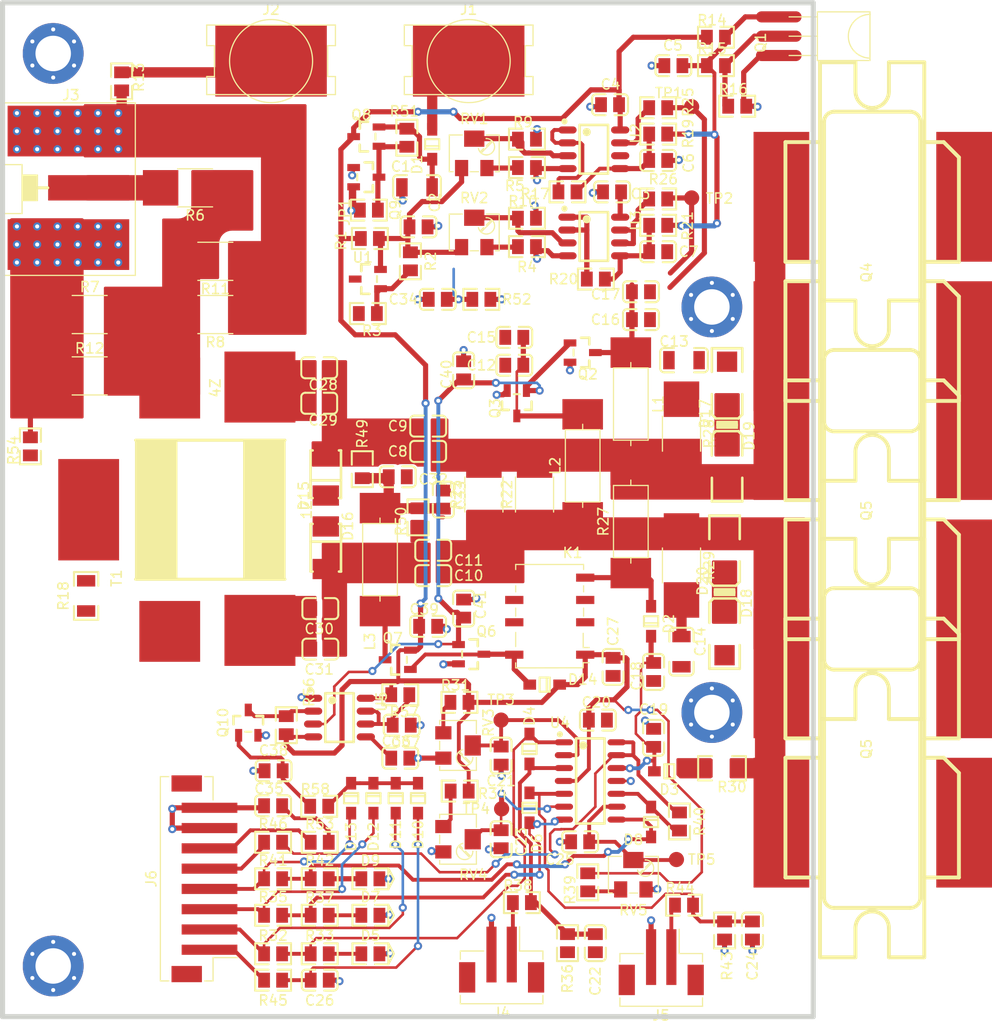
<source format=kicad_pcb>
(kicad_pcb (version 20171130) (host pcbnew "(5.1.10)-1")
  (layers (0 F.Cu signal) (31 B.Cu signal) (34 B.Paste user) (35 F.Paste user) (36 B.SilkS user) (37 F.SilkS user) (38 B.Mask user) (39 F.Mask user) (44 Edge.Cuts user))
  (net 0 "")
  (net 1 GND)
  (net 2 +12V)
  (net 3 "Net-(C7-Pad1)")
  (net 4 GNDPWR)
  (net 5 "Net-(C5-Pad1)")
  (net 6 "Net-(R2-Pad2)")
  (net 7 /K)
  (net 8 "Net-(C6-Pad1)")
  (net 9 "Net-(J3-Pad1)")
  (net 10 "Net-(D1-Pad1)")
  (net 11 G2)
  (net 12 G1)
  (net 13 "Net-(C10-Pad2)")
  (net 14 BIAS2)
  (net 15 "Net-(C13-Pad2)")
  (net 16 "Net-(C14-Pad1)")
  (net 17 BIAS1)
  (net 18 /Vg1)
  (net 19 "Net-(C21-Pad2)")
  (net 20 ImainSense)
  (net 21 "Net-(C23-Pad2)")
  (net 22 REVSense)
  (net 23 "Net-(C25-Pad2)")
  (net 24 PrtctSig)
  (net 25 "Net-(D2-Pad1)")
  (net 26 "Net-(D3-Pad1)")
  (net 27 "Net-(D4-Pad1)")
  (net 28 "Net-(D6-Pad1)")
  (net 29 "Net-(D8-Pad2)")
  (net 30 "Net-(D8-Pad1)")
  (net 31 /Protected)
  (net 32 ImainFault)
  (net 33 REVFault)
  (net 34 VgFault)
  (net 35 "Net-(J4-Pad1)")
  (net 36 "Net-(J5-Pad1)")
  (net 37 "Net-(J6-Pad5)")
  (net 38 "Net-(J6-Pad1)")
  (net 39 "Net-(Q1-Pad2)")
  (net 40 "Net-(Q4-Pad2)")
  (net 41 "Net-(Q4-Pad1)")
  (net 42 "Net-(Q5-Pad2)")
  (net 43 "Net-(Q5-Pad1)")
  (net 44 "Net-(R4-Pad1)")
  (net 45 "Net-(R5-Pad1)")
  (net 46 "Net-(R11-Pad2)")
  (net 47 "Net-(R9-Pad1)")
  (net 48 "Net-(R10-Pad1)")
  (net 49 "Net-(R17-Pad2)")
  (net 50 "Net-(R18-Pad1)")
  (net 51 "Net-(R20-Pad2)")
  (net 52 "Net-(R25-Pad2)")
  (net 53 "Net-(R26-Pad2)")
  (net 54 "Net-(R31-Pad1)")
  (net 55 "Net-(D5-Pad1)")
  (net 56 "Net-(R34-Pad1)")
  (net 57 "Net-(D7-Pad1)")
  (net 58 "Net-(R39-Pad1)")
  (net 59 VgSense)
  (net 60 "Net-(D9-Pad1)")
  (net 61 "Net-(C28-Pad1)")
  (net 62 "Net-(C28-Pad2)")
  (net 63 "Net-(C30-Pad2)")
  (net 64 "Net-(C32-Pad2)")
  (net 65 /Protected_GND)
  (net 66 "Net-(L3-Pad1)")
  (net 67 "Net-(C1-Pad1)")
  (net 68 PwrOnSig)
  (net 69 "Net-(J6-Pad6)")
  (net 70 "Net-(JP1-Pad2)")
  (net 71 "Net-(C36-Pad1)")
  (net 72 "Net-(C37-Pad2)")
  (net 73 "Net-(D10-Pad2)")
  (net 74 "Net-(Q10-Pad3)")
  (net 75 "Net-(C38-Pad1)")
  (net 76 "Net-(D17-Pad2)")
  (net 77 "Net-(D18-Pad2)")
  (module "lc_lib:SMA(DO-214AC)_S5" (layer F.Cu) (at 101.25 84 90)
    (fp_text reference D20 (at -3.025219 -2.176276 90) (layer F.SilkS))
    (fp_text value "8V 1W")
    (pad 2 smd rect (at -2.1 0) (size 2 2) (layers F.Cu F.Paste F.Mask) (net 77 "Net-(D18-Pad2)"))
    (pad 1 smd rect (at 2.1 0) (size 2 2) (layers F.Cu F.Paste F.Mask) (net 11 G2))
  )
  (module "lc_lib:SMA(DO-214AC)_S5" (layer F.Cu) (at 101.5 75.75 270)
    (fp_text reference D19 (at -3.025219 -2.176276 90) (layer F.SilkS))
    (fp_text value "8V 1W")
    (pad 2 smd rect (at -2.1 0 180) (size 2 2) (layers F.Cu F.Paste F.Mask) (net 76 "Net-(D17-Pad2)"))
    (pad 1 smd rect (at 2.1 0 180) (size 2 2) (layers F.Cu F.Paste F.Mask) (net 12 G1))
  )
  (module "lc_lib:SMA(DO-214AC)_S5" (layer F.Cu) (at 101.25 92.25 270)
    (fp_text reference D18 (at -3.025219 -2.176276 90) (layer F.SilkS))
    (fp_text value "8V 1W")
    (pad 2 smd rect (at -2.1 0 180) (size 2 2) (layers F.Cu F.Paste F.Mask) (net 77 "Net-(D18-Pad2)"))
    (pad 1 smd rect (at 2.1 0 180) (size 2 2) (layers F.Cu F.Paste F.Mask) (net 4 GNDPWR))
  )
  (module "lc_lib:SMA(DO-214AC)_S5" (layer F.Cu) (at 101.5 67.5 90)
    (fp_text reference D17 (at -3.025219 -2.176276 90) (layer F.SilkS))
    (fp_text value "8V 1W")
    (pad 2 smd rect (at -2.1 0) (size 2 2) (layers F.Cu F.Paste F.Mask) (net 76 "Net-(D17-Pad2)"))
    (pad 1 smd rect (at 2.1 0) (size 2 2) (layers F.Cu F.Paste F.Mask) (net 4 GNDPWR))
  )
  (module lc_lib:0805_C (layer F.Cu) (at 75.5 89.75 270)
    (fp_text reference C41 (at -0.393619 -1.684276 90) (layer F.SilkS))
    (fp_text value 102)
    (pad 2 smd rect (at 0.89 0 270) (size 1.16 1.47) (layers F.Cu F.Paste F.Mask) (net 31 /Protected))
    (pad 1 smd rect (at -0.89 0 270) (size 1.16 1.47) (layers F.Cu F.Paste F.Mask) (net 1 GND))
  )
  (module lc_lib:0805_C (layer F.Cu) (at 75.5 66.25 90)
    (fp_text reference C40 (at -0.393619 -1.684276 90) (layer F.SilkS))
    (fp_text value 102)
    (pad 2 smd rect (at 0.89 0 90) (size 1.16 1.47) (layers F.Cu F.Paste F.Mask) (net 1 GND))
    (pad 1 smd rect (at -0.89 0 90) (size 1.16 1.47) (layers F.Cu F.Paste F.Mask) (net 31 /Protected))
  )
  (module lc_lib:0805_C (layer F.Cu) (at 72 91.5)
    (fp_text reference C39 (at -0.393619 -1.684276) (layer F.SilkS))
    (fp_text value 104)
    (pad 2 smd rect (at 0.89 0) (size 1.16 1.47) (layers F.Cu F.Paste F.Mask) (net 1 GND))
    (pad 1 smd rect (at -0.89 0) (size 1.16 1.47) (layers F.Cu F.Paste F.Mask) (net 2 +12V))
  )
  (module "lc_lib:SOT-23(SOT-23-3)" (layer F.Cu) (at 54.25 101 270)
    (fp_text reference Q10 (at 0 2.5 90) (layer F.SilkS))
    (fp_text value DTC144E)
    (pad 3 smd rect (at -1.25 0 180) (size 0.7 1.25) (layers F.Cu F.Paste F.Mask) (net 74 "Net-(Q10-Pad3)"))
    (pad 2 smd rect (at 1.25 -0.95 180) (size 0.7 1.25) (layers F.Cu F.Paste F.Mask) (net 1 GND))
    (pad 1 smd rect (at 1.25 0.95 180) (size 0.7 1.25) (layers F.Cu F.Paste F.Mask) (net 75 "Net-(C38-Pad1)"))
  )
  (module "lc_lib:SOT-23(SOT-23-3)" (layer F.Cu) (at 69 94.8)
    (fp_text reference Q7 (at -0.500219 -2.136276) (layer F.SilkS))
    (fp_text value DTA144E)
    (pad 3 smd rect (at -1.25 0 270) (size 0.7 1.25) (layers F.Cu F.Paste F.Mask) (net 66 "Net-(L3-Pad1)"))
    (pad 2 smd rect (at 1.25 -0.95 270) (size 0.7 1.25) (layers F.Cu F.Paste F.Mask) (net 2 +12V))
    (pad 1 smd rect (at 1.25 0.95 270) (size 0.7 1.25) (layers F.Cu F.Paste F.Mask) (net 65 /Protected_GND))
  )
  (module "lc_lib:SOT-23(SOT-23-3)" (layer F.Cu) (at 76.25 94.25 180)
    (fp_text reference Q6 (at -1.5 2.25) (layer F.SilkS))
    (fp_text value DTC144E)
    (pad 3 smd rect (at -1.25 0 90) (size 0.7 1.25) (layers F.Cu F.Paste F.Mask) (net 65 /Protected_GND))
    (pad 2 smd rect (at 1.25 -0.95 90) (size 0.7 1.25) (layers F.Cu F.Paste F.Mask) (net 1 GND))
    (pad 1 smd rect (at 1.25 0.95 90) (size 0.7 1.25) (layers F.Cu F.Paste F.Mask) (net 31 /Protected))
  )
  (module "lc_lib:SOT-23(SOT-23-3)" (layer F.Cu) (at 80.75 69.5 90)
    (fp_text reference Q3 (at -0.500219 -2.136276 90) (layer F.SilkS))
    (fp_text value DTC143Z)
    (pad 3 smd rect (at -1.25 0) (size 0.7 1.25) (layers F.Cu F.Paste F.Mask) (net 14 BIAS2))
    (pad 2 smd rect (at 1.25 -0.95) (size 0.7 1.25) (layers F.Cu F.Paste F.Mask) (net 1 GND))
    (pad 1 smd rect (at 1.25 0.95) (size 0.7 1.25) (layers F.Cu F.Paste F.Mask) (net 31 /Protected))
  )
  (module "lc_lib:SOT-23(SOT-23-3)" (layer F.Cu) (at 87.25 64.5 180)
    (fp_text reference Q2 (at -0.500219 -2.136276) (layer F.SilkS))
    (fp_text value DTC143Z)
    (pad 3 smd rect (at -1.25 0 90) (size 0.7 1.25) (layers F.Cu F.Paste F.Mask) (net 17 BIAS1))
    (pad 2 smd rect (at 1.25 -0.95 90) (size 0.7 1.25) (layers F.Cu F.Paste F.Mask) (net 1 GND))
    (pad 1 smd rect (at 1.25 0.95 90) (size 0.7 1.25) (layers F.Cu F.Paste F.Mask) (net 31 /Protected))
  )
  (module lc_lib:0805_R (layer F.Cu) (at 61.25 109.25)
    (fp_text reference R58 (at -0.393619 -1.684276) (layer F.SilkS))
    (fp_text value 10K)
    (pad 2 smd rect (at 0.89 0) (size 1.16 1.47) (layers F.Cu F.Paste F.Mask) (net 73 "Net-(D10-Pad2)"))
    (pad 1 smd rect (at -0.89 0) (size 1.16 1.47) (layers F.Cu F.Paste F.Mask) (net 75 "Net-(C38-Pad1)"))
  )
  (module lc_lib:0805_C (layer F.Cu) (at 56.75 105.75 180)
    (fp_text reference C38 (at 0 2) (layer F.SilkS))
    (fp_text value 1uF)
    (pad 2 smd rect (at 0.89 0 180) (size 1.16 1.47) (layers F.Cu F.Paste F.Mask) (net 1 GND))
    (pad 1 smd rect (at -0.89 0 180) (size 1.16 1.47) (layers F.Cu F.Paste F.Mask) (net 75 "Net-(C38-Pad1)"))
  )
  (module lc_lib:SOIC-8_150MIL (layer F.Cu) (at 63.25 100.5 270)
    (fp_text reference U5 (at -1.573619 -4.150876 90) (layer F.SilkS))
    (fp_text value TLC555xD)
    (pad 8 smd oval (at -1.905 -2.6 90) (size 0.7 1.8) (layers F.Cu F.Paste F.Mask) (net 2 +12V))
    (pad 7 smd oval (at -0.635 -2.6 90) (size 0.7 1.8) (layers F.Cu F.Paste F.Mask) (net 72 "Net-(C37-Pad2)"))
    (pad 6 smd oval (at 0.635 -2.6 90) (size 0.7 1.8) (layers F.Cu F.Paste F.Mask) (net 72 "Net-(C37-Pad2)"))
    (pad 5 smd oval (at 1.905 -2.6 90) (size 0.7 1.8) (layers F.Cu F.Paste F.Mask) (net 71 "Net-(C36-Pad1)"))
    (pad 4 smd oval (at 1.905 2.6 90) (size 0.7 1.8) (layers F.Cu F.Paste F.Mask) (net 2 +12V))
    (pad 3 smd oval (at 0.635 2.6 90) (size 0.7 1.8) (layers F.Cu F.Paste F.Mask) (net 31 /Protected))
    (pad 2 smd oval (at -0.635 2.6 90) (size 0.7 1.8) (layers F.Cu F.Paste F.Mask) (net 74 "Net-(Q10-Pad3)"))
    (pad 1 smd oval (at -1.905 2.6 90) (size 0.7 1.8) (layers F.Cu F.Paste F.Mask) (net 1 GND))
  )
  (module lc_lib:0805_R (layer F.Cu) (at 69.25 98.25 180)
    (fp_text reference R57 (at -0.393619 -1.684276) (layer F.SilkS))
    (fp_text value 220K)
    (pad 2 smd rect (at 0.89 0 180) (size 1.16 1.47) (layers F.Cu F.Paste F.Mask) (net 2 +12V))
    (pad 1 smd rect (at -0.89 0 180) (size 1.16 1.47) (layers F.Cu F.Paste F.Mask) (net 72 "Net-(C37-Pad2)"))
  )
  (module lc_lib:0805_R (layer F.Cu) (at 58 101.25 270)
    (fp_text reference R56 (at -3.25 -2.25 90) (layer F.SilkS))
    (fp_text value 100K)
    (pad 2 smd rect (at 0.89 0 270) (size 1.16 1.47) (layers F.Cu F.Paste F.Mask) (net 2 +12V))
    (pad 1 smd rect (at -0.89 0 270) (size 1.16 1.47) (layers F.Cu F.Paste F.Mask) (net 74 "Net-(Q10-Pad3)"))
  )
  (module lc_lib:0805_C (layer F.Cu) (at 69.39 101.25 180)
    (fp_text reference C37 (at -0.393619 -1.684276) (layer F.SilkS))
    (fp_text value 10uF)
    (pad 2 smd rect (at 0.89 0 180) (size 1.16 1.47) (layers F.Cu F.Paste F.Mask) (net 72 "Net-(C37-Pad2)"))
    (pad 1 smd rect (at -0.89 0 180) (size 1.16 1.47) (layers F.Cu F.Paste F.Mask) (net 1 GND))
  )
  (module lc_lib:0805_C (layer F.Cu) (at 69.25 104.5)
    (fp_text reference C36 (at -0.393619 -1.684276) (layer F.SilkS))
    (fp_text value 103)
    (pad 2 smd rect (at 0.89 0) (size 1.16 1.47) (layers F.Cu F.Paste F.Mask) (net 1 GND))
    (pad 1 smd rect (at -0.89 0) (size 1.16 1.47) (layers F.Cu F.Paste F.Mask) (net 71 "Net-(C36-Pad1)"))
  )
  (module lc_lib:0805_R (layer F.Cu) (at 32.75 73.75 90)
    (fp_text reference R54 (at -0.393619 -1.684276 90) (layer F.SilkS))
    (fp_text value 0)
    (pad 2 smd rect (at 0.89 0 90) (size 1.16 1.47) (layers F.Cu F.Paste F.Mask) (net 4 GNDPWR))
    (pad 1 smd rect (at -0.89 0 90) (size 1.16 1.47) (layers F.Cu F.Paste F.Mask) (net 1 GND))
  )
  (module MyPCBLib:28B0562-100-1_4_UNUN (layer F.Cu) (at 50.5 80 270)
    (fp_text reference T1 (at 6.75 9.25 90) (layer F.SilkS))
    (fp_text value Transformer_4_1)
    (fp_text user 1Z (at 0 -9.5 90) (layer F.SilkS))
    (fp_text user 4Z (at -12 -0.5 90) (layer F.SilkS))
    (pad 5 smd rect (at 11.9 -4.9 270) (size 7 7) (layers F.Cu F.Paste F.Mask) (net 63 "Net-(C30-Pad2)"))
    (pad 3 smd rect (at -12.1 -4.9 270) (size 7 7) (layers F.Cu F.Paste F.Mask) (net 62 "Net-(C28-Pad2)"))
    (pad 2 smd rect (at 12 4 270) (size 6 6) (layers F.Cu F.Paste F.Mask) (net 4 GNDPWR))
    (pad 4 smd rect (at 0 12 270) (size 10 6) (layers F.Cu F.Paste F.Mask) (net 50 "Net-(R18-Pad1)"))
    (pad 1 smd rect (at -12 4 270) (size 6 6) (layers F.Cu F.Paste F.Mask) (net 46 "Net-(R11-Pad2)"))
  )
  (module lc_lib:0805_R (layer F.Cu) (at 61.3 112.8 180)
    (fp_text reference R53 (at 0 1.8) (layer F.SilkS))
    (fp_text value 100)
    (pad 2 smd rect (at 0.89 0 180) (size 1.16 1.47) (layers F.Cu F.Paste F.Mask) (net 69 "Net-(J6-Pad6)"))
    (pad 1 smd rect (at -0.89 0 180) (size 1.16 1.47) (layers F.Cu F.Paste F.Mask) (net 68 PwrOnSig))
  )
  (module lc_lib:0805_R (layer F.Cu) (at 77.25 59.25)
    (fp_text reference R52 (at 3.5 0) (layer F.SilkS))
    (fp_text value 10K)
    (pad 2 smd rect (at 0.89 0) (size 1.16 1.47) (layers F.Cu F.Paste F.Mask) (net 1 GND))
    (pad 1 smd rect (at -0.89 0) (size 1.16 1.47) (layers F.Cu F.Paste F.Mask) (net 68 PwrOnSig))
  )
  (module lc_lib:0805_R (layer F.Cu) (at 69.9 43.31 90)
    (fp_text reference R51 (at 2.61 -0.25 180) (layer F.SilkS))
    (fp_text value 47K)
    (pad 2 smd rect (at 0.89 0 90) (size 1.16 1.47) (layers F.Cu F.Paste F.Mask) (net 67 "Net-(C1-Pad1)"))
    (pad 1 smd rect (at -0.89 0 90) (size 1.16 1.47) (layers F.Cu F.Paste F.Mask) (net 70 "Net-(JP1-Pad2)"))
  )
  (module "lc_lib:SOT-23(SOT-23-3)" (layer F.Cu) (at 65.9 47.2 180)
    (fp_text reference Q9 (at -2.85 -3.25 90) (layer F.SilkS))
    (fp_text value 2N7002)
    (pad 3 smd rect (at -1.25 0 90) (size 0.7 1.25) (layers F.Cu F.Paste F.Mask) (net 70 "Net-(JP1-Pad2)"))
    (pad 2 smd rect (at 1.25 -0.95 90) (size 0.7 1.25) (layers F.Cu F.Paste F.Mask) (net 1 GND))
    (pad 1 smd rect (at 1.25 0.95 90) (size 0.7 1.25) (layers F.Cu F.Paste F.Mask) (net 68 PwrOnSig))
  )
  (module "lc_lib:SOT-23(SOT-23-3)" (layer F.Cu) (at 65.9 43.2)
    (fp_text reference Q8 (at -0.500219 -2.136276) (layer F.SilkS))
    (fp_text value AO3401A)
    (pad 3 smd rect (at -1.25 0 270) (size 0.7 1.25) (layers F.Cu F.Paste F.Mask) (net 2 +12V))
    (pad 2 smd rect (at 1.25 -0.95 270) (size 0.7 1.25) (layers F.Cu F.Paste F.Mask) (net 67 "Net-(C1-Pad1)"))
    (pad 1 smd rect (at 1.25 0.95 270) (size 0.7 1.25) (layers F.Cu F.Paste F.Mask) (net 70 "Net-(JP1-Pad2)"))
  )
  (module lc_lib:0805_R (layer F.Cu) (at 66.15 50.45)
    (fp_text reference JP1 (at -2.4 0.2 90) (layer F.SilkS))
    (fp_text value 0)
    (pad 2 smd rect (at 0.89 0) (size 1.16 1.47) (layers F.Cu F.Paste F.Mask) (net 70 "Net-(JP1-Pad2)"))
    (pad 1 smd rect (at -0.89 0) (size 1.16 1.47) (layers F.Cu F.Paste F.Mask) (net 1 GND))
  )
  (module Connectors_JST:JST_PH_B8B-PH-SM4-TB_08x2.00mm_Straight (layer F.Cu) (at 49.3 116.4 90)
    (fp_text reference J6 (at 0 -4.625 90) (layer F.SilkS))
    (fp_text value Conn_01x08)
    (pad "" smd rect (at 9.4 -1.125 90) (size 1.6 3) (layers F.Cu F.Paste F.Mask))
    (pad "" smd rect (at -9.4 -1.125 90) (size 1.6 3) (layers F.Cu F.Paste F.Mask))
    (pad 8 smd rect (at 7 1.125 90) (size 1 5.5) (layers F.Cu F.Paste F.Mask) (net 1 GND))
    (pad 7 smd rect (at 5 1.125 90) (size 1 5.5) (layers F.Cu F.Paste F.Mask) (net 1 GND))
    (pad 6 smd rect (at 3 1.125 90) (size 1 5.5) (layers F.Cu F.Paste F.Mask) (net 69 "Net-(J6-Pad6)"))
    (pad 5 smd rect (at 1 1.125 90) (size 1 5.5) (layers F.Cu F.Paste F.Mask) (net 37 "Net-(J6-Pad5)"))
    (pad 4 smd rect (at -1 1.125 90) (size 1 5.5) (layers F.Cu F.Paste F.Mask) (net 34 VgFault))
    (pad 3 smd rect (at -3 1.125 90) (size 1 5.5) (layers F.Cu F.Paste F.Mask) (net 33 REVFault))
    (pad 2 smd rect (at -5 1.125 90) (size 1 5.5) (layers F.Cu F.Paste F.Mask) (net 32 ImainFault))
    (pad 1 smd rect (at -7 1.125 90) (size 1 5.5) (layers F.Cu F.Paste F.Mask) (net 38 "Net-(J6-Pad1)"))
  )
  (module lc_lib:0805_C (layer F.Cu) (at 56.7 109.2)
    (fp_text reference C35 (at -0.393619 -1.684276) (layer F.SilkS))
    (fp_text value 1nF)
    (pad 2 smd rect (at 0.89 0) (size 1.16 1.47) (layers F.Cu F.Paste F.Mask) (net 68 PwrOnSig))
    (pad 1 smd rect (at -0.89 0) (size 1.16 1.47) (layers F.Cu F.Paste F.Mask) (net 1 GND))
  )
  (module lc_lib:0805_C (layer F.Cu) (at 72.95 59.25)
    (fp_text reference C34 (at -3.4 0) (layer F.SilkS))
    (fp_text value 1nF)
    (pad 2 smd rect (at 0.89 0) (size 1.16 1.47) (layers F.Cu F.Paste F.Mask) (net 68 PwrOnSig))
    (pad 1 smd rect (at -0.89 0) (size 1.16 1.47) (layers F.Cu F.Paste F.Mask) (net 1 GND))
  )
  (module lc_lib:1206_R (layer F.Cu) (at 38.25 88.5 270)
    (fp_text reference R18 (at 0 2.25 90) (layer F.SilkS))
    (fp_text value 0)
    (pad 2 smd rect (at 1.49 0 270) (size 1.13 1.8) (layers F.Cu F.Paste F.Mask) (net 4 GNDPWR))
    (pad 1 smd rect (at -1.49 0 270) (size 1.13 1.8) (layers F.Cu F.Paste F.Mask) (net 50 "Net-(R18-Pad1)"))
  )
  (module lc_lib:0805_C (layer F.Cu) (at 90.25 95.5 90)
    (fp_text reference C27 (at 3.5 0 90) (layer F.SilkS))
    (fp_text value 10uF)
    (pad 2 smd rect (at 0.89 0 90) (size 1.16 1.47) (layers F.Cu F.Paste F.Mask) (net 2 +12V))
    (pad 1 smd rect (at -0.89 0 90) (size 1.16 1.47) (layers F.Cu F.Paste F.Mask) (net 1 GND))
  )
  (module lc_lib:1206_R (layer F.Cu) (at 101 105.5 180)
    (fp_text reference R30 (at -0.978619 -1.849276) (layer F.SilkS))
    (fp_text value 100)
    (pad 2 smd rect (at 1.49 0 180) (size 1.13 1.8) (layers F.Cu F.Paste F.Mask) (net 26 "Net-(D3-Pad1)"))
    (pad 1 smd rect (at -1.49 0 180) (size 1.13 1.8) (layers F.Cu F.Paste F.Mask) (net 11 G2))
  )
  (module MyPCBLib:L_Axial_0.4_SMD (layer F.Cu) (at 92 86.25 90)
    (fp_text reference R27 (at 5.08 -2.71 90) (layer F.SilkS))
    (fp_text value 100)
    (pad 1 smd rect (at 0 0 90) (size 3 4) (layers F.Cu F.Paste F.Mask) (net 25 "Net-(D2-Pad1)"))
    (pad 2 smd rect (at 10.16 0 90) (size 3 4) (layers F.Cu F.Paste F.Mask) (net 12 G1))
  )
  (module Resistors_SMD:R_1812_HandSoldering (layer F.Cu) (at 97 85.5 270)
    (fp_text reference R29 (at 0 -2.72 90) (layer F.SilkS))
    (fp_text value "10 1W")
    (pad 2 smd rect (at 3.4 0 270) (size 3.5 3.5) (layers F.Cu F.Paste F.Mask) (net 16 "Net-(C14-Pad1)"))
    (pad 1 smd rect (at -3.4 0 270) (size 3.5 3.5) (layers F.Cu F.Paste F.Mask) (net 11 G2))
  )
  (module Resistors_SMD:R_1812_HandSoldering (layer F.Cu) (at 97 72.5 270)
    (fp_text reference R28 (at 0 -2.72 90) (layer F.SilkS))
    (fp_text value "10 1W")
    (pad 2 smd rect (at 3.4 0 270) (size 3.5 3.5) (layers F.Cu F.Paste F.Mask) (net 12 G1))
    (pad 1 smd rect (at -3.4 0 270) (size 3.5 3.5) (layers F.Cu F.Paste F.Mask) (net 15 "Net-(C13-Pad2)"))
  )
  (module Resistors_SMD:R_1812_HandSoldering (layer F.Cu) (at 77.5 78.5 90)
    (fp_text reference R23 (at 0 -2.72 90) (layer F.SilkS))
    (fp_text value "20 2W")
    (pad 2 smd rect (at 3.4 0 90) (size 3.5 3.5) (layers F.Cu F.Paste F.Mask) (net 12 G1))
    (pad 1 smd rect (at -3.4 0 90) (size 3.5 3.5) (layers F.Cu F.Paste F.Mask) (net 11 G2))
  )
  (module Resistors_SMD:R_1812_HandSoldering (layer F.Cu) (at 82.5 78.5 90)
    (fp_text reference R22 (at 0 -2.72 90) (layer F.SilkS))
    (fp_text value "20 2W")
    (pad 2 smd rect (at 3.4 0 90) (size 3.5 3.5) (layers F.Cu F.Paste F.Mask) (net 12 G1))
    (pad 1 smd rect (at -3.4 0 90) (size 3.5 3.5) (layers F.Cu F.Paste F.Mask) (net 11 G2))
  )
  (module Resistors_SMD:R_1812_HandSoldering (layer F.Cu) (at 38.6 66.8)
    (fp_text reference R12 (at 0 -2.72) (layer F.SilkS))
    (fp_text value "240 1W")
    (pad 2 smd rect (at 3.4 0) (size 3.5 3.5) (layers F.Cu F.Paste F.Mask) (net 46 "Net-(R11-Pad2)"))
    (pad 1 smd rect (at -3.4 0) (size 3.5 3.5) (layers F.Cu F.Paste F.Mask) (net 4 GNDPWR))
  )
  (module Resistors_SMD:R_1812_HandSoldering (layer F.Cu) (at 51 55.5 180)
    (fp_text reference R11 (at 0 -2.72) (layer F.SilkS))
    (fp_text value "240 1W")
    (pad 2 smd rect (at 3.4 0 180) (size 3.5 3.5) (layers F.Cu F.Paste F.Mask) (net 46 "Net-(R11-Pad2)"))
    (pad 1 smd rect (at -3.4 0 180) (size 3.5 3.5) (layers F.Cu F.Paste F.Mask) (net 4 GNDPWR))
  )
  (module Resistors_SMD:R_1812_HandSoldering (layer F.Cu) (at 51 60.75 180)
    (fp_text reference R8 (at 0 -2.72) (layer F.SilkS))
    (fp_text value "240 1W")
    (pad 2 smd rect (at 3.4 0 180) (size 3.5 3.5) (layers F.Cu F.Paste F.Mask) (net 46 "Net-(R11-Pad2)"))
    (pad 1 smd rect (at -3.4 0 180) (size 3.5 3.5) (layers F.Cu F.Paste F.Mask) (net 4 GNDPWR))
  )
  (module Resistors_SMD:R_1812_HandSoldering (layer F.Cu) (at 38.6 60.75)
    (fp_text reference R7 (at 0 -2.72) (layer F.SilkS))
    (fp_text value "240 1W")
    (pad 2 smd rect (at 3.4 0) (size 3.5 3.5) (layers F.Cu F.Paste F.Mask) (net 46 "Net-(R11-Pad2)"))
    (pad 1 smd rect (at -3.4 0) (size 3.5 3.5) (layers F.Cu F.Paste F.Mask) (net 4 GNDPWR))
  )
  (module lc_lib:SOIC-8_150MIL (layer F.Cu) (at 88.35 44.45 270)
    (fp_text reference U2 (at -1.573619 -4.150876 90) (layer F.SilkS))
    (fp_text value LM358)
    (pad 8 smd oval (at -1.905 -2.6 90) (size 0.7 1.8) (layers F.Cu F.Paste F.Mask) (net 2 +12V))
    (pad 7 smd oval (at -0.635 -2.6 90) (size 0.7 1.8) (layers F.Cu F.Paste F.Mask) (net 52 "Net-(R25-Pad2)"))
    (pad 6 smd oval (at 0.635 -2.6 90) (size 0.7 1.8) (layers F.Cu F.Paste F.Mask) (net 52 "Net-(R25-Pad2)"))
    (pad 5 smd oval (at 1.905 -2.6 90) (size 0.7 1.8) (layers F.Cu F.Paste F.Mask) (net 8 "Net-(C6-Pad1)"))
    (pad 4 smd oval (at 1.905 2.6 90) (size 0.7 1.8) (layers F.Cu F.Paste F.Mask) (net 1 GND))
    (pad 3 smd oval (at 0.635 2.6 90) (size 0.7 1.8) (layers F.Cu F.Paste F.Mask) (net 47 "Net-(R9-Pad1)"))
    (pad 2 smd oval (at -0.635 2.6 90) (size 0.7 1.8) (layers F.Cu F.Paste F.Mask) (net 49 "Net-(R17-Pad2)"))
    (pad 1 smd oval (at -1.905 2.6 90) (size 0.7 1.8) (layers F.Cu F.Paste F.Mask) (net 49 "Net-(R17-Pad2)"))
  )
  (module MyPCBLib:BLF188XR (layer F.Cu) (at 115.75 80 270)
    (fp_text reference Q5 (at 0.1 0.5 90) (layer F.SilkS))
    (fp_text value BLF188XR)
    (pad 3 smd rect (at -7.366 8.89 270) (size 12.8 5.5) (layers F.Cu F.Paste F.Mask) (net 12 G1))
    (pad 4 smd rect (at 7.366 8.89 270) (size 12.8 5.5) (layers F.Cu F.Paste F.Mask) (net 11 G2))
    (pad 1 smd rect (at -7.366 -9.144 270) (size 12.8 5.5) (layers F.Cu F.Paste F.Mask) (net 43 "Net-(Q5-Pad1)"))
    (pad 2 smd rect (at 7.366 -9.144 270) (size 12.8 5.5) (layers F.Cu F.Paste F.Mask) (net 42 "Net-(Q5-Pad2)"))
  )
  (module lc_lib:0805_R (layer F.Cu) (at 71 80.75 90)
    (fp_text reference R50 (at -0.393619 -1.684276 90) (layer F.SilkS))
    (fp_text value 1K)
    (pad 2 smd rect (at 0.89 0 90) (size 1.16 1.47) (layers F.Cu F.Paste F.Mask) (net 64 "Net-(C32-Pad2)"))
    (pad 1 smd rect (at -0.89 0 90) (size 1.16 1.47) (layers F.Cu F.Paste F.Mask) (net 13 "Net-(C10-Pad2)"))
  )
  (module lc_lib:0805_R (layer F.Cu) (at 65.5 76 90)
    (fp_text reference R49 (at 3.5 0 90) (layer F.SilkS))
    (fp_text value 1K)
    (pad 2 smd rect (at 0.89 0 90) (size 1.16 1.47) (layers F.Cu F.Paste F.Mask) (net 61 "Net-(C28-Pad1)"))
    (pad 1 smd rect (at -0.89 0 90) (size 1.16 1.47) (layers F.Cu F.Paste F.Mask) (net 64 "Net-(C32-Pad2)"))
  )
  (module MyPCBLib:L_Axial_0.4_SMD (layer F.Cu) (at 67.25 90 90)
    (fp_text reference L3 (at -3 -1 90) (layer F.SilkS))
    (fp_text value 47uH)
    (pad 1 smd rect (at 0 0 90) (size 3 4) (layers F.Cu F.Paste F.Mask) (net 66 "Net-(L3-Pad1)"))
    (pad 2 smd rect (at 10.16 0 90) (size 3 4) (layers F.Cu F.Paste F.Mask) (net 64 "Net-(C32-Pad2)"))
  )
  (module MyPCBLib:MA4P1250 (layer F.Cu) (at 61.9 83.75 270)
    (fp_text reference D16 (at -2.125219 -2.176276 90) (layer F.SilkS))
    (fp_text value MA4P1250)
    (pad 1 smd rect (at 2.1 0 270) (size 2 2.6) (layers F.Cu F.Paste F.Mask) (net 13 "Net-(C10-Pad2)"))
    (pad 2 smd rect (at -2.1 0 270) (size 2 2.6) (layers F.Cu F.Paste F.Mask) (net 4 GNDPWR))
  )
  (module MyPCBLib:MA4P1250 (layer F.Cu) (at 61.9 76.5 90)
    (fp_text reference D15 (at -2.125219 -2.176276 90) (layer F.SilkS))
    (fp_text value MA4P1250)
    (pad 1 smd rect (at 2.1 0 90) (size 2 2.6) (layers F.Cu F.Paste F.Mask) (net 61 "Net-(C28-Pad1)"))
    (pad 2 smd rect (at -2.1 0 90) (size 2 2.6) (layers F.Cu F.Paste F.Mask) (net 4 GNDPWR))
  )
  (module lc_lib:0805_C (layer F.Cu) (at 73.5 79 270)
    (fp_text reference C33 (at -0.393619 -1.684276 90) (layer F.SilkS))
    (fp_text value 104)
    (pad 2 smd rect (at 0.89 0 270) (size 1.16 1.47) (layers F.Cu F.Paste F.Mask) (net 64 "Net-(C32-Pad2)"))
    (pad 1 smd rect (at -0.89 0 270) (size 1.16 1.47) (layers F.Cu F.Paste F.Mask) (net 4 GNDPWR))
  )
  (module lc_lib:0805_C (layer F.Cu) (at 69 76.75 180)
    (fp_text reference C32 (at -3.5 -0.25) (layer F.SilkS))
    (fp_text value 104)
    (pad 2 smd rect (at 0.89 0 180) (size 1.16 1.47) (layers F.Cu F.Paste F.Mask) (net 64 "Net-(C32-Pad2)"))
    (pad 1 smd rect (at -0.89 0 180) (size 1.16 1.47) (layers F.Cu F.Paste F.Mask) (net 4 GNDPWR))
  )
  (module lc_lib:0805_C (layer F.Cu) (at 61.36 93.75 180)
    (fp_text reference C31 (at 0.11 -2) (layer F.SilkS))
    (fp_text value 104)
    (pad 2 smd rect (at 0.89 0 180) (size 1.16 1.47) (layers F.Cu F.Paste F.Mask) (net 63 "Net-(C30-Pad2)"))
    (pad 1 smd rect (at -0.89 0 180) (size 1.16 1.47) (layers F.Cu F.Paste F.Mask) (net 13 "Net-(C10-Pad2)"))
  )
  (module lc_lib:0805_C (layer F.Cu) (at 61.36 89.75 180)
    (fp_text reference C30 (at 0.11 -2) (layer F.SilkS))
    (fp_text value 104)
    (pad 2 smd rect (at 0.89 0 180) (size 1.16 1.47) (layers F.Cu F.Paste F.Mask) (net 63 "Net-(C30-Pad2)"))
    (pad 1 smd rect (at -0.89 0 180) (size 1.16 1.47) (layers F.Cu F.Paste F.Mask) (net 13 "Net-(C10-Pad2)"))
  )
  (module lc_lib:0805_C (layer F.Cu) (at 61.25 69.5 180)
    (fp_text reference C29 (at -0.393619 -1.684276) (layer F.SilkS))
    (fp_text value 104)
    (pad 2 smd rect (at 0.89 0 180) (size 1.16 1.47) (layers F.Cu F.Paste F.Mask) (net 62 "Net-(C28-Pad2)"))
    (pad 1 smd rect (at -0.89 0 180) (size 1.16 1.47) (layers F.Cu F.Paste F.Mask) (net 61 "Net-(C28-Pad1)"))
  )
  (module lc_lib:0805_C (layer F.Cu) (at 61.25 66 180)
    (fp_text reference C28 (at -0.393619 -1.684276) (layer F.SilkS))
    (fp_text value 104)
    (pad 2 smd rect (at 0.89 0 180) (size 1.16 1.47) (layers F.Cu F.Paste F.Mask) (net 62 "Net-(C28-Pad2)"))
    (pad 1 smd rect (at -0.89 0 180) (size 1.16 1.47) (layers F.Cu F.Paste F.Mask) (net 61 "Net-(C28-Pad1)"))
  )
  (module lc_lib:1206_C (layer F.Cu) (at 97 94 270)
    (fp_text reference C14 (at -0.978619 -1.849276 90) (layer F.SilkS))
    (fp_text value 1nF)
    (pad 2 smd rect (at 1.49 0 270) (size 1.13 1.8) (layers F.Cu F.Paste F.Mask) (net 4 GNDPWR))
    (pad 1 smd rect (at -1.49 0 270) (size 1.13 1.8) (layers F.Cu F.Paste F.Mask) (net 16 "Net-(C14-Pad1)"))
  )
  (module lc_lib:1206_C (layer F.Cu) (at 97.25 65.25)
    (fp_text reference C13 (at -0.978619 -1.849276) (layer F.SilkS))
    (fp_text value 1nF)
    (pad 2 smd rect (at 1.49 0) (size 1.13 1.8) (layers F.Cu F.Paste F.Mask) (net 15 "Net-(C13-Pad2)"))
    (pad 1 smd rect (at -1.49 0) (size 1.13 1.8) (layers F.Cu F.Paste F.Mask) (net 4 GNDPWR))
  )
  (module Measurement_Points:Measurement_Point_Round-SMD-Pad_Small (layer F.Cu) (at 98 49.25)
    (fp_text reference TP2 (at 2.75 0.05) (layer F.SilkS))
    (fp_text value TestPoint)
    (pad 1 smd circle (at 0 0) (size 1.5 1.5) (layers F.Cu F.Mask) (net 14 BIAS2))
  )
  (module Measurement_Points:Measurement_Point_Round-SMD-Pad_Small (layer F.Cu) (at 98 40.25)
    (fp_text reference TP1 (at -2.25 -1.35) (layer F.SilkS))
    (fp_text value TestPoint)
    (pad 1 smd circle (at 0 0) (size 1.5 1.5) (layers F.Cu F.Mask) (net 17 BIAS1))
  )
  (module MyPCBLib:SOD-123 (layer F.Cu) (at 83.5 97.25 180)
    (fp_text reference D14 (at -3.75 0.5) (layer F.SilkS))
    (fp_text value 4148)
    (pad 1 smd rect (at 1.475 0) (size 1.25 1) (layers F.Cu F.Paste F.Mask) (net 65 /Protected_GND))
    (pad 2 smd rect (at -1.475 0) (size 1.25 1) (layers F.Cu F.Paste F.Mask) (net 2 +12V))
  )
  (module MyPCBLib:SOD-123 (layer F.Cu) (at 64.4 108.449999 270)
    (fp_text reference D13 (at 3.8 0 90) (layer F.SilkS))
    (fp_text value 4148)
    (pad 1 smd rect (at 1.475 0 90) (size 1.25 1) (layers F.Cu F.Paste F.Mask) (net 34 VgFault))
    (pad 2 smd rect (at -1.475 0 90) (size 1.25 1) (layers F.Cu F.Paste F.Mask) (net 73 "Net-(D10-Pad2)"))
  )
  (module MyPCBLib:SOD-123 (layer F.Cu) (at 66.599999 108.45 270)
    (fp_text reference D12 (at 3.8 0 90) (layer F.SilkS))
    (fp_text value 4148)
    (pad 1 smd rect (at 1.475 0 90) (size 1.25 1) (layers F.Cu F.Paste F.Mask) (net 33 REVFault))
    (pad 2 smd rect (at -1.475 0 90) (size 1.25 1) (layers F.Cu F.Paste F.Mask) (net 73 "Net-(D10-Pad2)"))
  )
  (module MyPCBLib:SOD-123 (layer F.Cu) (at 68.8 108.45 270)
    (fp_text reference D11 (at 3.6 0 90) (layer F.SilkS))
    (fp_text value 4148)
    (pad 1 smd rect (at 1.475 0 90) (size 1.25 1) (layers F.Cu F.Paste F.Mask) (net 32 ImainFault))
    (pad 2 smd rect (at -1.475 0 90) (size 1.25 1) (layers F.Cu F.Paste F.Mask) (net 73 "Net-(D10-Pad2)"))
  )
  (module MyPCBLib:SOD-123 (layer F.Cu) (at 71 108.45 270)
    (fp_text reference D10 (at 3.6 0 90) (layer F.SilkS))
    (fp_text value 4148)
    (pad 1 smd rect (at 1.475 0 90) (size 1.25 1) (layers F.Cu F.Paste F.Mask) (net 24 PrtctSig))
    (pad 2 smd rect (at -1.475 0 90) (size 1.25 1) (layers F.Cu F.Paste F.Mask) (net 73 "Net-(D10-Pad2)"))
  )
  (module MyPCBLib:0805_LED (layer F.Cu) (at 66.3 116.4 180)
    (fp_text reference D9 (at 0 1.8) (layer F.SilkS))
    (fp_text value RED)
    (pad 1 smd rect (at 0.89 0) (size 1.16 1.47) (layers F.Cu F.Paste F.Mask) (net 60 "Net-(D9-Pad1)"))
    (pad 2 smd rect (at -0.89 0) (size 1.16 1.47) (layers F.Cu F.Paste F.Mask) (net 1 GND))
  )
  (module MyPCBLib:SOD-123 (layer F.Cu) (at 94 110.8 270)
    (fp_text reference D8 (at 1.75 1.75 180) (layer F.SilkS))
    (fp_text value 4148)
    (pad 1 smd rect (at 1.475 0 90) (size 1.25 1) (layers F.Cu F.Paste F.Mask) (net 30 "Net-(D8-Pad1)"))
    (pad 2 smd rect (at -1.475 0 90) (size 1.25 1) (layers F.Cu F.Paste F.Mask) (net 29 "Net-(D8-Pad2)"))
  )
  (module MyPCBLib:0805_LED (layer F.Cu) (at 66.3 120 180)
    (fp_text reference D7 (at 0 1.8) (layer F.SilkS))
    (fp_text value RED)
    (pad 1 smd rect (at 0.89 0) (size 1.16 1.47) (layers F.Cu F.Paste F.Mask) (net 57 "Net-(D7-Pad1)"))
    (pad 2 smd rect (at -0.89 0) (size 1.16 1.47) (layers F.Cu F.Paste F.Mask) (net 1 GND))
  )
  (module MyPCBLib:SOD-123 (layer F.Cu) (at 82 109.4 270)
    (fp_text reference D6 (at 3.5 -0.75 90) (layer F.SilkS))
    (fp_text value 4148)
    (pad 1 smd rect (at 1.475 0 90) (size 1.25 1) (layers F.Cu F.Paste F.Mask) (net 28 "Net-(D6-Pad1)"))
    (pad 2 smd rect (at -1.475 0 90) (size 1.25 1) (layers F.Cu F.Paste F.Mask) (net 22 REVSense))
  )
  (module MyPCBLib:0805_LED (layer F.Cu) (at 66.3 123.8 180)
    (fp_text reference D5 (at 0 1.8) (layer F.SilkS))
    (fp_text value RED)
    (pad 1 smd rect (at 0.89 0) (size 1.16 1.47) (layers F.Cu F.Paste F.Mask) (net 55 "Net-(D5-Pad1)"))
    (pad 2 smd rect (at -0.89 0) (size 1.16 1.47) (layers F.Cu F.Paste F.Mask) (net 1 GND))
  )
  (module MyPCBLib:SOD-123 (layer F.Cu) (at 82 103.6 90)
    (fp_text reference D4 (at 3.25 0 90) (layer F.SilkS))
    (fp_text value 4148)
    (pad 1 smd rect (at 1.475 0 270) (size 1.25 1) (layers F.Cu F.Paste F.Mask) (net 27 "Net-(D4-Pad1)"))
    (pad 2 smd rect (at -1.475 0 270) (size 1.25 1) (layers F.Cu F.Paste F.Mask) (net 20 ImainSense))
  )
  (module MyPCBLib:SOD-123 (layer F.Cu) (at 95.8 105.8)
    (fp_text reference D3 (at 0 1.8) (layer F.SilkS))
    (fp_text value 4148)
    (pad 1 smd rect (at 1.475 0 180) (size 1.25 1) (layers F.Cu F.Paste F.Mask) (net 26 "Net-(D3-Pad1)"))
    (pad 2 smd rect (at -1.475 0 180) (size 1.25 1) (layers F.Cu F.Paste F.Mask) (net 18 /Vg1))
  )
  (module MyPCBLib:SOD-123 (layer F.Cu) (at 94 91 90)
    (fp_text reference D2 (at -0.25 1.75 90) (layer F.SilkS))
    (fp_text value 4148)
    (pad 1 smd rect (at 1.475 0 270) (size 1.25 1) (layers F.Cu F.Paste F.Mask) (net 25 "Net-(D2-Pad1)"))
    (pad 2 smd rect (at -1.475 0 270) (size 1.25 1) (layers F.Cu F.Paste F.Mask) (net 18 /Vg1))
  )
  (module MyPCBLib:SOD-123 (layer F.Cu) (at 72.4 43.95 90)
    (fp_text reference D1 (at -2 -1.5 90) (layer F.SilkS))
    (fp_text value SS13)
    (pad 1 smd rect (at 1.475 0 270) (size 1.25 1) (layers F.Cu F.Paste F.Mask) (net 10 "Net-(D1-Pad1)"))
    (pad 2 smd rect (at -1.475 0 270) (size 1.25 1) (layers F.Cu F.Paste F.Mask) (net 67 "Net-(C1-Pad1)"))
  )
  (module lc_lib:SOIC-14_150MIL (layer F.Cu) (at 88 106.75 270)
    (fp_text reference U4 (at -5.75 3 180) (layer F.SilkS))
    (fp_text value LM324)
    (pad 14 smd oval (at -3.81 -2.6 90) (size 0.6 1.8) (layers F.Cu F.Paste F.Mask) (net 59 VgSense))
    (pad 13 smd oval (at -2.54 -2.6 90) (size 0.6 1.8) (layers F.Cu F.Paste F.Mask) (net 59 VgSense))
    (pad 12 smd oval (at -1.27 -2.6 90) (size 0.6 1.8) (layers F.Cu F.Paste F.Mask) (net 18 /Vg1))
    (pad 11 smd oval (at 0 -2.6 90) (size 0.6 1.8) (layers F.Cu F.Paste F.Mask) (net 1 GND))
    (pad 10 smd oval (at 1.27 -2.6 90) (size 0.6 1.8) (layers F.Cu F.Paste F.Mask) (net 29 "Net-(D8-Pad2)"))
    (pad 9 smd oval (at 2.54 -2.6 90) (size 0.6 1.8) (layers F.Cu F.Paste F.Mask) (net 23 "Net-(C25-Pad2)"))
    (pad 8 smd oval (at 3.81 -2.6 90) (size 0.6 1.8) (layers F.Cu F.Paste F.Mask) (net 30 "Net-(D8-Pad1)"))
    (pad 7 smd oval (at 3.81 2.6 90) (size 0.6 1.8) (layers F.Cu F.Paste F.Mask) (net 28 "Net-(D6-Pad1)"))
    (pad 6 smd oval (at 2.54 2.6 90) (size 0.6 1.8) (layers F.Cu F.Paste F.Mask) (net 21 "Net-(C23-Pad2)"))
    (pad 5 smd oval (at 1.27 2.6 90) (size 0.6 1.8) (layers F.Cu F.Paste F.Mask) (net 22 REVSense))
    (pad 4 smd oval (at 0 2.6 90) (size 0.6 1.8) (layers F.Cu F.Paste F.Mask) (net 2 +12V))
    (pad 3 smd oval (at -1.27 2.6 90) (size 0.6 1.8) (layers F.Cu F.Paste F.Mask) (net 20 ImainSense))
    (pad 2 smd oval (at -2.54 2.6 90) (size 0.6 1.8) (layers F.Cu F.Paste F.Mask) (net 19 "Net-(C21-Pad2)"))
    (pad 1 smd oval (at -3.81 2.6 90) (size 0.6 1.8) (layers F.Cu F.Paste F.Mask) (net 27 "Net-(D4-Pad1)"))
  )
  (module lc_lib:SOIC-8_150MIL (layer F.Cu) (at 88.35 53.05 270)
    (fp_text reference U3 (at -1.573619 -4.150876 90) (layer F.SilkS))
    (fp_text value LM358)
    (pad 8 smd oval (at -1.905 -2.6 90) (size 0.7 1.8) (layers F.Cu F.Paste F.Mask) (net 2 +12V))
    (pad 7 smd oval (at -0.635 -2.6 90) (size 0.7 1.8) (layers F.Cu F.Paste F.Mask) (net 53 "Net-(R26-Pad2)"))
    (pad 6 smd oval (at 0.635 -2.6 90) (size 0.7 1.8) (layers F.Cu F.Paste F.Mask) (net 53 "Net-(R26-Pad2)"))
    (pad 5 smd oval (at 1.905 -2.6 90) (size 0.7 1.8) (layers F.Cu F.Paste F.Mask) (net 3 "Net-(C7-Pad1)"))
    (pad 4 smd oval (at 1.905 2.6 90) (size 0.7 1.8) (layers F.Cu F.Paste F.Mask) (net 1 GND))
    (pad 3 smd oval (at 0.635 2.6 90) (size 0.7 1.8) (layers F.Cu F.Paste F.Mask) (net 48 "Net-(R10-Pad1)"))
    (pad 2 smd oval (at -0.635 2.6 90) (size 0.7 1.8) (layers F.Cu F.Paste F.Mask) (net 51 "Net-(R20-Pad2)"))
    (pad 1 smd oval (at -1.905 2.6 90) (size 0.7 1.8) (layers F.Cu F.Paste F.Mask) (net 51 "Net-(R20-Pad2)"))
  )
  (module "lc_lib:SOT-23(SOT-23-3)" (layer F.Cu) (at 66.05 57.25)
    (fp_text reference U1 (at -0.500219 -2.136276) (layer F.SilkS))
    (fp_text value TL431)
    (pad 3 smd rect (at -1.25 0 270) (size 0.7 1.25) (layers F.Cu F.Paste F.Mask) (net 1 GND))
    (pad 2 smd rect (at 1.25 -0.95 270) (size 0.7 1.25) (layers F.Cu F.Paste F.Mask) (net 7 /K))
    (pad 1 smd rect (at 1.25 0.95 270) (size 0.7 1.25) (layers F.Cu F.Paste F.Mask) (net 6 "Net-(R2-Pad2)"))
  )
  (module Measurement_Points:Measurement_Point_Round-SMD-Pad_Small (layer F.Cu) (at 96.5 114.5)
    (fp_text reference TP5 (at 2.5 0) (layer F.SilkS))
    (fp_text value VgRef)
    (pad 1 smd circle (at 0 0) (size 1.5 1.5) (layers F.Cu F.Mask) (net 23 "Net-(C25-Pad2)"))
  )
  (module Measurement_Points:Measurement_Point_Round-SMD-Pad_Small (layer F.Cu) (at 79.25 109.5)
    (fp_text reference TP4 (at -2.5 0) (layer F.SilkS))
    (fp_text value REVRef)
    (pad 1 smd circle (at 0 0) (size 1.5 1.5) (layers F.Cu F.Mask) (net 21 "Net-(C23-Pad2)"))
  )
  (module Measurement_Points:Measurement_Point_Round-SMD-Pad_Small (layer F.Cu) (at 79.2 100.75)
    (fp_text reference TP3 (at 0 -2) (layer F.SilkS))
    (fp_text value ImainRef)
    (pad 1 smd circle (at 0 0) (size 1.5 1.5) (layers F.Cu F.Mask) (net 19 "Net-(C21-Pad2)"))
  )
  (module MyPCBLib:M3_Screwhole (layer F.Cu) (at 100 100)
    (fp_text reference SC4 hide)
    (fp_text value Screw hide)
    (pad 1 thru_hole circle (at 2.05681 -1.1875 300) (size 0.8 0.8) (drill 0.4) (layers *.Cu *.Mask) (net 4 GNDPWR))
    (pad 1 thru_hole circle (at 2.05681 1.1875 240) (size 0.8 0.8) (drill 0.4) (layers *.Cu *.Mask) (net 4 GNDPWR))
    (pad 1 thru_hole circle (at 0 2.375 180) (size 0.8 0.8) (drill 0.4) (layers *.Cu *.Mask) (net 4 GNDPWR))
    (pad 1 thru_hole circle (at -2.05681 1.1875 120) (size 0.8 0.8) (drill 0.4) (layers *.Cu *.Mask) (net 4 GNDPWR))
    (pad 1 thru_hole circle (at -2.05681 -1.1875 60) (size 0.8 0.8) (drill 0.4) (layers *.Cu *.Mask) (net 4 GNDPWR))
    (pad 1 thru_hole circle (at 0 -2.375) (size 0.8 0.8) (drill 0.4) (layers *.Cu *.Mask) (net 4 GNDPWR))
    (pad 1 thru_hole circle (at 0 0) (size 6 6) (drill 3.5) (layers *.Cu *.Mask) (net 4 GNDPWR))
  )
  (module MyPCBLib:M3_Screwhole (layer F.Cu) (at 35 35)
    (fp_text reference SC3 hide)
    (fp_text value Screw hide)
    (pad 1 thru_hole circle (at 2.05681 -1.1875 300) (size 0.8 0.8) (drill 0.4) (layers *.Cu *.Mask) (net 4 GNDPWR))
    (pad 1 thru_hole circle (at 2.05681 1.1875 240) (size 0.8 0.8) (drill 0.4) (layers *.Cu *.Mask) (net 4 GNDPWR))
    (pad 1 thru_hole circle (at 0 2.375 180) (size 0.8 0.8) (drill 0.4) (layers *.Cu *.Mask) (net 4 GNDPWR))
    (pad 1 thru_hole circle (at -2.05681 1.1875 120) (size 0.8 0.8) (drill 0.4) (layers *.Cu *.Mask) (net 4 GNDPWR))
    (pad 1 thru_hole circle (at -2.05681 -1.1875 60) (size 0.8 0.8) (drill 0.4) (layers *.Cu *.Mask) (net 4 GNDPWR))
    (pad 1 thru_hole circle (at 0 -2.375) (size 0.8 0.8) (drill 0.4) (layers *.Cu *.Mask) (net 4 GNDPWR))
    (pad 1 thru_hole circle (at 0 0) (size 6 6) (drill 3.5) (layers *.Cu *.Mask) (net 4 GNDPWR))
  )
  (module MyPCBLib:M3_Screwhole (layer F.Cu) (at 35 125)
    (fp_text reference SC2 hide)
    (fp_text value Screw hide)
    (pad 1 thru_hole circle (at 2.05681 -1.1875 300) (size 0.8 0.8) (drill 0.4) (layers *.Cu *.Mask) (net 4 GNDPWR))
    (pad 1 thru_hole circle (at 2.05681 1.1875 240) (size 0.8 0.8) (drill 0.4) (layers *.Cu *.Mask) (net 4 GNDPWR))
    (pad 1 thru_hole circle (at 0 2.375 180) (size 0.8 0.8) (drill 0.4) (layers *.Cu *.Mask) (net 4 GNDPWR))
    (pad 1 thru_hole circle (at -2.05681 1.1875 120) (size 0.8 0.8) (drill 0.4) (layers *.Cu *.Mask) (net 4 GNDPWR))
    (pad 1 thru_hole circle (at -2.05681 -1.1875 60) (size 0.8 0.8) (drill 0.4) (layers *.Cu *.Mask) (net 4 GNDPWR))
    (pad 1 thru_hole circle (at 0 -2.375) (size 0.8 0.8) (drill 0.4) (layers *.Cu *.Mask) (net 4 GNDPWR))
    (pad 1 thru_hole circle (at 0 0) (size 6 6) (drill 3.5) (layers *.Cu *.Mask) (net 4 GNDPWR))
  )
  (module MyPCBLib:M3_Screwhole (layer F.Cu) (at 100 60)
    (fp_text reference SC1 hide)
    (fp_text value Screw hide)
    (pad 1 thru_hole circle (at 2.05681 -1.1875 300) (size 0.8 0.8) (drill 0.4) (layers *.Cu *.Mask) (net 4 GNDPWR))
    (pad 1 thru_hole circle (at 2.05681 1.1875 240) (size 0.8 0.8) (drill 0.4) (layers *.Cu *.Mask) (net 4 GNDPWR))
    (pad 1 thru_hole circle (at 0 2.375 180) (size 0.8 0.8) (drill 0.4) (layers *.Cu *.Mask) (net 4 GNDPWR))
    (pad 1 thru_hole circle (at -2.05681 1.1875 120) (size 0.8 0.8) (drill 0.4) (layers *.Cu *.Mask) (net 4 GNDPWR))
    (pad 1 thru_hole circle (at -2.05681 -1.1875 60) (size 0.8 0.8) (drill 0.4) (layers *.Cu *.Mask) (net 4 GNDPWR))
    (pad 1 thru_hole circle (at 0 -2.375) (size 0.8 0.8) (drill 0.4) (layers *.Cu *.Mask) (net 4 GNDPWR))
    (pad 1 thru_hole circle (at 0 0) (size 6 6) (drill 3.5) (layers *.Cu *.Mask) (net 4 GNDPWR))
  )
  (module Potentiometers:Potentiometer_Trimmer_Bourns_3224W (layer F.Cu) (at 92.25 116 180)
    (fp_text reference RV5 (at 0 -3.5) (layer F.SilkS))
    (fp_text value 100K)
    (pad 3 smd rect (at -1.25 -1.45 180) (size 1.3 1.6) (layers F.Cu F.Mask) (net 1 GND))
    (pad 2 smd rect (at 0 1.45 180) (size 2 1.6) (layers F.Cu F.Mask) (net 23 "Net-(C25-Pad2)"))
    (pad 1 smd rect (at 1.25 -1.45 180) (size 1.3 1.6) (layers F.Cu F.Mask) (net 58 "Net-(R39-Pad1)"))
  )
  (module Potentiometers:Potentiometer_Trimmer_Bourns_3224W (layer F.Cu) (at 74.95 112.5 90)
    (fp_text reference RV4 (at -3.5 1.5 180) (layer F.SilkS))
    (fp_text value 100K)
    (pad 3 smd rect (at -1.25 -1.45 90) (size 1.3 1.6) (layers F.Cu F.Mask) (net 1 GND))
    (pad 2 smd rect (at 0 1.45 90) (size 2 1.6) (layers F.Cu F.Mask) (net 21 "Net-(C23-Pad2)"))
    (pad 1 smd rect (at 1.25 -1.45 90) (size 1.3 1.6) (layers F.Cu F.Mask) (net 56 "Net-(R34-Pad1)"))
  )
  (module Potentiometers:Potentiometer_Trimmer_Bourns_3224W (layer F.Cu) (at 74.95 103.25 90)
    (fp_text reference RV3 (at 2.25 3 270) (layer F.SilkS))
    (fp_text value 100K)
    (pad 3 smd rect (at -1.25 -1.45 90) (size 1.3 1.6) (layers F.Cu F.Mask) (net 1 GND))
    (pad 2 smd rect (at 0 1.45 90) (size 2 1.6) (layers F.Cu F.Mask) (net 19 "Net-(C21-Pad2)"))
    (pad 1 smd rect (at 1.25 -1.45 90) (size 1.3 1.6) (layers F.Cu F.Mask) (net 54 "Net-(R31-Pad1)"))
  )
  (module Potentiometers:Potentiometer_Trimmer_Bourns_3224W (layer F.Cu) (at 76.55 44.85 180)
    (fp_text reference RV1 (at 0 3.4) (layer F.SilkS))
    (fp_text value 2.2k)
    (pad 3 smd rect (at -1.25 -1.45 180) (size 1.3 1.6) (layers F.Cu F.Mask) (net 45 "Net-(R5-Pad1)"))
    (pad 2 smd rect (at 0 1.45 180) (size 2 1.6) (layers F.Cu F.Mask) (net 47 "Net-(R9-Pad1)"))
    (pad 1 smd rect (at 1.25 -1.45 180) (size 1.3 1.6) (layers F.Cu F.Mask) (net 7 /K))
  )
  (module Potentiometers:Potentiometer_Trimmer_Bourns_3224W (layer F.Cu) (at 76.55 52.65 180)
    (fp_text reference RV2 (at 0 3.4) (layer F.SilkS))
    (fp_text value 2.2k)
    (pad 3 smd rect (at -1.25 -1.45 180) (size 1.3 1.6) (layers F.Cu F.Mask) (net 44 "Net-(R4-Pad1)"))
    (pad 2 smd rect (at 0 1.45 180) (size 2 1.6) (layers F.Cu F.Mask) (net 48 "Net-(R10-Pad1)"))
    (pad 1 smd rect (at 1.25 -1.45 180) (size 1.3 1.6) (layers F.Cu F.Mask) (net 7 /K))
  )
  (module lc_lib:0805_R (layer F.Cu) (at 56.7 112.8)
    (fp_text reference R46 (at 0 -1.8) (layer F.SilkS))
    (fp_text value 100)
    (pad 2 smd rect (at 0.89 0) (size 1.16 1.47) (layers F.Cu F.Paste F.Mask) (net 59 VgSense))
    (pad 1 smd rect (at -0.89 0) (size 1.16 1.47) (layers F.Cu F.Paste F.Mask) (net 37 "Net-(J6-Pad5)"))
  )
  (module lc_lib:0805_R (layer F.Cu) (at 56.7 126.4 180)
    (fp_text reference R45 (at 0 -2) (layer F.SilkS))
    (fp_text value 100)
    (pad 2 smd rect (at 0.89 0 180) (size 1.16 1.47) (layers F.Cu F.Paste F.Mask) (net 38 "Net-(J6-Pad1)"))
    (pad 1 smd rect (at -0.89 0 180) (size 1.16 1.47) (layers F.Cu F.Paste F.Mask) (net 24 PrtctSig))
  )
  (module lc_lib:0805_R (layer F.Cu) (at 97.25 119)
    (fp_text reference R44 (at -0.393619 -1.684276) (layer F.SilkS))
    (fp_text value 2.2K)
    (pad 2 smd rect (at 0.89 0) (size 1.16 1.47) (layers F.Cu F.Paste F.Mask) (net 22 REVSense))
    (pad 1 smd rect (at -0.89 0) (size 1.16 1.47) (layers F.Cu F.Paste F.Mask) (net 36 "Net-(J5-Pad1)"))
  )
  (module lc_lib:0805_R (layer F.Cu) (at 101.25 121.5 270)
    (fp_text reference R43 (at 3.5 -0.25 90) (layer F.SilkS))
    (fp_text value 1M)
    (pad 2 smd rect (at 0.89 0 270) (size 1.16 1.47) (layers F.Cu F.Paste F.Mask) (net 1 GND))
    (pad 1 smd rect (at -0.89 0 270) (size 1.16 1.47) (layers F.Cu F.Paste F.Mask) (net 22 REVSense))
  )
  (module lc_lib:0805_R (layer F.Cu) (at 61.3 116.4)
    (fp_text reference R42 (at 0 -1.8) (layer F.SilkS))
    (fp_text value 10k)
    (pad 2 smd rect (at 0.89 0) (size 1.16 1.47) (layers F.Cu F.Paste F.Mask) (net 60 "Net-(D9-Pad1)"))
    (pad 1 smd rect (at -0.89 0) (size 1.16 1.47) (layers F.Cu F.Paste F.Mask) (net 30 "Net-(D8-Pad1)"))
  )
  (module lc_lib:0805_R (layer F.Cu) (at 56.7 116.4 180)
    (fp_text reference R41 (at 0 1.8) (layer F.SilkS))
    (fp_text value 10K)
    (pad 2 smd rect (at 0.89 0 180) (size 1.16 1.47) (layers F.Cu F.Paste F.Mask) (net 34 VgFault))
    (pad 1 smd rect (at -0.89 0 180) (size 1.16 1.47) (layers F.Cu F.Paste F.Mask) (net 30 "Net-(D8-Pad1)"))
  )
  (module lc_lib:0805_R (layer F.Cu) (at 96.8 110.75 90)
    (fp_text reference R40 (at 0 2 270) (layer F.SilkS))
    (fp_text value 10K)
    (pad 2 smd rect (at 0.89 0 90) (size 1.16 1.47) (layers F.Cu F.Paste F.Mask) (net 59 VgSense))
    (pad 1 smd rect (at -0.89 0 90) (size 1.16 1.47) (layers F.Cu F.Paste F.Mask) (net 29 "Net-(D8-Pad2)"))
  )
  (module lc_lib:0805_R (layer F.Cu) (at 87.75 116.75 90)
    (fp_text reference R39 (at -0.75 -1.75 90) (layer F.SilkS))
    (fp_text value 51K)
    (pad 2 smd rect (at 0.89 0 90) (size 1.16 1.47) (layers F.Cu F.Paste F.Mask) (net 2 +12V))
    (pad 1 smd rect (at -0.89 0 90) (size 1.16 1.47) (layers F.Cu F.Paste F.Mask) (net 58 "Net-(R39-Pad1)"))
  )
  (module lc_lib:0805_R (layer F.Cu) (at 81.25 118.75)
    (fp_text reference R38 (at -0.393619 -1.684276) (layer F.SilkS))
    (fp_text value 2.2K)
    (pad 2 smd rect (at 0.89 0) (size 1.16 1.47) (layers F.Cu F.Paste F.Mask) (net 20 ImainSense))
    (pad 1 smd rect (at -0.89 0) (size 1.16 1.47) (layers F.Cu F.Paste F.Mask) (net 35 "Net-(J4-Pad1)"))
  )
  (module lc_lib:0805_R (layer F.Cu) (at 61.3 120)
    (fp_text reference R37 (at 0 -1.75) (layer F.SilkS))
    (fp_text value 10k)
    (pad 2 smd rect (at 0.89 0) (size 1.16 1.47) (layers F.Cu F.Paste F.Mask) (net 57 "Net-(D7-Pad1)"))
    (pad 1 smd rect (at -0.89 0) (size 1.16 1.47) (layers F.Cu F.Paste F.Mask) (net 28 "Net-(D6-Pad1)"))
  )
  (module lc_lib:0805_R (layer F.Cu) (at 85.75 122.75 270)
    (fp_text reference R36 (at 3.5 0 90) (layer F.SilkS))
    (fp_text value 1M)
    (pad 2 smd rect (at 0.89 0 270) (size 1.16 1.47) (layers F.Cu F.Paste F.Mask) (net 1 GND))
    (pad 1 smd rect (at -0.89 0 270) (size 1.16 1.47) (layers F.Cu F.Paste F.Mask) (net 20 ImainSense))
  )
  (module lc_lib:0805_R (layer F.Cu) (at 56.7 120 180)
    (fp_text reference R35 (at 0 1.8) (layer F.SilkS))
    (fp_text value 10K)
    (pad 2 smd rect (at 0.89 0 180) (size 1.16 1.47) (layers F.Cu F.Paste F.Mask) (net 33 REVFault))
    (pad 1 smd rect (at -0.89 0 180) (size 1.16 1.47) (layers F.Cu F.Paste F.Mask) (net 28 "Net-(D6-Pad1)"))
  )
  (module lc_lib:0805_R (layer F.Cu) (at 75.11 107.75)
    (fp_text reference R34 (at 3.25 0.25) (layer F.SilkS))
    (fp_text value 200K)
    (pad 2 smd rect (at 0.89 0) (size 1.16 1.47) (layers F.Cu F.Paste F.Mask) (net 2 +12V))
    (pad 1 smd rect (at -0.89 0) (size 1.16 1.47) (layers F.Cu F.Paste F.Mask) (net 56 "Net-(R34-Pad1)"))
  )
  (module lc_lib:0805_R (layer F.Cu) (at 61.3 123.8)
    (fp_text reference R33 (at 0 -1.8) (layer F.SilkS))
    (fp_text value 10k)
    (pad 2 smd rect (at 0.89 0) (size 1.16 1.47) (layers F.Cu F.Paste F.Mask) (net 55 "Net-(D5-Pad1)"))
    (pad 1 smd rect (at -0.89 0) (size 1.16 1.47) (layers F.Cu F.Paste F.Mask) (net 27 "Net-(D4-Pad1)"))
  )
  (module lc_lib:0805_R (layer F.Cu) (at 56.7 123.8 180)
    (fp_text reference R32 (at 0 1.8 180) (layer F.SilkS))
    (fp_text value 10K)
    (pad 2 smd rect (at 0.89 0 180) (size 1.16 1.47) (layers F.Cu F.Paste F.Mask) (net 32 ImainFault))
    (pad 1 smd rect (at -0.89 0 180) (size 1.16 1.47) (layers F.Cu F.Paste F.Mask) (net 27 "Net-(D4-Pad1)"))
  )
  (module lc_lib:0805_R (layer F.Cu) (at 75.09 99)
    (fp_text reference R31 (at -0.393619 -1.684276) (layer F.SilkS))
    (fp_text value 200K)
    (pad 2 smd rect (at 0.89 0) (size 1.16 1.47) (layers F.Cu F.Paste F.Mask) (net 2 +12V))
    (pad 1 smd rect (at -0.89 0) (size 1.16 1.47) (layers F.Cu F.Paste F.Mask) (net 54 "Net-(R31-Pad1)"))
  )
  (module lc_lib:0805_R (layer F.Cu) (at 94.7 49.35 180)
    (fp_text reference R26 (at -0.5 1.95) (layer F.SilkS))
    (fp_text value 100)
    (pad 2 smd rect (at 0.89 0 180) (size 1.16 1.47) (layers F.Cu F.Paste F.Mask) (net 53 "Net-(R26-Pad2)"))
    (pad 1 smd rect (at -0.89 0 180) (size 1.16 1.47) (layers F.Cu F.Paste F.Mask) (net 14 BIAS2))
  )
  (module lc_lib:0805_R (layer F.Cu) (at 94.7 40.35 180)
    (fp_text reference R25 (at -2.95 0.55 90) (layer F.SilkS))
    (fp_text value 100)
    (pad 2 smd rect (at 0.89 0 180) (size 1.16 1.47) (layers F.Cu F.Paste F.Mask) (net 52 "Net-(R25-Pad2)"))
    (pad 1 smd rect (at -0.89 0 180) (size 1.16 1.47) (layers F.Cu F.Paste F.Mask) (net 17 BIAS1))
  )
  (module lc_lib:0805_R (layer F.Cu) (at 94.7 51.95)
    (fp_text reference R21 (at 2.9 0.05 90) (layer F.SilkS))
    (fp_text value 8.2K)
    (pad 2 smd rect (at 0.89 0) (size 1.16 1.47) (layers F.Cu F.Paste F.Mask) (net 5 "Net-(C5-Pad1)"))
    (pad 1 smd rect (at -0.89 0) (size 1.16 1.47) (layers F.Cu F.Paste F.Mask) (net 3 "Net-(C7-Pad1)"))
  )
  (module lc_lib:0805_R (layer F.Cu) (at 88.55 57.25 180)
    (fp_text reference R20 (at 3.2 0) (layer F.SilkS))
    (fp_text value 2K)
    (pad 2 smd rect (at 0.89 0 180) (size 1.16 1.47) (layers F.Cu F.Paste F.Mask) (net 51 "Net-(R20-Pad2)"))
    (pad 1 smd rect (at -0.89 0 180) (size 1.16 1.47) (layers F.Cu F.Paste F.Mask) (net 3 "Net-(C7-Pad1)"))
  )
  (module lc_lib:0805_R (layer F.Cu) (at 94.7 42.95 180)
    (fp_text reference R19 (at -2.95 0.05 90) (layer F.SilkS))
    (fp_text value 8.2K)
    (pad 2 smd rect (at 0.89 0 180) (size 1.16 1.47) (layers F.Cu F.Paste F.Mask) (net 8 "Net-(C6-Pad1)"))
    (pad 1 smd rect (at -0.89 0 180) (size 1.16 1.47) (layers F.Cu F.Paste F.Mask) (net 5 "Net-(C5-Pad1)"))
  )
  (module lc_lib:0805_R (layer F.Cu) (at 85.75 48.65 180)
    (fp_text reference R17 (at 3.2 -0.2) (layer F.SilkS))
    (fp_text value 2K)
    (pad 2 smd rect (at 0.89 0 180) (size 1.16 1.47) (layers F.Cu F.Paste F.Mask) (net 49 "Net-(R17-Pad2)"))
    (pad 1 smd rect (at -0.89 0 180) (size 1.16 1.47) (layers F.Cu F.Paste F.Mask) (net 8 "Net-(C6-Pad1)"))
  )
  (module lc_lib:0805_R (layer F.Cu) (at 102.5 40.2)
    (fp_text reference R16 (at -0.393619 -1.684276) (layer F.SilkS))
    (fp_text value 1K)
    (pad 2 smd rect (at 0.89 0) (size 1.16 1.47) (layers F.Cu F.Paste F.Mask) (net 1 GND))
    (pad 1 smd rect (at -0.89 0) (size 1.16 1.47) (layers F.Cu F.Paste F.Mask) (net 39 "Net-(Q1-Pad2)"))
  )
  (module lc_lib:0805_R (layer F.Cu) (at 100.4 36.2)
    (fp_text reference R15 (at -0.393619 -1.684276) (layer F.SilkS))
    (fp_text value 5.6K)
    (pad 2 smd rect (at 0.89 0) (size 1.16 1.47) (layers F.Cu F.Paste F.Mask) (net 39 "Net-(Q1-Pad2)"))
    (pad 1 smd rect (at -0.89 0) (size 1.16 1.47) (layers F.Cu F.Paste F.Mask) (net 5 "Net-(C5-Pad1)"))
  )
  (module lc_lib:0805_R (layer F.Cu) (at 100.4 33.4)
    (fp_text reference R14 (at -0.393619 -1.684276) (layer F.SilkS))
    (fp_text value 1.8K)
    (pad 2 smd rect (at 0.89 0) (size 1.16 1.47) (layers F.Cu F.Paste F.Mask) (net 5 "Net-(C5-Pad1)"))
    (pad 1 smd rect (at -0.89 0) (size 1.16 1.47) (layers F.Cu F.Paste F.Mask) (net 2 +12V))
  )
  (module lc_lib:0805_R (layer F.Cu) (at 41.75 37.75 270)
    (fp_text reference R13 (at -0.393619 -1.684276 90) (layer F.SilkS))
    (fp_text value 0)
    (pad 2 smd rect (at 0.89 0 270) (size 1.16 1.47) (layers F.Cu F.Paste F.Mask) (net 4 GNDPWR))
    (pad 1 smd rect (at -0.89 0 270) (size 1.16 1.47) (layers F.Cu F.Paste F.Mask) (net 1 GND))
  )
  (module lc_lib:0805_R (layer F.Cu) (at 81.75 51.25)
    (fp_text reference R10 (at -0.393619 -1.684276) (layer F.SilkS))
    (fp_text value 1M)
    (pad 2 smd rect (at 0.89 0) (size 1.16 1.47) (layers F.Cu F.Paste F.Mask) (net 1 GND))
    (pad 1 smd rect (at -0.89 0) (size 1.16 1.47) (layers F.Cu F.Paste F.Mask) (net 48 "Net-(R10-Pad1)"))
  )
  (module lc_lib:0805_R (layer F.Cu) (at 81.75 43.45)
    (fp_text reference R9 (at -0.393619 -1.684276) (layer F.SilkS))
    (fp_text value 1M)
    (pad 2 smd rect (at 0.89 0) (size 1.16 1.47) (layers F.Cu F.Paste F.Mask) (net 1 GND))
    (pad 1 smd rect (at -0.89 0) (size 1.16 1.47) (layers F.Cu F.Paste F.Mask) (net 47 "Net-(R9-Pad1)"))
  )
  (module Resistors_SMD:R_1812_HandSoldering (layer F.Cu) (at 49 48.25 180)
    (fp_text reference R6 (at 0 -2.72) (layer F.SilkS))
    (fp_text value "22 1/2W")
    (pad 2 smd rect (at 3.4 0 180) (size 3.5 3.5) (layers F.Cu F.Paste F.Mask) (net 9 "Net-(J3-Pad1)"))
    (pad 1 smd rect (at -3.4 0 180) (size 3.5 3.5) (layers F.Cu F.Paste F.Mask) (net 46 "Net-(R11-Pad2)"))
  )
  (module lc_lib:0805_R (layer F.Cu) (at 81.75 46.25)
    (fp_text reference R5 (at -1.2 1.8) (layer F.SilkS))
    (fp_text value 1k)
    (pad 2 smd rect (at 0.89 0) (size 1.16 1.47) (layers F.Cu F.Paste F.Mask) (net 1 GND))
    (pad 1 smd rect (at -0.89 0) (size 1.16 1.47) (layers F.Cu F.Paste F.Mask) (net 45 "Net-(R5-Pad1)"))
  )
  (module lc_lib:0805_R (layer F.Cu) (at 81.75 54.05)
    (fp_text reference R4 (at 0 2) (layer F.SilkS))
    (fp_text value 1k)
    (pad 2 smd rect (at 0.89 0) (size 1.16 1.47) (layers F.Cu F.Paste F.Mask) (net 1 GND))
    (pad 1 smd rect (at -0.89 0) (size 1.16 1.47) (layers F.Cu F.Paste F.Mask) (net 44 "Net-(R4-Pad1)"))
  )
  (module lc_lib:0805_R (layer F.Cu) (at 66.05 60.65 180)
    (fp_text reference R3 (at -0.393619 -1.684276) (layer F.SilkS))
    (fp_text value 10K)
    (pad 2 smd rect (at 0.89 0 180) (size 1.16 1.47) (layers F.Cu F.Paste F.Mask) (net 1 GND))
    (pad 1 smd rect (at -0.89 0 180) (size 1.16 1.47) (layers F.Cu F.Paste F.Mask) (net 6 "Net-(R2-Pad2)"))
  )
  (module lc_lib:0805_R (layer F.Cu) (at 70.25 55.5 270)
    (fp_text reference R2 (at 0 -2 90) (layer F.SilkS))
    (fp_text value 200)
    (pad 2 smd rect (at 0.89 0 270) (size 1.16 1.47) (layers F.Cu F.Paste F.Mask) (net 6 "Net-(R2-Pad2)"))
    (pad 1 smd rect (at -0.89 0 270) (size 1.16 1.47) (layers F.Cu F.Paste F.Mask) (net 7 /K))
  )
  (module lc_lib:0805_R (layer F.Cu) (at 66.25 53.25 180)
    (fp_text reference R1 (at 2.85 -0.2 90) (layer F.SilkS))
    (fp_text value 2.2K)
    (pad 2 smd rect (at 0.89 0 180) (size 1.16 1.47) (layers F.Cu F.Paste F.Mask) (net 2 +12V))
    (pad 1 smd rect (at -0.89 0 180) (size 1.16 1.47) (layers F.Cu F.Paste F.Mask) (net 7 /K))
  )
  (module MyPCBLib:BLF188XR (layer F.Cu) (at 115.75 103.5 270)
    (fp_text reference Q5 (at 0.1 0.5 90) (layer F.SilkS))
    (fp_text value BLF188XR)
    (pad 2 smd rect (at 7.366 -9.144 270) (size 12.8 5.5) (layers F.Cu F.Paste F.Mask) (net 42 "Net-(Q5-Pad2)"))
    (pad 1 smd rect (at -7.366 -9.144 270) (size 12.8 5.5) (layers F.Cu F.Paste F.Mask) (net 43 "Net-(Q5-Pad1)"))
    (pad 4 smd rect (at 7.366 8.89 270) (size 12.8 5.5) (layers F.Cu F.Paste F.Mask) (net 11 G2))
    (pad 3 smd rect (at -7.366 8.89 270) (size 12.8 5.5) (layers F.Cu F.Paste F.Mask) (net 11 G2))
  )
  (module MyPCBLib:BLF188XR (layer F.Cu) (at 115.75 56.5 270)
    (fp_text reference Q4 (at 0.1 0.5 90) (layer F.SilkS))
    (fp_text value BLF188XR)
    (pad 2 smd rect (at 7.366 -9.144 270) (size 12.8 5.5) (layers F.Cu F.Paste F.Mask) (net 40 "Net-(Q4-Pad2)"))
    (pad 1 smd rect (at -7.366 -9.144 270) (size 12.8 5.5) (layers F.Cu F.Paste F.Mask) (net 41 "Net-(Q4-Pad1)"))
    (pad 4 smd rect (at 7.366 8.89 270) (size 12.8 5.5) (layers F.Cu F.Paste F.Mask) (net 12 G1))
    (pad 3 smd rect (at -7.366 8.89 270) (size 12.8 5.5) (layers F.Cu F.Paste F.Mask) (net 12 G1))
  )
  (module MyPCBLib:TO-92-SMD (layer F.Cu) (at 106.6 35.2 90)
    (fp_text reference Q1 (at 1.27 -1.78 270) (layer F.SilkS))
    (fp_text value 2N3904)
    (pad 1 smd oval (at 0 0 270) (size 1.1 4.5) (layers F.Cu F.Paste F.Mask) (net 1 GND))
    (pad 3 smd oval (at 3.81 0 270) (size 1.1 4.5) (layers F.Cu F.Paste F.Mask) (net 5 "Net-(C5-Pad1)"))
    (pad 2 smd oval (at 1.905 0 270) (size 1.1 4.5) (layers F.Cu F.Paste F.Mask) (net 39 "Net-(Q1-Pad2)"))
  )
  (module MyPCBLib:L_Axial_0.4_SMD (layer F.Cu) (at 87.25 80.75 90)
    (fp_text reference L2 (at 5.08 -2.71 90) (layer F.SilkS))
    (fp_text value 47uH)
    (pad 1 smd rect (at 0 0 90) (size 3 4) (layers F.Cu F.Paste F.Mask) (net 11 G2))
    (pad 2 smd rect (at 10.16 0 90) (size 3 4) (layers F.Cu F.Paste F.Mask) (net 14 BIAS2))
  )
  (module MyPCBLib:L_Axial_0.4_SMD (layer F.Cu) (at 92 64.5 270)
    (fp_text reference L1 (at 5.08 -2.71 90) (layer F.SilkS))
    (fp_text value 47uH)
    (pad 1 smd rect (at 0 0 270) (size 3 4) (layers F.Cu F.Paste F.Mask) (net 17 BIAS1))
    (pad 2 smd rect (at 10.16 0 270) (size 3 4) (layers F.Cu F.Paste F.Mask) (net 12 G1))
  )
  (module MyPCBLib:HFD4S (layer F.Cu) (at 84 90.5 180)
    (fp_text reference K1 (at -2.25 6.25) (layer F.SilkS))
    (fp_text value G6K-2)
    (pad 8 smd rect (at 3.5 -3.8 180) (size 1.8 0.8) (layers F.Cu F.Paste F.Mask) (net 65 /Protected_GND))
    (pad 7 smd rect (at 3.5 -0.6 180) (size 1.8 0.8) (layers F.Cu F.Paste F.Mask) (net 4 GNDPWR))
    (pad 6 smd rect (at 3.5 1.6 180) (size 1.8 0.8) (layers F.Cu F.Paste F.Mask) (net 4 GNDPWR))
    (pad 5 smd rect (at 3.5 3.8 180) (size 1.8 0.8) (layers F.Cu F.Paste F.Mask) (net 11 G2))
    (pad 4 smd rect (at -3.5 3.8 180) (size 1.8 0.8) (layers F.Cu F.Paste F.Mask) (net 25 "Net-(D2-Pad1)"))
    (pad 3 smd rect (at -3.5 1.6 180) (size 1.8 0.8) (layers F.Cu F.Paste F.Mask) (net 4 GNDPWR))
    (pad 2 smd rect (at -3.5 -0.6 180) (size 1.8 0.8) (layers F.Cu F.Paste F.Mask) (net 4 GNDPWR))
    (pad 1 smd rect (at -3.5 -3.8 180) (size 1.8 0.8) (layers F.Cu F.Paste F.Mask) (net 2 +12V))
  )
  (module Connectors_JST:JST_PH_B2B-PH-SM4-TB_02x2.00mm_Straight (layer F.Cu) (at 95 125.25 180)
    (fp_text reference J5 (at 0 -4.625) (layer F.SilkS))
    (fp_text value Rev)
    (pad "" smd rect (at 3.4 -1.125 180) (size 1.6 3) (layers F.Cu F.Paste F.Mask))
    (pad "" smd rect (at -3.4 -1.125 180) (size 1.6 3) (layers F.Cu F.Paste F.Mask))
    (pad 2 smd rect (at 1 1.125 180) (size 1 5.5) (layers F.Cu F.Paste F.Mask) (net 1 GND))
    (pad 1 smd rect (at -1 1.125 180) (size 1 5.5) (layers F.Cu F.Paste F.Mask) (net 36 "Net-(J5-Pad1)"))
  )
  (module Connectors_JST:JST_PH_B2B-PH-SM4-TB_02x2.00mm_Straight (layer F.Cu) (at 79.25 125 180)
    (fp_text reference J4 (at 0 -4.625) (layer F.SilkS))
    (fp_text value Imain)
    (pad "" smd rect (at 3.4 -1.125 180) (size 1.6 3) (layers F.Cu F.Paste F.Mask))
    (pad "" smd rect (at -3.4 -1.125 180) (size 1.6 3) (layers F.Cu F.Paste F.Mask))
    (pad 2 smd rect (at 1 1.125 180) (size 1 5.5) (layers F.Cu F.Paste F.Mask) (net 1 GND))
    (pad 1 smd rect (at -1 1.125 180) (size 1 5.5) (layers F.Cu F.Paste F.Mask) (net 35 "Net-(J4-Pad1)"))
  )
  (module MyPCBLib:RF_conn_pad (layer F.Cu) (at 36.5 48.25)
    (fp_text reference J3 (at 0.254 -9.144) (layer F.SilkS))
    (fp_text value In)
    (pad 2 thru_hole circle (at 0.92 7.366) (size 0.8 0.8) (drill 0.4) (layers *.Cu *.Mask) (net 4 GNDPWR))
    (pad 2 thru_hole circle (at 2.92 7.366) (size 0.8 0.8) (drill 0.4) (layers *.Cu *.Mask) (net 4 GNDPWR))
    (pad 2 thru_hole circle (at 4.92 5.588) (size 0.8 0.8) (drill 0.4) (layers *.Cu *.Mask) (net 4 GNDPWR))
    (pad 2 thru_hole circle (at 2.92 5.588) (size 0.8 0.8) (drill 0.4) (layers *.Cu *.Mask) (net 4 GNDPWR))
    (pad 2 thru_hole circle (at -1.08 3.81) (size 0.8 0.8) (drill 0.4) (layers *.Cu *.Mask) (net 4 GNDPWR))
    (pad 2 thru_hole circle (at 0.92 5.588) (size 0.8 0.8) (drill 0.4) (layers *.Cu *.Mask) (net 4 GNDPWR))
    (pad 2 thru_hole circle (at -5.08 7.366) (size 0.8 0.8) (drill 0.4) (layers *.Cu *.Mask) (net 4 GNDPWR))
    (pad 2 thru_hole circle (at 4.92 7.366) (size 0.8 0.8) (drill 0.4) (layers *.Cu *.Mask) (net 4 GNDPWR))
    (pad 2 thru_hole circle (at -5.08 3.81) (size 0.8 0.8) (drill 0.4) (layers *.Cu *.Mask) (net 4 GNDPWR))
    (pad 2 thru_hole circle (at -3.08 3.81) (size 0.8 0.8) (drill 0.4) (layers *.Cu *.Mask) (net 4 GNDPWR))
    (pad 2 thru_hole circle (at 2.92 3.81) (size 0.8 0.8) (drill 0.4) (layers *.Cu *.Mask) (net 4 GNDPWR))
    (pad 2 thru_hole circle (at -5.08 5.588) (size 0.8 0.8) (drill 0.4) (layers *.Cu *.Mask) (net 4 GNDPWR))
    (pad 2 thru_hole circle (at -3.08 5.588) (size 0.8 0.8) (drill 0.4) (layers *.Cu *.Mask) (net 4 GNDPWR))
    (pad 2 thru_hole circle (at 0.92 3.81) (size 0.8 0.8) (drill 0.4) (layers *.Cu *.Mask) (net 4 GNDPWR))
    (pad 2 thru_hole circle (at -1.08 7.366) (size 0.8 0.8) (drill 0.4) (layers *.Cu *.Mask) (net 4 GNDPWR))
    (pad 2 thru_hole circle (at -3.08 7.366) (size 0.8 0.8) (drill 0.4) (layers *.Cu *.Mask) (net 4 GNDPWR))
    (pad 2 thru_hole circle (at 4.92 3.81) (size 0.8 0.8) (drill 0.4) (layers *.Cu *.Mask) (net 4 GNDPWR))
    (pad 2 thru_hole circle (at -1.08 5.588) (size 0.8 0.8) (drill 0.4) (layers *.Cu *.Mask) (net 4 GNDPWR))
    (pad 2 thru_hole circle (at -3.08 -5.588) (size 0.8 0.8) (drill 0.4) (layers *.Cu *.Mask) (net 4 GNDPWR))
    (pad 2 thru_hole circle (at -1.08 -5.588) (size 0.8 0.8) (drill 0.4) (layers *.Cu *.Mask) (net 4 GNDPWR))
    (pad 2 thru_hole circle (at 2.92 -5.588) (size 0.8 0.8) (drill 0.4) (layers *.Cu *.Mask) (net 4 GNDPWR))
    (pad 2 thru_hole circle (at 4.92 -5.588) (size 0.8 0.8) (drill 0.4) (layers *.Cu *.Mask) (net 4 GNDPWR))
    (pad 2 thru_hole circle (at -5.08 -5.588) (size 0.8 0.8) (drill 0.4) (layers *.Cu *.Mask) (net 4 GNDPWR))
    (pad 2 thru_hole circle (at 0.92 -5.588) (size 0.8 0.8) (drill 0.4) (layers *.Cu *.Mask) (net 4 GNDPWR))
    (pad 2 thru_hole circle (at -3.08 -3.81) (size 0.8 0.8) (drill 0.4) (layers *.Cu *.Mask) (net 4 GNDPWR))
    (pad 2 thru_hole circle (at -1.08 -3.81) (size 0.8 0.8) (drill 0.4) (layers *.Cu *.Mask) (net 4 GNDPWR))
    (pad 2 thru_hole circle (at 2.92 -3.81) (size 0.8 0.8) (drill 0.4) (layers *.Cu *.Mask) (net 4 GNDPWR))
    (pad 2 thru_hole circle (at 4.92 -3.81) (size 0.8 0.8) (drill 0.4) (layers *.Cu *.Mask) (net 4 GNDPWR))
    (pad 2 thru_hole circle (at -5.08 -3.81) (size 0.8 0.8) (drill 0.4) (layers *.Cu *.Mask) (net 4 GNDPWR))
    (pad 2 thru_hole circle (at 0.92 -3.81) (size 0.8 0.8) (drill 0.4) (layers *.Cu *.Mask) (net 4 GNDPWR))
    (pad 2 thru_hole circle (at 4.92 -7.366) (size 0.8 0.8) (drill 0.4) (layers *.Cu *.Mask) (net 4 GNDPWR))
    (pad 2 thru_hole circle (at 2.92 -7.366) (size 0.8 0.8) (drill 0.4) (layers *.Cu *.Mask) (net 4 GNDPWR))
    (pad 2 thru_hole circle (at 0.92 -7.366) (size 0.8 0.8) (drill 0.4) (layers *.Cu *.Mask) (net 4 GNDPWR))
    (pad 2 thru_hole circle (at -1.08 -7.366) (size 0.8 0.8) (drill 0.4) (layers *.Cu *.Mask) (net 4 GNDPWR))
    (pad 2 thru_hole circle (at -3.08 -7.366) (size 0.8 0.8) (drill 0.4) (layers *.Cu *.Mask) (net 4 GNDPWR))
    (pad 2 thru_hole circle (at -5.08 -7.366) (size 0.8 0.8) (drill 0.4) (layers *.Cu *.Mask) (net 4 GNDPWR))
    (pad 2 connect rect (at 0 5.6) (size 12 5) (layers F.Cu F.Mask) (net 4 GNDPWR))
    (pad 2 connect rect (at 0 -5.6) (size 12 5) (layers F.Cu F.Mask) (net 4 GNDPWR))
    (pad 1 connect rect (at 2 0) (size 8 2.5) (layers F.Cu F.Mask) (net 9 "Net-(J3-Pad1)"))
  )
  (module MyPCBLib:PCB-35-M3 (layer F.Cu) (at 56.5 35.75)
    (fp_text reference J2 (at 0 -5.08) (layer F.SilkS))
    (fp_text value GND)
    (pad 1 connect rect (at 0 0) (size 11 7) (layers F.Cu F.Mask) (net 1 GND))
  )
  (module MyPCBLib:PCB-35-M3 (layer F.Cu) (at 76 35.75)
    (fp_text reference J1 (at 0 -5.08) (layer F.SilkS))
    (fp_text value +12V)
    (pad 1 connect rect (at 0 0) (size 11 7) (layers F.Cu F.Mask) (net 10 "Net-(D1-Pad1)"))
  )
  (module lc_lib:0805_C (layer F.Cu) (at 61.3 126.4)
    (fp_text reference C26 (at 0 2) (layer F.SilkS))
    (fp_text value 1nF)
    (pad 2 smd rect (at 0.89 0) (size 1.16 1.47) (layers F.Cu F.Paste F.Mask) (net 1 GND))
    (pad 1 smd rect (at -0.89 0) (size 1.16 1.47) (layers F.Cu F.Paste F.Mask) (net 24 PrtctSig))
  )
  (module lc_lib:0805_C (layer F.Cu) (at 87 112.75)
    (fp_text reference C25 (at -2 1.75) (layer F.SilkS))
    (fp_text value 1nF)
    (pad 2 smd rect (at 0.89 0) (size 1.16 1.47) (layers F.Cu F.Paste F.Mask) (net 23 "Net-(C25-Pad2)"))
    (pad 1 smd rect (at -0.89 0) (size 1.16 1.47) (layers F.Cu F.Paste F.Mask) (net 1 GND))
  )
  (module lc_lib:0805_C (layer F.Cu) (at 104 121.5 90)
    (fp_text reference C24 (at -3.5 0 90) (layer F.SilkS))
    (fp_text value 1nF)
    (pad 2 smd rect (at 0.89 0 90) (size 1.16 1.47) (layers F.Cu F.Paste F.Mask) (net 22 REVSense))
    (pad 1 smd rect (at -0.89 0 90) (size 1.16 1.47) (layers F.Cu F.Paste F.Mask) (net 1 GND))
  )
  (module lc_lib:0805_C (layer F.Cu) (at 79.2 112.5 90)
    (fp_text reference C23 (at -0.25 2 90) (layer F.SilkS))
    (fp_text value 1nF)
    (pad 2 smd rect (at 0.89 0 90) (size 1.16 1.47) (layers F.Cu F.Paste F.Mask) (net 21 "Net-(C23-Pad2)"))
    (pad 1 smd rect (at -0.89 0 90) (size 1.16 1.47) (layers F.Cu F.Paste F.Mask) (net 1 GND))
  )
  (module lc_lib:0805_C (layer F.Cu) (at 88.5 122.75 90)
    (fp_text reference C22 (at -3.75 0 90) (layer F.SilkS))
    (fp_text value 1nF)
    (pad 2 smd rect (at 0.89 0 90) (size 1.16 1.47) (layers F.Cu F.Paste F.Mask) (net 20 ImainSense))
    (pad 1 smd rect (at -0.89 0 90) (size 1.16 1.47) (layers F.Cu F.Paste F.Mask) (net 1 GND))
  )
  (module lc_lib:0805_C (layer F.Cu) (at 79.2 104.25 90)
    (fp_text reference C21 (at -2.5 0 180) (layer F.SilkS))
    (fp_text value 1nF)
    (pad 2 smd rect (at 0.89 0 90) (size 1.16 1.47) (layers F.Cu F.Paste F.Mask) (net 19 "Net-(C21-Pad2)"))
    (pad 1 smd rect (at -0.89 0 90) (size 1.16 1.47) (layers F.Cu F.Paste F.Mask) (net 1 GND))
  )
  (module lc_lib:0805_C (layer F.Cu) (at 88.75 100.75)
    (fp_text reference C20 (at -0.15 -1.75) (layer F.SilkS))
    (fp_text value 103)
    (pad 2 smd rect (at 0.89 0) (size 1.16 1.47) (layers F.Cu F.Paste F.Mask) (net 1 GND))
    (pad 1 smd rect (at -0.89 0) (size 1.16 1.47) (layers F.Cu F.Paste F.Mask) (net 2 +12V))
  )
  (module lc_lib:0805_C (layer F.Cu) (at 94.25 102.5 90)
    (fp_text reference C19 (at 2.8 0 180) (layer F.SilkS))
    (fp_text value 1nF)
    (pad 2 smd rect (at 0.89 0 90) (size 1.16 1.47) (layers F.Cu F.Paste F.Mask) (net 4 GNDPWR))
    (pad 1 smd rect (at -0.89 0 90) (size 1.16 1.47) (layers F.Cu F.Paste F.Mask) (net 18 /Vg1))
  )
  (module lc_lib:0805_C (layer F.Cu) (at 94.25 96 90)
    (fp_text reference C18 (at -0.393619 -1.684276 90) (layer F.SilkS))
    (fp_text value 1nF)
    (pad 2 smd rect (at 0.89 0 90) (size 1.16 1.47) (layers F.Cu F.Paste F.Mask) (net 18 /Vg1))
    (pad 1 smd rect (at -0.89 0 90) (size 1.16 1.47) (layers F.Cu F.Paste F.Mask) (net 4 GNDPWR))
  )
  (module lc_lib:0805_C (layer F.Cu) (at 93 58.5)
    (fp_text reference C17 (at -3.5 0.25) (layer F.SilkS))
    (fp_text value 10uF)
    (pad 2 smd rect (at 0.89 0) (size 1.16 1.47) (layers F.Cu F.Paste F.Mask) (net 4 GNDPWR))
    (pad 1 smd rect (at -0.89 0) (size 1.16 1.47) (layers F.Cu F.Paste F.Mask) (net 17 BIAS1))
  )
  (module lc_lib:0805_C (layer F.Cu) (at 93 61.25)
    (fp_text reference C16 (at -3.5 0) (layer F.SilkS))
    (fp_text value 103)
    (pad 2 smd rect (at 0.89 0) (size 1.16 1.47) (layers F.Cu F.Paste F.Mask) (net 4 GNDPWR))
    (pad 1 smd rect (at -0.89 0) (size 1.16 1.47) (layers F.Cu F.Paste F.Mask) (net 17 BIAS1))
  )
  (module lc_lib:0805_C (layer F.Cu) (at 80.5 63 180)
    (fp_text reference C15 (at 3.25 0) (layer F.SilkS))
    (fp_text value 10uF)
    (pad 2 smd rect (at 0.89 0 180) (size 1.16 1.47) (layers F.Cu F.Paste F.Mask) (net 4 GNDPWR))
    (pad 1 smd rect (at -0.89 0 180) (size 1.16 1.47) (layers F.Cu F.Paste F.Mask) (net 14 BIAS2))
  )
  (module lc_lib:0805_C (layer F.Cu) (at 80.5 65.75 180)
    (fp_text reference C12 (at 3.25 0) (layer F.SilkS))
    (fp_text value 103)
    (pad 2 smd rect (at 0.89 0 180) (size 1.16 1.47) (layers F.Cu F.Paste F.Mask) (net 4 GNDPWR))
    (pad 1 smd rect (at -0.89 0 180) (size 1.16 1.47) (layers F.Cu F.Paste F.Mask) (net 14 BIAS2))
  )
  (module lc_lib:0805_C (layer F.Cu) (at 72.5 84 180)
    (fp_text reference C11 (at -3.5 -1) (layer F.SilkS))
    (fp_text value 104)
    (pad 2 smd rect (at 0.89 0 180) (size 1.16 1.47) (layers F.Cu F.Paste F.Mask) (net 13 "Net-(C10-Pad2)"))
    (pad 1 smd rect (at -0.89 0 180) (size 1.16 1.47) (layers F.Cu F.Paste F.Mask) (net 11 G2))
  )
  (module lc_lib:0805_C (layer F.Cu) (at 72.5 86.5 180)
    (fp_text reference C10 (at -3.5 0) (layer F.SilkS))
    (fp_text value 104)
    (pad 2 smd rect (at 0.89 0 180) (size 1.16 1.47) (layers F.Cu F.Paste F.Mask) (net 13 "Net-(C10-Pad2)"))
    (pad 1 smd rect (at -0.89 0 180) (size 1.16 1.47) (layers F.Cu F.Paste F.Mask) (net 11 G2))
  )
  (module lc_lib:0805_C (layer F.Cu) (at 72 71.75 180)
    (fp_text reference C9 (at 3 0) (layer F.SilkS))
    (fp_text value 104)
    (pad 2 smd rect (at 0.89 0 180) (size 1.16 1.47) (layers F.Cu F.Paste F.Mask) (net 61 "Net-(C28-Pad1)"))
    (pad 1 smd rect (at -0.89 0 180) (size 1.16 1.47) (layers F.Cu F.Paste F.Mask) (net 12 G1))
  )
  (module lc_lib:0805_C (layer F.Cu) (at 72 74.25 180)
    (fp_text reference C8 (at 3 0) (layer F.SilkS))
    (fp_text value 104)
    (pad 2 smd rect (at 0.89 0 180) (size 1.16 1.47) (layers F.Cu F.Paste F.Mask) (net 61 "Net-(C28-Pad1)"))
    (pad 1 smd rect (at -0.89 0 180) (size 1.16 1.47) (layers F.Cu F.Paste F.Mask) (net 12 G1))
  )
  (module lc_lib:0805_C (layer F.Cu) (at 94.7 54.55)
    (fp_text reference C7 (at 3 0) (layer F.SilkS))
    (fp_text value 1nF)
    (pad 2 smd rect (at 0.89 0) (size 1.16 1.47) (layers F.Cu F.Paste F.Mask) (net 1 GND))
    (pad 1 smd rect (at -0.89 0) (size 1.16 1.47) (layers F.Cu F.Paste F.Mask) (net 3 "Net-(C7-Pad1)"))
  )
  (module lc_lib:0805_C (layer F.Cu) (at 94.7 45.55)
    (fp_text reference C6 (at 3 0.25 90) (layer F.SilkS))
    (fp_text value 1nF)
    (pad 2 smd rect (at 0.89 0) (size 1.16 1.47) (layers F.Cu F.Paste F.Mask) (net 1 GND))
    (pad 1 smd rect (at -0.89 0) (size 1.16 1.47) (layers F.Cu F.Paste F.Mask) (net 8 "Net-(C6-Pad1)"))
  )
  (module lc_lib:0805_C (layer F.Cu) (at 96.2 36.2 180)
    (fp_text reference C5 (at 0.05 2) (layer F.SilkS))
    (fp_text value 104)
    (pad 2 smd rect (at 0.89 0 180) (size 1.16 1.47) (layers F.Cu F.Paste F.Mask) (net 1 GND))
    (pad 1 smd rect (at -0.89 0 180) (size 1.16 1.47) (layers F.Cu F.Paste F.Mask) (net 5 "Net-(C5-Pad1)"))
  )
  (module lc_lib:0805_C (layer F.Cu) (at 89.95 40.05)
    (fp_text reference C4 (at 0.05 -2) (layer F.SilkS))
    (fp_text value 104)
    (pad 2 smd rect (at 0.89 0) (size 1.16 1.47) (layers F.Cu F.Paste F.Mask) (net 2 +12V))
    (pad 1 smd rect (at -0.89 0) (size 1.16 1.47) (layers F.Cu F.Paste F.Mask) (net 1 GND))
  )
  (module lc_lib:0805_C (layer F.Cu) (at 90.15 48.65 180)
    (fp_text reference C3 (at -2.8 -0.2) (layer F.SilkS))
    (fp_text value 104)
    (pad 2 smd rect (at 0.89 0 180) (size 1.16 1.47) (layers F.Cu F.Paste F.Mask) (net 1 GND))
    (pad 1 smd rect (at -0.89 0 180) (size 1.16 1.47) (layers F.Cu F.Paste F.Mask) (net 2 +12V))
  )
  (module lc_lib:0805_C (layer F.Cu) (at 71.05 52.1 180)
    (fp_text reference C2 (at -1.6 2.4 90) (layer F.SilkS))
    (fp_text value 104)
    (pad 2 smd rect (at 0.89 0 180) (size 1.16 1.47) (layers F.Cu F.Paste F.Mask) (net 7 /K))
    (pad 1 smd rect (at -0.89 0 180) (size 1.16 1.47) (layers F.Cu F.Paste F.Mask) (net 1 GND))
  )
  (module lc_lib:1206_C (layer F.Cu) (at 70.9 48.2 180)
    (fp_text reference C1 (at 1.6 2.05) (layer F.SilkS))
    (fp_text value 10uF)
    (pad 2 smd rect (at 1.49 0 180) (size 1.13 1.8) (layers F.Cu F.Paste F.Mask) (net 1 GND))
    (pad 1 smd rect (at -1.49 0 180) (size 1.13 1.8) (layers F.Cu F.Paste F.Mask) (net 67 "Net-(C1-Pad1)"))
  )
  (gr_line (start 30 130) (end 30 30) (layer Edge.Cuts) (width 0.5))
  (gr_line (start 110 130) (end 30 130) (layer Edge.Cuts) (width 0.5))
  (gr_line (start 110 30) (end 110 130) (layer Edge.Cuts) (width 0.5))
  (gr_line (start 30 30) (end 110 30) (layer Edge.Cuts) (width 0.5))
  (via (at 78.000012 113.5) (size 0.8) (drill 0.4) (layers F.Cu B.Cu) (net 1))
  (segment (start 79.2 113.39) (end 79.09 113.5) (width 0.381) (layer F.Cu) (net 1))
  (segment (start 79.09 113.5) (end 78.000012 113.5) (width 0.381) (layer F.Cu) (net 1))
  (via (at 91.991335 106.75693) (size 0.8) (drill 0.4) (layers F.Cu B.Cu) (net 1))
  (segment (start 91.984405 106.75) (end 91.991335 106.75693) (width 0.25) (layer F.Cu) (net 1))
  (segment (start 90.6 106.75) (end 91.984405 106.75) (width 0.25) (layer F.Cu) (net 1))
  (segment (start 95.31 36.2) (end 94.05 36.2) (width 0.508) (layer F.Cu) (net 1))
  (via (at 94.05 36.2) (size 0.8) (drill 0.4) (layers F.Cu B.Cu) (net 1))
  (via (at 104.5 40.25) (size 0.8) (drill 0.4) (layers F.Cu B.Cu) (net 1))
  (segment (start 104.2 40.2) (end 104.25 40.25) (width 0.508) (layer F.Cu) (net 1))
  (segment (start 103.14 40.2) (end 104.2 40.2) (width 0.508) (layer F.Cu) (net 1))
  (segment (start 106.6 35.2) (end 104.8 35.2) (width 0.508) (layer F.Cu) (net 1))
  (segment (start 103.14 36.86) (end 103.14 40.2) (width 0.508) (layer F.Cu) (net 1))
  (segment (start 104.8 35.2) (end 103.14 36.86) (width 0.508) (layer F.Cu) (net 1))
  (via (at 96.75 45.5) (size 0.8) (drill 0.4) (layers F.Cu B.Cu) (net 1))
  (segment (start 96.7 45.55) (end 96.75 45.5) (width 0.508) (layer F.Cu) (net 1))
  (segment (start 95.59 45.55) (end 96.7 45.55) (width 0.508) (layer F.Cu) (net 1))
  (via (at 88.25 48.75) (size 0.8) (drill 0.4) (layers F.Cu B.Cu) (net 1))
  (segment (start 88.35 48.65) (end 88.25 48.75) (width 0.508) (layer F.Cu) (net 1))
  (segment (start 89.26 48.65) (end 88.35 48.65) (width 0.508) (layer F.Cu) (net 1))
  (segment (start 82.745 46.355) (end 82.64 46.25) (width 0.508) (layer F.Cu) (net 1))
  (segment (start 85.75 46.355) (end 82.745 46.355) (width 0.508) (layer F.Cu) (net 1))
  (via (at 82.75 42.455001) (size 0.8) (drill 0.4) (layers F.Cu B.Cu) (net 1))
  (segment (start 82.64 42.565001) (end 82.75 42.455001) (width 0.508) (layer F.Cu) (net 1))
  (segment (start 82.64 43.45) (end 82.64 42.565001) (width 0.508) (layer F.Cu) (net 1))
  (segment (start 89.06 40.05) (end 89.06 40.19) (width 0.508) (layer F.Cu) (net 1))
  (via (at 88 40.25) (size 0.8) (drill 0.4) (layers F.Cu B.Cu) (net 1))
  (segment (start 89 40.25) (end 88 40.25) (width 0.508) (layer F.Cu) (net 1))
  (segment (start 89.06 40.19) (end 89 40.25) (width 0.508) (layer F.Cu) (net 1))
  (via (at 71 59.25) (size 0.8) (drill 0.4) (layers F.Cu B.Cu) (net 1))
  (segment (start 72.06 59.25) (end 71 59.25) (width 0.508) (layer F.Cu) (net 1))
  (via (at 79.25 59.25) (size 0.8) (drill 0.4) (layers F.Cu B.Cu) (net 1))
  (segment (start 78.14 59.25) (end 79.25 59.25) (width 0.508) (layer F.Cu) (net 1))
  (via (at 64.424999 50.5) (size 0.8) (drill 0.4) (layers F.Cu B.Cu) (net 1))
  (segment (start 64.474999 50.45) (end 64.424999 50.5) (width 0.508) (layer F.Cu) (net 1))
  (segment (start 65.26 50.45) (end 64.474999 50.45) (width 0.508) (layer F.Cu) (net 1))
  (segment (start 64.65 49.84) (end 65.26 50.45) (width 0.508) (layer F.Cu) (net 1))
  (segment (start 64.65 48.15) (end 64.65 49.84) (width 0.508) (layer F.Cu) (net 1))
  (segment (start 64.424999 48.375001) (end 64.65 48.15) (width 0.508) (layer F.Cu) (net 1))
  (segment (start 64.424999 50.5) (end 64.424999 48.375001) (width 0.508) (layer F.Cu) (net 1))
  (via (at 69.5 49.5) (size 0.8) (drill 0.4) (layers F.Cu B.Cu) (net 1))
  (segment (start 69.41 49.41) (end 69.5 49.5) (width 0.508) (layer F.Cu) (net 1))
  (segment (start 69.41 48.2) (end 69.41 49.41) (width 0.508) (layer F.Cu) (net 1))
  (via (at 73 52) (size 0.8) (drill 0.4) (layers F.Cu B.Cu) (net 1))
  (segment (start 72.9 52.1) (end 73 52) (width 0.508) (layer F.Cu) (net 1))
  (segment (start 71.94 52.1) (end 72.9 52.1) (width 0.508) (layer F.Cu) (net 1))
  (via (at 82.75 47.5) (size 0.8) (drill 0.4) (layers F.Cu B.Cu) (net 1))
  (segment (start 82.64 47.39) (end 82.75 47.5) (width 0.508) (layer F.Cu) (net 1))
  (segment (start 82.64 46.25) (end 82.64 47.39) (width 0.508) (layer F.Cu) (net 1))
  (via (at 82.5 50) (size 0.8) (drill 0.4) (layers F.Cu B.Cu) (net 1))
  (segment (start 82.64 50.14) (end 82.5 50) (width 0.508) (layer F.Cu) (net 1))
  (segment (start 82.64 51.25) (end 82.64 50.14) (width 0.508) (layer F.Cu) (net 1))
  (via (at 82.75 55.25) (size 0.8) (drill 0.4) (layers F.Cu B.Cu) (net 1))
  (segment (start 82.64 53.8) (end 82.64 55.14) (width 0.508) (layer F.Cu) (net 1))
  (segment (start 84.295 54.955) (end 85.75 54.955) (width 0.508) (layer F.Cu) (net 1))
  (segment (start 83.795 54.455) (end 83.045 54.455) (width 0.508) (layer F.Cu) (net 1))
  (segment (start 83.045 54.455) (end 82.64 54.05) (width 0.508) (layer F.Cu) (net 1))
  (segment (start 83.795 54.455) (end 84.295 54.955) (width 0.508) (layer F.Cu) (net 1))
  (via (at 86 66.25) (size 0.8) (drill 0.4) (layers F.Cu B.Cu) (net 1))
  (segment (start 86 65.45) (end 86 66.25) (width 0.508) (layer F.Cu) (net 1))
  (via (at 78.761287 68.665988) (size 0.8) (drill 0.4) (layers F.Cu B.Cu) (net 1))
  (segment (start 79.384012 68.665988) (end 78.761287 68.665988) (width 0.508) (layer F.Cu) (net 1))
  (segment (start 79.8 68.25) (end 79.384012 68.665988) (width 0.508) (layer F.Cu) (net 1))
  (via (at 56 102.25) (size 0.8) (drill 0.4) (layers F.Cu B.Cu) (net 1))
  (segment (start 55.2 102.25) (end 56 102.25) (width 0.508) (layer F.Cu) (net 1))
  (via (at 54.75 105.75) (size 0.8) (drill 0.4) (layers F.Cu B.Cu) (net 1))
  (segment (start 55.86 105.75) (end 54.75 105.75) (width 0.508) (layer F.Cu) (net 1))
  (via (at 59.5 98.5) (size 0.8) (drill 0.4) (layers F.Cu B.Cu) (net 1))
  (segment (start 59.595 98.595) (end 59.5 98.5) (width 0.508) (layer F.Cu) (net 1))
  (segment (start 60.65 98.595) (end 59.595 98.595) (width 0.508) (layer F.Cu) (net 1))
  (via (at 71.25 101.25) (size 0.8) (drill 0.4) (layers F.Cu B.Cu) (net 1))
  (segment (start 70.28 101.25) (end 71.25 101.25) (width 0.508) (layer F.Cu) (net 1))
  (via (at 71 104.5) (size 0.8) (drill 0.4) (layers F.Cu B.Cu) (net 1))
  (segment (start 70.14 104.5) (end 71 104.5) (width 0.508) (layer F.Cu) (net 1))
  (segment (start 73.5 104.5) (end 71 104.5) (width 0.508) (layer F.Cu) (net 1))
  (via (at 79.25 106.25) (size 0.8) (drill 0.4) (layers F.Cu B.Cu) (net 1))
  (segment (start 79.2 106.2) (end 79.25 106.25) (width 0.508) (layer F.Cu) (net 1))
  (segment (start 79.2 105.14) (end 79.2 106.2) (width 0.508) (layer F.Cu) (net 1))
  (segment (start 55.61 109.4) (end 55.81 109.2) (width 0.508) (layer F.Cu) (net 1))
  (segment (start 50.425 109.4) (end 55.61 109.4) (width 0.508) (layer F.Cu) (net 1))
  (via (at 46.75 109.5) (size 0.8) (drill 0.4) (layers F.Cu B.Cu) (net 1))
  (segment (start 46.85 109.4) (end 46.75 109.5) (width 0.508) (layer F.Cu) (net 1))
  (segment (start 50.425 109.4) (end 46.85 109.4) (width 0.508) (layer F.Cu) (net 1))
  (via (at 46.75 111.5) (size 0.8) (drill 0.4) (layers F.Cu B.Cu) (net 1))
  (segment (start 46.85 111.4) (end 46.75 111.5) (width 0.508) (layer F.Cu) (net 1))
  (segment (start 50.425 111.4) (end 46.85 111.4) (width 0.508) (layer F.Cu) (net 1))
  (segment (start 46.75 109.5) (end 46.75 111.5) (width 0.508) (layer F.Cu) (net 1))
  (via (at 68.192648 119.942648) (size 0.8) (drill 0.4) (layers F.Cu B.Cu) (net 1))
  (segment (start 68.135296 120) (end 68.192648 119.942648) (width 0.508) (layer F.Cu) (net 1))
  (segment (start 67.19 120) (end 68.135296 120) (width 0.508) (layer F.Cu) (net 1))
  (segment (start 68.2 123.8) (end 68.25 123.75) (width 0.508) (layer F.Cu) (net 1))
  (via (at 68.25 123.75) (size 0.8) (drill 0.4) (layers F.Cu B.Cu) (net 1))
  (segment (start 67.19 123.8) (end 68.2 123.8) (width 0.508) (layer F.Cu) (net 1))
  (via (at 68.100004 116.4) (size 0.8) (drill 0.4) (layers F.Cu B.Cu) (net 1))
  (segment (start 67.19 116.4) (end 68.100004 116.4) (width 0.508) (layer F.Cu) (net 1))
  (via (at 63.25 126.5) (size 0.8) (drill 0.4) (layers F.Cu B.Cu) (net 1))
  (segment (start 63.15 126.4) (end 63.25 126.5) (width 0.508) (layer F.Cu) (net 1))
  (segment (start 62.19 126.4) (end 63.15 126.4) (width 0.508) (layer F.Cu) (net 1))
  (via (at 72.334852 113.665148) (size 0.8) (drill 0.4) (layers F.Cu B.Cu) (net 1))
  (segment (start 72.419704 113.75) (end 72.334852 113.665148) (width 0.508) (layer F.Cu) (net 1))
  (segment (start 73.5 113.75) (end 72.419704 113.75) (width 0.508) (layer F.Cu) (net 1))
  (via (at 85 112.75) (size 0.8) (drill 0.4) (layers F.Cu B.Cu) (net 1))
  (segment (start 86.11 112.75) (end 85 112.75) (width 0.508) (layer F.Cu) (net 1))
  (via (at 94.616111 117.414185) (size 0.8) (drill 0.4) (layers F.Cu B.Cu) (net 1))
  (segment (start 94.580296 117.45) (end 94.616111 117.414185) (width 0.508) (layer F.Cu) (net 1))
  (segment (start 93.5 117.45) (end 94.580296 117.45) (width 0.508) (layer F.Cu) (net 1))
  (via (at 94 120.5) (size 0.8) (drill 0.4) (layers F.Cu B.Cu) (net 1))
  (segment (start 94 124.125) (end 94 120.5) (width 0.508) (layer F.Cu) (net 1))
  (via (at 78.25 120.25) (size 0.8) (drill 0.4) (layers F.Cu B.Cu) (net 1))
  (segment (start 78.25 123.875) (end 78.25 120.25) (width 0.508) (layer F.Cu) (net 1))
  (via (at 101.25 123.5) (size 0.8) (drill 0.4) (layers F.Cu B.Cu) (net 1))
  (segment (start 101.25 122.39) (end 101.25 123.5) (width 0.508) (layer F.Cu) (net 1))
  (via (at 104 123.5) (size 0.8) (drill 0.4) (layers F.Cu B.Cu) (net 1))
  (segment (start 104 122.39) (end 104 123.5) (width 0.508) (layer F.Cu) (net 1))
  (via (at 73.5 95.25) (size 0.8) (drill 0.4) (layers F.Cu B.Cu) (net 1))
  (segment (start 73.55 95.2) (end 73.5 95.25) (width 0.508) (layer F.Cu) (net 1))
  (segment (start 75 95.2) (end 73.55 95.2) (width 0.508) (layer F.Cu) (net 1))
  (segment (start 73.57112 91.5) (end 73.846053 91.774933) (width 0.508) (layer F.Cu) (net 1))
  (via (at 73.846053 91.774933) (size 0.8) (drill 0.4) (layers F.Cu B.Cu) (net 1))
  (segment (start 72.89 91.5) (end 73.57112 91.5) (width 0.508) (layer F.Cu) (net 1))
  (via (at 76.75 88.75) (size 0.8) (drill 0.4) (layers F.Cu B.Cu) (net 1))
  (segment (start 76.64 88.86) (end 76.75 88.75) (width 0.508) (layer F.Cu) (net 1))
  (segment (start 75.5 88.86) (end 76.64 88.86) (width 0.508) (layer F.Cu) (net 1))
  (via (at 75.5 64.25) (size 0.8) (drill 0.4) (layers F.Cu B.Cu) (net 1))
  (segment (start 75.5 65.36) (end 75.5 64.25) (width 0.508) (layer F.Cu) (net 1))
  (segment (start 103.44 40.25) (end 103.39 40.2) (width 0.381) (layer F.Cu) (net 1))
  (segment (start 104.5 40.25) (end 103.44 40.25) (width 0.381) (layer F.Cu) (net 1))
  (segment (start 52.14 36.86) (end 52.5 36.5) (width 1.016) (layer F.Cu) (net 1))
  (segment (start 41.75 36.86) (end 52.14 36.86) (width 1.016) (layer F.Cu) (net 1))
  (segment (start 90.95 40.16) (end 90.84 40.05) (width 0.508) (layer F.Cu) (net 2))
  (segment (start 90.95 42.545) (end 90.95 40.16) (width 0.508) (layer F.Cu) (net 2))
  (segment (start 90.95 48.74) (end 91.04 48.65) (width 0.508) (layer F.Cu) (net 2))
  (segment (start 90.95 51.145) (end 90.95 48.74) (width 0.508) (layer F.Cu) (net 2))
  (segment (start 63.389999 44.460001) (end 64.65 43.2) (width 0.508) (layer F.Cu) (net 2))
  (segment (start 63.389999 51.279999) (end 63.389999 44.460001) (width 0.508) (layer F.Cu) (net 2))
  (segment (start 64.65 42.342) (end 66.242 40.75) (width 0.508) (layer F.Cu) (net 2))
  (segment (start 64.65 43.2) (end 64.65 42.342) (width 0.508) (layer F.Cu) (net 2))
  (via (at 74.5 40.75) (size 0.8) (drill 0.4) (layers F.Cu B.Cu) (net 2))
  (segment (start 66.242 40.75) (end 71 40.75) (width 0.508) (layer F.Cu) (net 2))
  (segment (start 71 40.75) (end 74.5 40.75) (width 0.508) (layer B.Cu) (net 2))
  (via (at 71 40.75) (size 0.8) (drill 0.4) (layers F.Cu B.Cu) (net 2))
  (segment (start 89.94 94.3) (end 90.25 94.61) (width 0.508) (layer F.Cu) (net 2))
  (segment (start 87.5 94.3) (end 89.94 94.3) (width 0.508) (layer F.Cu) (net 2))
  (segment (start 87.5 94.3) (end 87.5 96.5) (width 0.508) (layer F.Cu) (net 2))
  (segment (start 86.75 97.25) (end 84.975 97.25) (width 0.508) (layer F.Cu) (net 2))
  (segment (start 87.5 96.5) (end 86.75 97.25) (width 0.508) (layer F.Cu) (net 2))
  (segment (start 91.620001 94.737001) (end 91.493 94.61) (width 0.508) (layer F.Cu) (net 2))
  (segment (start 91.620001 97.478001) (end 91.620001 94.737001) (width 0.508) (layer F.Cu) (net 2))
  (segment (start 90.348002 98.75) (end 91.620001 97.478001) (width 0.508) (layer F.Cu) (net 2))
  (segment (start 88.617 98.75) (end 90.348002 98.75) (width 0.508) (layer F.Cu) (net 2))
  (segment (start 91.493 94.61) (end 90.25 94.61) (width 0.508) (layer F.Cu) (net 2))
  (segment (start 87.86 99.507) (end 88.617 98.75) (width 0.508) (layer F.Cu) (net 2))
  (segment (start 87.86 100.75) (end 87.86 99.507) (width 0.508) (layer F.Cu) (net 2))
  (segment (start 86.681 106.75) (end 85.4 106.75) (width 0.381) (layer F.Cu) (net 2))
  (segment (start 87.86 105.571) (end 86.681 106.75) (width 0.381) (layer F.Cu) (net 2))
  (segment (start 87.86 100.75) (end 87.86 105.571) (width 0.381) (layer F.Cu) (net 2))
  (segment (start 75.98 100.116) (end 75.98 99) (width 0.381) (layer F.Cu) (net 2))
  (segment (start 75.028499 101.067501) (end 75.98 100.116) (width 0.381) (layer F.Cu) (net 2))
  (segment (start 75.028499 104.778499) (end 75.028499 101.067501) (width 0.381) (layer F.Cu) (net 2))
  (segment (start 76 105.75) (end 75.028499 104.778499) (width 0.381) (layer F.Cu) (net 2))
  (segment (start 76 107.75) (end 76 105.75) (width 0.381) (layer F.Cu) (net 2))
  (segment (start 68.015 98.595) (end 68.36 98.25) (width 0.381) (layer F.Cu) (net 2))
  (segment (start 65.85 98.595) (end 68.015 98.595) (width 0.381) (layer F.Cu) (net 2))
  (segment (start 68.550501 96.943499) (end 68.36 97.134) (width 0.381) (layer F.Cu) (net 2))
  (segment (start 68.36 97.134) (end 68.36 98.25) (width 0.381) (layer F.Cu) (net 2))
  (segment (start 58.265 102.405) (end 58 102.14) (width 0.381) (layer F.Cu) (net 2))
  (segment (start 60.65 102.405) (end 58.265 102.405) (width 0.381) (layer F.Cu) (net 2))
  (segment (start 69.053499 96.940497) (end 69.056501 96.943499) (width 0.381) (layer F.Cu) (net 2))
  (segment (start 69.053499 94.040501) (end 69.053499 96.940497) (width 0.381) (layer F.Cu) (net 2))
  (segment (start 69.244 93.85) (end 69.053499 94.040501) (width 0.381) (layer F.Cu) (net 2))
  (segment (start 70.25 93.85) (end 69.244 93.85) (width 0.381) (layer F.Cu) (net 2))
  (segment (start 69.056501 96.943499) (end 68.550501 96.943499) (width 0.381) (layer F.Cu) (net 2))
  (segment (start 83.225 99) (end 84.975 97.25) (width 0.508) (layer F.Cu) (net 2))
  (segment (start 75.98 99) (end 83.225 99) (width 0.508) (layer F.Cu) (net 2))
  (segment (start 58 103.25) (end 58 102.14) (width 0.508) (layer F.Cu) (net 2))
  (segment (start 58.75 104) (end 58 103.25) (width 0.508) (layer F.Cu) (net 2))
  (segment (start 63.5 103.25) (end 62.75 104) (width 0.508) (layer F.Cu) (net 2))
  (segment (start 63.5 97.75) (end 63.5 103.25) (width 0.508) (layer F.Cu) (net 2))
  (segment (start 62.75 104) (end 58.75 104) (width 0.508) (layer F.Cu) (net 2))
  (segment (start 64.306501 96.943499) (end 63.5 97.75) (width 0.508) (layer F.Cu) (net 2))
  (segment (start 68.550501 96.943499) (end 68.193499 96.943499) (width 0.508) (layer F.Cu) (net 2))
  (segment (start 68.193499 96.943499) (end 64.306501 96.943499) (width 0.508) (layer F.Cu) (net 2))
  (segment (start 68.988499 96.943499) (end 68.193499 96.943499) (width 0.508) (layer F.Cu) (net 2))
  (segment (start 69.051999 96.879999) (end 68.988499 96.943499) (width 0.508) (layer F.Cu) (net 2))
  (segment (start 75.629999 96.879999) (end 69.051999 96.879999) (width 0.508) (layer F.Cu) (net 2))
  (segment (start 75.98 97.23) (end 75.629999 96.879999) (width 0.508) (layer F.Cu) (net 2))
  (segment (start 75.98 99) (end 75.98 97.23) (width 0.508) (layer F.Cu) (net 2))
  (via (at 93.943012 99.741687) (size 0.8) (drill 0.4) (layers F.Cu B.Cu) (net 2))
  (segment (start 98 116.75) (end 99 115.75) (width 0.25) (layer F.Cu) (net 2))
  (segment (start 94.86 115.86) (end 95.75 116.75) (width 0.25) (layer F.Cu) (net 2))
  (segment (start 91.758311 99.741687) (end 91.75 99.749998) (width 0.25) (layer B.Cu) (net 2))
  (segment (start 90.348002 98.75) (end 91.348 99.749998) (width 0.25) (layer F.Cu) (net 2))
  (segment (start 93.943012 99.741687) (end 91.758311 99.741687) (width 0.25) (layer B.Cu) (net 2))
  (segment (start 91.348 99.749998) (end 91.75 99.749998) (width 0.25) (layer F.Cu) (net 2))
  (segment (start 95.75 116.75) (end 98 116.75) (width 0.25) (layer F.Cu) (net 2))
  (via (at 91.75 99.749998) (size 0.8) (drill 0.4) (layers F.Cu B.Cu) (net 2))
  (segment (start 99 115.75) (end 99 109.560802) (width 0.25) (layer F.Cu) (net 2))
  (segment (start 87.75 115.86) (end 94.86 115.86) (width 0.25) (layer F.Cu) (net 2))
  (segment (start 95.719599 100.853797) (end 95.719599 106.280401) (width 0.25) (layer F.Cu) (net 2))
  (segment (start 94.607489 99.741687) (end 95.719599 100.853797) (width 0.25) (layer F.Cu) (net 2))
  (segment (start 93.943012 99.741687) (end 94.607489 99.741687) (width 0.25) (layer F.Cu) (net 2))
  (segment (start 99 109.560802) (end 95.719599 106.280401) (width 0.25) (layer F.Cu) (net 2))
  (segment (start 70.25 93.85) (end 70.9 93.85) (width 0.25) (layer F.Cu) (net 2))
  (via (at 71.75 69.5) (size 0.8) (drill 0.4) (layers F.Cu B.Cu) (net 2))
  (segment (start 63.5 53.25) (end 63.389999 53.139999) (width 0.508) (layer F.Cu) (net 2))
  (segment (start 63.389999 53.139999) (end 63.389999 51.279999) (width 0.508) (layer F.Cu) (net 2))
  (segment (start 65.36 53.25) (end 63.5 53.25) (width 0.508) (layer F.Cu) (net 2))
  (segment (start 63.389999 61.338001) (end 63.389999 53.139999) (width 0.508) (layer F.Cu) (net 2))
  (segment (start 71.25 89.815685) (end 71.25 89.25) (width 0.508) (layer F.Cu) (net 2))
  (segment (start 71.25 93.5) (end 71.25 89.815685) (width 0.508) (layer F.Cu) (net 2))
  (segment (start 70.9 93.85) (end 71.25 93.5) (width 0.508) (layer F.Cu) (net 2))
  (via (at 71.25 89.25) (size 0.8) (drill 0.4) (layers F.Cu B.Cu) (net 2))
  (segment (start 71.75 88.75) (end 71.25 89.25) (width 0.381) (layer B.Cu) (net 2))
  (segment (start 71.75 69.5) (end 71.75 88.75) (width 0.381) (layer B.Cu) (net 2))
  (segment (start 64.801998 62.75) (end 63.389999 61.338001) (width 0.508) (layer F.Cu) (net 2))
  (segment (start 68.75 62.75) (end 64.801998 62.75) (width 0.508) (layer F.Cu) (net 2))
  (segment (start 71.75 65.75) (end 68.75 62.75) (width 0.508) (layer F.Cu) (net 2))
  (segment (start 71.75 69.5) (end 71.75 65.75) (width 0.508) (layer F.Cu) (net 2))
  (segment (start 92.247 33.4) (end 99.51 33.4) (width 0.508) (layer F.Cu) (net 2))
  (segment (start 90.84 34.807) (end 92.247 33.4) (width 0.508) (layer F.Cu) (net 2))
  (segment (start 90.84 40.05) (end 90.84 34.807) (width 0.508) (layer F.Cu) (net 2))
  (segment (start 88.061998 38.59) (end 90.84 38.59) (width 0.508) (layer F.Cu) (net 2))
  (segment (start 90.84 38.59) (end 90.84 40.05) (width 0.508) (layer F.Cu) (net 2))
  (segment (start 85.231997 41.420001) (end 88.061998 38.59) (width 0.508) (layer F.Cu) (net 2))
  (segment (start 75.170001 41.420001) (end 85.231997 41.420001) (width 0.508) (layer F.Cu) (net 2))
  (segment (start 74.5 40.75) (end 75.170001 41.420001) (width 0.508) (layer F.Cu) (net 2))
  (segment (start 93.405 54.955) (end 93.81 54.55) (width 0.508) (layer F.Cu) (net 3))
  (segment (start 90.95 54.955) (end 93.405 54.955) (width 0.508) (layer F.Cu) (net 3))
  (segment (start 93.81 51.95) (end 93.81 54.55) (width 0.508) (layer F.Cu) (net 3))
  (segment (start 90.95 54.955) (end 90.95 56.55) (width 0.508) (layer F.Cu) (net 3))
  (segment (start 90.25 57.25) (end 89.44 57.25) (width 0.508) (layer F.Cu) (net 3))
  (segment (start 90.95 56.55) (end 90.25 57.25) (width 0.508) (layer F.Cu) (net 3))
  (via (at 93.406 100.793534) (size 0.8) (drill 0.4) (layers F.Cu B.Cu) (net 4))
  (segment (start 94.222466 101.61) (end 93.406 100.793534) (width 0.25) (layer F.Cu) (net 4))
  (segment (start 94.25 101.61) (end 94.222466 101.61) (width 0.25) (layer F.Cu) (net 4))
  (segment (start 41.75 38.64) (end 41.75 41) (width 1.016) (layer F.Cu) (net 4))
  (segment (start 32.75 72.86) (end 32.75 70) (width 0.508) (layer F.Cu) (net 4))
  (segment (start 103.3 31.39) (end 106.6 31.39) (width 0.508) (layer F.Cu) (net 5))
  (segment (start 101.29 33.4) (end 103.3 31.39) (width 0.508) (layer F.Cu) (net 5))
  (segment (start 101.29 34.078002) (end 101.29 33.4) (width 0.508) (layer F.Cu) (net 5))
  (segment (start 99.51 35.858002) (end 101.29 34.078002) (width 0.508) (layer F.Cu) (net 5))
  (segment (start 99.51 36.2) (end 99.51 35.858002) (width 0.508) (layer F.Cu) (net 5))
  (segment (start 97.09 36.2) (end 99.51 36.2) (width 0.508) (layer F.Cu) (net 5))
  (segment (start 95.59 42.95) (end 97.7 42.95) (width 0.508) (layer F.Cu) (net 5))
  (via (at 97.7 42.95) (size 0.8) (drill 0.4) (layers F.Cu B.Cu) (net 5))
  (via (at 100.25 43) (size 0.8) (drill 0.4) (layers F.Cu B.Cu) (net 5))
  (segment (start 100.2 42.95) (end 100.25 43) (width 0.508) (layer B.Cu) (net 5))
  (segment (start 97.7 42.95) (end 100.2 42.95) (width 0.508) (layer B.Cu) (net 5))
  (segment (start 95.59 51.95) (end 96.7 51.95) (width 0.508) (layer F.Cu) (net 5))
  (via (at 97 52) (size 0.8) (drill 0.4) (layers F.Cu B.Cu) (net 5))
  (segment (start 96.75 52) (end 97 52) (width 0.508) (layer F.Cu) (net 5))
  (segment (start 96.7 51.95) (end 96.75 52) (width 0.508) (layer F.Cu) (net 5))
  (segment (start 97 52) (end 100.25 52) (width 0.508) (layer B.Cu) (net 5))
  (via (at 100.5 51.75) (size 0.8) (drill 0.4) (layers F.Cu B.Cu) (net 5))
  (segment (start 100.25 52) (end 100.5 51.75) (width 0.508) (layer B.Cu) (net 5))
  (segment (start 100.5 43.25) (end 100.25 43) (width 0.508) (layer F.Cu) (net 5))
  (segment (start 100.5 51.75) (end 100.5 43.25) (width 0.508) (layer F.Cu) (net 5))
  (segment (start 100.25 36.94) (end 100.25 43) (width 0.381) (layer F.Cu) (net 5))
  (segment (start 99.51 36.2) (end 100.25 36.94) (width 0.381) (layer F.Cu) (net 5))
  (segment (start 66.94 58.56) (end 67.3 58.2) (width 0.508) (layer F.Cu) (net 6))
  (segment (start 66.94 60.65) (end 66.94 58.56) (width 0.508) (layer F.Cu) (net 6))
  (segment (start 68.44 58.2) (end 70.25 56.39) (width 0.508) (layer F.Cu) (net 6))
  (segment (start 67.3 58.2) (end 68.44 58.2) (width 0.508) (layer F.Cu) (net 6))
  (segment (start 67.14 53.25) (end 70 53.25) (width 0.508) (layer F.Cu) (net 7))
  (segment (start 70 52.26) (end 70.16 52.1) (width 0.508) (layer F.Cu) (net 7))
  (segment (start 70 53.25) (end 70 52.26) (width 0.508) (layer F.Cu) (net 7))
  (segment (start 70 54.36) (end 70.25 54.61) (width 0.508) (layer F.Cu) (net 7))
  (segment (start 70 53.25) (end 70 54.36) (width 0.508) (layer F.Cu) (net 7))
  (segment (start 67.3 53.41) (end 67.14 53.25) (width 0.508) (layer F.Cu) (net 7))
  (segment (start 67.3 56.3) (end 67.3 53.41) (width 0.508) (layer F.Cu) (net 7))
  (segment (start 74.79 54.61) (end 75.3 54.1) (width 0.508) (layer F.Cu) (net 7))
  (segment (start 70.25 54.61) (end 74.79 54.61) (width 0.508) (layer F.Cu) (net 7))
  (segment (start 71.408999 49.608001) (end 73.361401 49.608001) (width 0.508) (layer F.Cu) (net 7))
  (segment (start 75.3 47.669402) (end 75.3 46.3) (width 0.508) (layer F.Cu) (net 7))
  (segment (start 70.16 50.857) (end 71.408999 49.608001) (width 0.508) (layer F.Cu) (net 7))
  (segment (start 73.361401 49.608001) (end 75.3 47.669402) (width 0.508) (layer F.Cu) (net 7))
  (segment (start 70.16 52.1) (end 70.16 50.857) (width 0.508) (layer F.Cu) (net 7))
  (segment (start 88.935 46.355) (end 90.95 46.355) (width 0.381) (layer F.Cu) (net 8))
  (segment (start 86.64 48.65) (end 88.935 46.355) (width 0.381) (layer F.Cu) (net 8))
  (segment (start 93.81 45.55) (end 93.81 42.95) (width 0.508) (layer F.Cu) (net 8))
  (segment (start 93.005 46.355) (end 93.81 45.55) (width 0.508) (layer F.Cu) (net 8))
  (segment (start 90.95 46.355) (end 93.005 46.355) (width 0.508) (layer F.Cu) (net 8))
  (segment (start 38.5 48.25) (end 45.25 48.25) (width 2.5) (layer F.Cu) (net 9))
  (segment (start 38.5 48.25) (end 45.6 48.25) (width 2.032) (layer F.Cu) (net 9))
  (segment (start 72.4 42.475) (end 72.4 41.35) (width 0.508) (layer F.Cu) (net 10))
  (segment (start 72.4 39.35) (end 76 35.75) (width 0.508) (layer F.Cu) (net 10))
  (segment (start 72.4 42.475) (end 72.4 39.35) (width 0.508) (layer F.Cu) (net 10))
  (segment (start 72.4 36.1) (end 72.75 35.75) (width 1.016) (layer F.Cu) (net 10))
  (segment (start 72.4 42.475) (end 72.4 36.1) (width 1.016) (layer F.Cu) (net 10))
  (segment (start 106.86 96.134) (end 106.86 100.39) (width 0.381) (layer F.Cu) (net 11))
  (segment (start 106.86 100.39) (end 105.25 102) (width 0.381) (layer F.Cu) (net 11))
  (segment (start 105.25 102) (end 105.25 105.5) (width 0.381) (layer F.Cu) (net 11))
  (segment (start 102.49 105.5) (end 105.25 105.5) (width 0.381) (layer F.Cu) (net 11))
  (segment (start 72.89 71.86) (end 73 71.75) (width 1.016) (layer F.Cu) (net 12))
  (segment (start 72.89 74.25) (end 72.89 71.86) (width 1.016) (layer F.Cu) (net 12))
  (segment (start 72.89 74.25) (end 77.25 74.25) (width 1.016) (layer F.Cu) (net 12))
  (segment (start 106.86 51.89) (end 105 53.75) (width 0.254) (layer F.Cu) (net 12))
  (segment (start 106.86 49.134) (end 106.86 51.89) (width 0.254) (layer F.Cu) (net 12))
  (segment (start 106.86 63.866) (end 106.86 59.36) (width 0.254) (layer F.Cu) (net 12))
  (segment (start 106.86 59.36) (end 105 57.5) (width 0.254) (layer F.Cu) (net 12))
  (segment (start 105 57.5) (end 105 54.75) (width 0.254) (layer F.Cu) (net 12))
  (segment (start 62.25 91.999) (end 62.25 85.5) (width 1.016) (layer F.Cu) (net 13))
  (segment (start 62.25 93.75) (end 62.25 91.999) (width 1.016) (layer F.Cu) (net 13))
  (segment (start 71 83.39) (end 71.61 84) (width 0.508) (layer F.Cu) (net 13))
  (segment (start 71 81.64) (end 71 83.39) (width 0.508) (layer F.Cu) (net 13))
  (segment (start 95.69 49.25) (end 95.59 49.35) (width 0.508) (layer F.Cu) (net 14))
  (segment (start 98 49.25) (end 95.69 49.25) (width 0.508) (layer F.Cu) (net 14))
  (segment (start 85.64 70.64) (end 86 71) (width 0.508) (layer F.Cu) (net 14))
  (segment (start 98 54.555001) (end 98 49.25) (width 0.508) (layer F.Cu) (net 14))
  (segment (start 87.09 70.75) (end 87.25 70.59) (width 0.508) (layer F.Cu) (net 14))
  (segment (start 80.75 70.75) (end 87.09 70.75) (width 0.508) (layer F.Cu) (net 14))
  (segment (start 81.39 63) (end 81.39 64.39) (width 0.508) (layer F.Cu) (net 14))
  (segment (start 81.39 64.39) (end 81.39 65.75) (width 0.508) (layer F.Cu) (net 14))
  (segment (start 95.902501 56.652501) (end 98 54.555001) (width 0.508) (layer F.Cu) (net 14))
  (segment (start 80.75 66.39) (end 81.39 65.75) (width 0.254) (layer F.Cu) (net 14))
  (segment (start 80.75 70.75) (end 80.75 66.39) (width 0.254) (layer F.Cu) (net 14))
  (segment (start 97 92.51) (end 97 88.9) (width 1.016) (layer F.Cu) (net 16))
  (segment (start 92.11 64.39) (end 92 64.5) (width 0.508) (layer F.Cu) (net 17))
  (segment (start 92.11 61.25) (end 92.11 64.39) (width 0.508) (layer F.Cu) (net 17))
  (segment (start 92.11 60.11) (end 92.11 58.5) (width 0.508) (layer F.Cu) (net 17))
  (segment (start 92.11 61.25) (end 92.11 60.11) (width 0.508) (layer F.Cu) (net 17))
  (segment (start 97.9 40.35) (end 98 40.25) (width 0.508) (layer F.Cu) (net 17))
  (segment (start 95.59 40.35) (end 97.9 40.35) (width 0.508) (layer F.Cu) (net 17))
  (segment (start 88.5 64.5) (end 92 64.5) (width 0.508) (layer F.Cu) (net 17))
  (segment (start 99.258001 41.508001) (end 98 40.25) (width 0.508) (layer F.Cu) (net 17))
  (segment (start 99.258001 54.673997) (end 99.258001 41.508001) (width 0.508) (layer F.Cu) (net 17))
  (segment (start 95.86 58.071998) (end 99.258001 54.673997) (width 0.508) (layer F.Cu) (net 17))
  (segment (start 92.11 58.5) (end 92.11 57.821998) (width 0.508) (layer F.Cu) (net 17))
  (segment (start 94 95.14) (end 94.11 95.25) (width 0.508) (layer F.Cu) (net 18))
  (segment (start 94 92.475) (end 94 95.14) (width 0.508) (layer F.Cu) (net 18))
  (segment (start 94.325 103.465) (end 94.25 103.39) (width 0.381) (layer F.Cu) (net 18))
  (segment (start 94.005 105.48) (end 94.325 105.8) (width 0.381) (layer F.Cu) (net 18))
  (segment (start 90.6 105.48) (end 91.48 105.48) (width 0.381) (layer F.Cu) (net 18))
  (segment (start 90.6 105.48) (end 91.73 105.48) (width 0.381) (layer F.Cu) (net 18))
  (via (at 91.9055 105.5) (size 0.8) (drill 0.4) (layers F.Cu B.Cu) (net 18))
  (segment (start 91.75 105.5) (end 91.9055 105.5) (width 0.381) (layer F.Cu) (net 18))
  (segment (start 91.73 105.48) (end 91.75 105.5) (width 0.381) (layer F.Cu) (net 18))
  (via (at 93.5945 104.75) (size 0.8) (drill 0.4) (layers F.Cu B.Cu) (net 18))
  (segment (start 92.8445 105.5) (end 93.5945 104.75) (width 0.381) (layer B.Cu) (net 18))
  (segment (start 91.9055 105.5) (end 92.8445 105.5) (width 0.381) (layer B.Cu) (net 18))
  (segment (start 94.25 104.75) (end 94.325 104.825) (width 0.381) (layer F.Cu) (net 18))
  (segment (start 93.5945 104.75) (end 94.25 104.75) (width 0.381) (layer F.Cu) (net 18))
  (segment (start 94.325 104.825) (end 94.325 103.465) (width 0.381) (layer F.Cu) (net 18))
  (segment (start 94.325 105.8) (end 94.325 104.825) (width 0.381) (layer F.Cu) (net 18))
  (segment (start 93.265 95.11) (end 94.25 95.11) (width 0.25) (layer F.Cu) (net 18))
  (segment (start 93.008999 95.366001) (end 93.265 95.11) (width 0.25) (layer F.Cu) (net 18))
  (segment (start 92.499999 100.358653) (end 93.008999 99.849653) (width 0.25) (layer F.Cu) (net 18))
  (segment (start 92.499999 102.085801) (end 92.499999 100.358653) (width 0.25) (layer F.Cu) (net 18))
  (segment (start 93.008999 99.849653) (end 93.008999 95.366001) (width 0.25) (layer F.Cu) (net 18))
  (segment (start 93.804198 103.39) (end 92.499999 102.085801) (width 0.25) (layer F.Cu) (net 18))
  (segment (start 94.25 103.39) (end 93.804198 103.39) (width 0.25) (layer F.Cu) (net 18))
  (segment (start 79.2 100.75) (end 79.2 103.36) (width 0.381) (layer F.Cu) (net 19))
  (segment (start 79.09 103.25) (end 79.2 103.36) (width 0.381) (layer F.Cu) (net 19))
  (segment (start 76.4 103.25) (end 79.09 103.25) (width 0.381) (layer F.Cu) (net 19))
  (segment (start 86.681 104.21) (end 85.4 104.21) (width 0.381) (layer F.Cu) (net 19))
  (segment (start 86.74451 104.14649) (end 86.681 104.21) (width 0.381) (layer F.Cu) (net 19))
  (segment (start 86.74451 102.631614) (end 86.74451 104.14649) (width 0.381) (layer F.Cu) (net 19))
  (segment (start 84.862896 100.75) (end 86.74451 102.631614) (width 0.381) (layer F.Cu) (net 19))
  (segment (start 79.2 100.75) (end 84.862896 100.75) (width 0.381) (layer F.Cu) (net 19))
  (segment (start 82.405 105.48) (end 82 105.075) (width 0.381) (layer F.Cu) (net 20))
  (segment (start 85.4 105.48) (end 82.405 105.48) (width 0.381) (layer F.Cu) (net 20))
  (segment (start 85.75 121.86) (end 88.5 121.86) (width 0.508) (layer F.Cu) (net 20))
  (segment (start 82.64 118.75) (end 85.75 121.86) (width 0.508) (layer F.Cu) (net 20))
  (segment (start 82.14 118.75) (end 82.64 118.75) (width 0.508) (layer F.Cu) (net 20))
  (segment (start 81.055499 111.855601) (end 82.14 112.940102) (width 0.381) (layer F.Cu) (net 20))
  (segment (start 82.14 112.940102) (end 82.14 118.75) (width 0.381) (layer F.Cu) (net 20))
  (segment (start 82 106) (end 81.055499 106.944501) (width 0.381) (layer F.Cu) (net 20))
  (segment (start 82 105.075) (end 82 106) (width 0.381) (layer F.Cu) (net 20))
  (segment (start 81.055499 106.944501) (end 81.055499 111.855601) (width 0.381) (layer F.Cu) (net 20))
  (segment (start 77.29 111.61) (end 79.2 111.61) (width 0.381) (layer F.Cu) (net 21))
  (segment (start 76.4 112.5) (end 77.29 111.61) (width 0.381) (layer F.Cu) (net 21))
  (segment (start 85.4 109.29) (end 85.36 109.25) (width 0.381) (layer F.Cu) (net 21))
  (segment (start 79.2 111.61) (end 79.2 110.05) (width 0.254) (layer F.Cu) (net 21))
  (via (at 83.75 109.5) (size 0.8) (drill 0.4) (layers F.Cu B.Cu) (net 21))
  (segment (start 83.96 109.29) (end 83.75 109.5) (width 0.254) (layer F.Cu) (net 21))
  (segment (start 85.4 109.29) (end 83.96 109.29) (width 0.254) (layer F.Cu) (net 21))
  (segment (start 80.75 109.5) (end 79.25 108) (width 0.254) (layer B.Cu) (net 21))
  (segment (start 83.75 109.5) (end 80.75 109.5) (width 0.254) (layer B.Cu) (net 21))
  (via (at 79.25 108) (size 0.8) (drill 0.4) (layers F.Cu B.Cu) (net 21))
  (segment (start 79.25 109.5) (end 79.25 108) (width 0.508) (layer F.Cu) (net 21))
  (segment (start 82.095 108.02) (end 82 107.925) (width 0.381) (layer F.Cu) (net 22))
  (segment (start 98.14 119) (end 98.14 119.89) (width 0.381) (layer F.Cu) (net 22))
  (segment (start 98.86 120.61) (end 101.25 120.61) (width 0.381) (layer F.Cu) (net 22))
  (segment (start 98.14 119.89) (end 98.86 120.61) (width 0.381) (layer F.Cu) (net 22))
  (segment (start 101.25 120.61) (end 104 120.61) (width 0.381) (layer F.Cu) (net 22))
  (segment (start 85.4 108.02) (end 83.02 108.02) (width 0.381) (layer F.Cu) (net 22))
  (segment (start 83.02 108.02) (end 82.095 108.02) (width 0.381) (layer F.Cu) (net 22))
  (segment (start 98.14 119) (end 98.14 118.011) (width 0.254) (layer F.Cu) (net 22))
  (segment (start 94.064402 119.25) (end 85.5 119.25) (width 0.254) (layer F.Cu) (net 22))
  (segment (start 82.968999 108.071001) (end 83.02 108.02) (width 0.254) (layer F.Cu) (net 22))
  (segment (start 98.14 118.011) (end 98.012999 117.883999) (width 0.254) (layer F.Cu) (net 22))
  (segment (start 98.012999 117.883999) (end 95.430403 117.883999) (width 0.254) (layer F.Cu) (net 22))
  (segment (start 95.430403 117.883999) (end 94.064402 119.25) (width 0.254) (layer F.Cu) (net 22))
  (segment (start 83.875 115.562998) (end 83.875 117.625) (width 0.254) (layer F.Cu) (net 22))
  (segment (start 83.531001 115.218999) (end 83.875 115.562998) (width 0.254) (layer F.Cu) (net 22))
  (segment (start 83.531001 110.625119) (end 83.531001 115.218999) (width 0.254) (layer F.Cu) (net 22))
  (segment (start 82.968999 110.063117) (end 83.531001 110.625119) (width 0.254) (layer F.Cu) (net 22))
  (segment (start 82.968999 108.071001) (end 82.968999 110.063117) (width 0.254) (layer F.Cu) (net 22))
  (segment (start 85.5 119.25) (end 83.875 117.625) (width 0.254) (layer F.Cu) (net 22))
  (segment (start 89.319 109.29) (end 90.6 109.29) (width 0.381) (layer F.Cu) (net 23))
  (segment (start 87.89 110.719) (end 89.319 109.29) (width 0.381) (layer F.Cu) (net 23))
  (segment (start 87.89 112.75) (end 87.89 110.719) (width 0.381) (layer F.Cu) (net 23))
  (segment (start 90.45 112.75) (end 92.25 114.55) (width 0.381) (layer F.Cu) (net 23))
  (segment (start 87.89 112.75) (end 90.45 112.75) (width 0.381) (layer F.Cu) (net 23))
  (segment (start 96.45 114.55) (end 96.5 114.5) (width 0.381) (layer F.Cu) (net 23))
  (segment (start 92.25 114.55) (end 96.45 114.55) (width 0.381) (layer F.Cu) (net 23))
  (segment (start 57.59 126.4) (end 60.41 126.4) (width 0.381) (layer F.Cu) (net 24))
  (segment (start 60.664001 125.156999) (end 68.843001 125.156999) (width 0.254) (layer F.Cu) (net 24))
  (segment (start 60.41 125.411) (end 60.664001 125.156999) (width 0.254) (layer F.Cu) (net 24))
  (segment (start 60.41 126.4) (end 60.41 125.411) (width 0.254) (layer F.Cu) (net 24))
  (via (at 71 123.031) (size 0.8) (drill 0.4) (layers F.Cu B.Cu) (net 24))
  (segment (start 70.969 123.031) (end 71 123.031) (width 0.254) (layer F.Cu) (net 24))
  (segment (start 68.843001 125.156999) (end 70.969 123.031) (width 0.254) (layer F.Cu) (net 24))
  (via (at 71 113) (size 0.8) (drill 0.4) (layers F.Cu B.Cu) (net 24))
  (segment (start 71 123.031) (end 71 113) (width 0.254) (layer B.Cu) (net 24))
  (segment (start 71 113) (end 71 109.925) (width 0.254) (layer F.Cu) (net 24))
  (segment (start 91.55 86.7) (end 92 86.25) (width 0.508) (layer F.Cu) (net 25))
  (segment (start 87.5 86.7) (end 91.55 86.7) (width 0.508) (layer F.Cu) (net 25))
  (segment (start 94 87) (end 93.75 86.75) (width 0.508) (layer F.Cu) (net 25))
  (segment (start 94 89.525) (end 94 87) (width 0.508) (layer F.Cu) (net 25))
  (segment (start 99.21 105.8) (end 99.51 105.5) (width 0.381) (layer F.Cu) (net 26))
  (segment (start 97.275 105.8) (end 99.21 105.8) (width 0.381) (layer F.Cu) (net 26))
  (segment (start 82.815 102.94) (end 82 102.125) (width 0.381) (layer F.Cu) (net 27))
  (segment (start 85.4 102.94) (end 82.815 102.94) (width 0.381) (layer F.Cu) (net 27))
  (segment (start 57.59 123.8) (end 60.41 123.8) (width 0.381) (layer F.Cu) (net 27))
  (segment (start 80.443001 112.056999) (end 80.443001 103.681999) (width 0.254) (layer F.Cu) (net 27))
  (segment (start 81.531001 113.144999) (end 80.443001 112.056999) (width 0.254) (layer F.Cu) (net 27))
  (segment (start 80.811378 117.094504) (end 81.531001 116.374881) (width 0.254) (layer F.Cu) (net 27))
  (segment (start 80.25 117.094504) (end 80.811378 117.094504) (width 0.254) (layer F.Cu) (net 27))
  (segment (start 80.443001 103.681999) (end 82 102.125) (width 0.254) (layer F.Cu) (net 27))
  (segment (start 81.531001 116.374881) (end 81.531001 113.144999) (width 0.254) (layer F.Cu) (net 27))
  (segment (start 60.41 122.811) (end 60.971 122.25) (width 0.254) (layer F.Cu) (net 27))
  (segment (start 60.41 123.8) (end 60.41 122.811) (width 0.254) (layer F.Cu) (net 27))
  (segment (start 80.014687 117.094511) (end 80.249993 117.094511) (width 0.254) (layer F.Cu) (net 27))
  (segment (start 74.859198 122.25) (end 80.014687 117.094511) (width 0.254) (layer F.Cu) (net 27))
  (segment (start 60.971 122.25) (end 74.859198 122.25) (width 0.254) (layer F.Cu) (net 27))
  (segment (start 82.315 110.56) (end 82 110.875) (width 0.381) (layer F.Cu) (net 28))
  (segment (start 57.59 120) (end 60.41 120) (width 0.381) (layer F.Cu) (net 28))
  (segment (start 77.434315 118.25) (end 79.684315 116) (width 0.381) (layer F.Cu) (net 28))
  (segment (start 79.684315 116) (end 80.499996 116) (width 0.381) (layer F.Cu) (net 28))
  (segment (start 61.044 118.25) (end 77.434315 118.25) (width 0.381) (layer F.Cu) (net 28))
  (segment (start 60.41 118.884) (end 61.044 118.25) (width 0.381) (layer F.Cu) (net 28))
  (via (at 80.499996 116) (size 0.8) (drill 0.4) (layers F.Cu B.Cu) (net 28))
  (segment (start 60.41 120) (end 60.41 118.884) (width 0.381) (layer F.Cu) (net 28))
  (via (at 82.999992 115.999992) (size 0.8) (drill 0.4) (layers F.Cu B.Cu) (net 28))
  (segment (start 80.499996 116) (end 82.999984 116) (width 0.381) (layer B.Cu) (net 28))
  (segment (start 82.999984 116) (end 82.999992 115.999992) (width 0.381) (layer B.Cu) (net 28))
  (segment (start 82.999992 112.991858) (end 82.999992 115.999992) (width 0.254) (layer F.Cu) (net 28))
  (segment (start 82 111.991866) (end 82.999992 112.991858) (width 0.254) (layer F.Cu) (net 28))
  (segment (start 82 110.875) (end 82 111.991866) (width 0.254) (layer F.Cu) (net 28))
  (via (at 82.75 111) (size 0.8) (drill 0.4) (layers F.Cu B.Cu) (net 28))
  (segment (start 82.625 110.875) (end 82.75 111) (width 0.254) (layer F.Cu) (net 28))
  (segment (start 82 110.875) (end 82.625 110.875) (width 0.254) (layer F.Cu) (net 28))
  (via (at 84.5 110.75) (size 0.8) (drill 0.4) (layers F.Cu B.Cu) (net 28))
  (segment (start 84.25 111) (end 84.5 110.75) (width 0.254) (layer B.Cu) (net 28))
  (segment (start 82.75 111) (end 84.25 111) (width 0.254) (layer B.Cu) (net 28))
  (segment (start 85.21 110.75) (end 85.4 110.56) (width 0.254) (layer F.Cu) (net 28))
  (segment (start 84.5 110.75) (end 85.21 110.75) (width 0.254) (layer F.Cu) (net 28))
  (segment (start 92.695 108.02) (end 94 109.325) (width 0.381) (layer F.Cu) (net 29))
  (segment (start 90.6 108.02) (end 92.695 108.02) (width 0.381) (layer F.Cu) (net 29))
  (segment (start 96.315 111.64) (end 96.8 111.64) (width 0.381) (layer F.Cu) (net 29))
  (segment (start 94 109.325) (end 96.315 111.64) (width 0.381) (layer F.Cu) (net 29))
  (segment (start 57.59 116.4) (end 60.41 116.4) (width 0.381) (layer F.Cu) (net 30))
  (via (at 80.750001 114.976078) (size 0.8) (drill 0.4) (layers F.Cu B.Cu) (net 30))
  (via (at 89.75 113.75) (size 0.8) (drill 0.4) (layers F.Cu B.Cu) (net 30))
  (segment (start 89.75 113.75) (end 90.75 113.75) (width 0.381) (layer B.Cu) (net 30))
  (via (at 91.75 112.5) (size 0.8) (drill 0.4) (layers F.Cu B.Cu) (net 30))
  (segment (start 91.75 112.75) (end 91.75 112.5) (width 0.381) (layer B.Cu) (net 30))
  (segment (start 90.75 113.75) (end 91.75 112.75) (width 0.381) (layer B.Cu) (net 30))
  (segment (start 93.775 112.5) (end 94 112.275) (width 0.381) (layer F.Cu) (net 30))
  (segment (start 91.75 112.5) (end 93.775 112.5) (width 0.381) (layer F.Cu) (net 30))
  (segment (start 90.6 110.56) (end 93.31 110.56) (width 0.381) (layer F.Cu) (net 30))
  (segment (start 94 111.25) (end 94 112.275) (width 0.381) (layer F.Cu) (net 30))
  (segment (start 93.31 110.56) (end 94 111.25) (width 0.381) (layer F.Cu) (net 30))
  (segment (start 79.797844 114.976078) (end 80.750001 114.976078) (width 0.381) (layer F.Cu) (net 30))
  (segment (start 78.273922 116.5) (end 79.797844 114.976078) (width 0.381) (layer F.Cu) (net 30))
  (segment (start 60.600501 115.093499) (end 69.093499 115.093499) (width 0.381) (layer F.Cu) (net 30))
  (segment (start 70.5 116.5) (end 78.273922 116.5) (width 0.381) (layer F.Cu) (net 30))
  (segment (start 69.093499 115.093499) (end 70.5 116.5) (width 0.381) (layer F.Cu) (net 30))
  (segment (start 60.41 115.284) (end 60.600501 115.093499) (width 0.381) (layer F.Cu) (net 30))
  (segment (start 60.41 116.4) (end 60.41 115.284) (width 0.381) (layer F.Cu) (net 30))
  (segment (start 80.926314 115.152391) (end 85.337803 115.152391) (width 0.381) (layer B.Cu) (net 30))
  (segment (start 85.337803 115.152391) (end 85.512453 114.977741) (width 0.381) (layer B.Cu) (net 30))
  (segment (start 80.750001 114.976078) (end 80.926314 115.152391) (width 0.381) (layer B.Cu) (net 30))
  (via (at 85.512453 114.977741) (size 0.8) (drill 0.4) (layers F.Cu B.Cu) (net 30))
  (segment (start 89.75 113.75) (end 89.350001 114.149999) (width 0.381) (layer F.Cu) (net 30))
  (segment (start 89.350001 114.149999) (end 86.340195 114.149999) (width 0.381) (layer F.Cu) (net 30))
  (segment (start 86.340195 114.149999) (end 85.512453 114.977741) (width 0.381) (layer F.Cu) (net 30))
  (segment (start 81.7 67.85) (end 86 63.55) (width 0.508) (layer F.Cu) (net 31))
  (segment (start 81.7 68.25) (end 81.7 67.85) (width 0.508) (layer F.Cu) (net 31))
  (segment (start 62.73799 97.434366) (end 64.172356 96) (width 0.254) (layer F.Cu) (net 31))
  (segment (start 62.73799 100.20101) (end 62.73799 97.434366) (width 0.254) (layer F.Cu) (net 31))
  (segment (start 61.804 101.135) (end 62.73799 100.20101) (width 0.254) (layer F.Cu) (net 31))
  (segment (start 60.65 101.135) (end 61.804 101.135) (width 0.254) (layer F.Cu) (net 31))
  (segment (start 66.408499 96) (end 66.5 95.908499) (width 0.254) (layer F.Cu) (net 31))
  (via (at 66.5 95.908499) (size 0.8) (drill 0.4) (layers F.Cu B.Cu) (net 31))
  (segment (start 64.172356 96) (end 66.408499 96) (width 0.254) (layer F.Cu) (net 31))
  (segment (start 66.5 95.908499) (end 69.158499 93.25) (width 0.254) (layer B.Cu) (net 31))
  (via (at 73 93.25) (size 0.8) (drill 0.4) (layers F.Cu B.Cu) (net 31))
  (segment (start 69.158499 93.25) (end 73 93.25) (width 0.254) (layer B.Cu) (net 31))
  (segment (start 74.95 93.25) (end 75 93.3) (width 0.254) (layer F.Cu) (net 31))
  (segment (start 73 93.25) (end 74.95 93.25) (width 0.254) (layer F.Cu) (net 31))
  (via (at 73 69.25) (size 0.8) (drill 0.4) (layers F.Cu B.Cu) (net 31))
  (via (at 78.68116 67.487708) (size 0.8) (drill 0.4) (layers F.Cu B.Cu) (net 31))
  (segment (start 78.68116 67.487708) (end 82.737708 67.487708) (width 0.254) (layer B.Cu) (net 31))
  (via (at 83 68.25) (size 0.8) (drill 0.4) (layers F.Cu B.Cu) (net 31))
  (segment (start 83 67.75) (end 83 68.25) (width 0.254) (layer B.Cu) (net 31))
  (segment (start 82.737708 67.487708) (end 83 67.75) (width 0.254) (layer B.Cu) (net 31))
  (segment (start 74.762292 67.487708) (end 78.68116 67.487708) (width 0.508) (layer F.Cu) (net 31))
  (segment (start 83 68.25) (end 81.7 68.25) (width 0.508) (layer F.Cu) (net 31))
  (via (at 73.005508 88.753677) (size 0.8) (drill 0.4) (layers F.Cu B.Cu) (net 31))
  (segment (start 75 93.3) (end 75 90.89) (width 0.508) (layer F.Cu) (net 31))
  (segment (start 74.874084 90.124084) (end 74.375916 90.124084) (width 0.508) (layer F.Cu) (net 31))
  (segment (start 75.39 90.64) (end 74.874084 90.124084) (width 0.508) (layer F.Cu) (net 31))
  (segment (start 75.5 90.64) (end 75.39 90.64) (width 0.508) (layer F.Cu) (net 31))
  (segment (start 73.005508 88.753677) (end 74.375916 90.124084) (width 0.508) (layer F.Cu) (net 31))
  (segment (start 75.11 67.14) (end 74.5 67.75) (width 0.508) (layer F.Cu) (net 31))
  (segment (start 75.5 67.14) (end 75.11 67.14) (width 0.508) (layer F.Cu) (net 31))
  (segment (start 74.5 67.75) (end 74.762292 67.487708) (width 0.508) (layer F.Cu) (net 31))
  (segment (start 73 69.25) (end 74.5 67.75) (width 0.508) (layer F.Cu) (net 31))
  (segment (start 73.005508 69.255508) (end 73 69.25) (width 0.381) (layer B.Cu) (net 31))
  (segment (start 73.005508 88.753677) (end 73.005508 69.255508) (width 0.381) (layer B.Cu) (net 31))
  (segment (start 53.41 121.4) (end 55.81 123.8) (width 0.381) (layer F.Cu) (net 32))
  (segment (start 50.425 121.4) (end 53.41 121.4) (width 0.381) (layer F.Cu) (net 32))
  (segment (start 68.176401 121.243001) (end 69.5 119.919402) (width 0.254) (layer F.Cu) (net 32))
  (segment (start 57.377999 121.243001) (end 68.176401 121.243001) (width 0.254) (layer F.Cu) (net 32))
  (segment (start 55.81 122.811) (end 57.377999 121.243001) (width 0.254) (layer F.Cu) (net 32))
  (segment (start 55.81 123.8) (end 55.81 122.811) (width 0.254) (layer F.Cu) (net 32))
  (via (at 69.5 119.25) (size 0.8) (drill 0.4) (layers F.Cu B.Cu) (net 32))
  (segment (start 69.5 119.919402) (end 69.5 119.25) (width 0.254) (layer F.Cu) (net 32))
  (via (at 68.75 113) (size 0.8) (drill 0.4) (layers F.Cu B.Cu) (net 32))
  (segment (start 69.5 113.75) (end 68.75 113) (width 0.254) (layer B.Cu) (net 32))
  (segment (start 69.5 119.25) (end 69.5 113.75) (width 0.254) (layer B.Cu) (net 32))
  (segment (start 68.75 109.975) (end 68.8 109.925) (width 0.254) (layer F.Cu) (net 32))
  (segment (start 68.75 113) (end 68.75 109.975) (width 0.254) (layer F.Cu) (net 32))
  (segment (start 55.21 119.4) (end 55.81 120) (width 0.381) (layer F.Cu) (net 33))
  (segment (start 50.425 119.4) (end 55.21 119.4) (width 0.381) (layer F.Cu) (net 33))
  (segment (start 57.14251 117.67849) (end 60.807273 117.67849) (width 0.254) (layer F.Cu) (net 33))
  (segment (start 55.81 119.011) (end 57.14251 117.67849) (width 0.254) (layer F.Cu) (net 33))
  (segment (start 55.81 120) (end 55.81 119.011) (width 0.254) (layer F.Cu) (net 33))
  (via (at 63.5 117.4055) (size 0.8) (drill 0.4) (layers F.Cu B.Cu) (net 33))
  (segment (start 63.22701 117.67849) (end 63.5 117.4055) (width 0.254) (layer F.Cu) (net 33))
  (segment (start 60.807273 117.67849) (end 63.22701 117.67849) (width 0.254) (layer F.Cu) (net 33))
  (segment (start 63.5 117.4055) (end 63.5 115) (width 0.254) (layer B.Cu) (net 33))
  (segment (start 63.5 115) (end 65.5 113) (width 0.254) (layer B.Cu) (net 33))
  (via (at 65.5 113) (size 0.8) (drill 0.4) (layers F.Cu B.Cu) (net 33))
  (segment (start 66.599999 111.900001) (end 65.5 113) (width 0.254) (layer F.Cu) (net 33))
  (segment (start 66.599999 109.925) (end 66.599999 111.900001) (width 0.254) (layer F.Cu) (net 33))
  (segment (start 54.81 117.4) (end 55.81 116.4) (width 0.381) (layer F.Cu) (net 34))
  (segment (start 50.425 117.4) (end 54.81 117.4) (width 0.381) (layer F.Cu) (net 34))
  (segment (start 55.81 115.411) (end 56.471 114.75) (width 0.254) (layer F.Cu) (net 34))
  (segment (start 55.81 116.4) (end 55.81 115.411) (width 0.254) (layer F.Cu) (net 34))
  (via (at 59.75 114.697001) (size 0.8) (drill 0.4) (layers F.Cu B.Cu) (net 34))
  (segment (start 59.697001 114.75) (end 59.75 114.697001) (width 0.254) (layer F.Cu) (net 34))
  (segment (start 56.471 114.75) (end 59.697001 114.75) (width 0.254) (layer F.Cu) (net 34))
  (segment (start 59.75 114.697001) (end 62.552999 114.697001) (width 0.254) (layer B.Cu) (net 34))
  (via (at 64.25 113) (size 0.8) (drill 0.4) (layers F.Cu B.Cu) (net 34))
  (segment (start 62.552999 114.697001) (end 64.25 113) (width 0.254) (layer B.Cu) (net 34))
  (segment (start 64.25 110.074999) (end 64.4 109.924999) (width 0.254) (layer F.Cu) (net 34))
  (segment (start 64.25 113) (end 64.25 110.074999) (width 0.254) (layer F.Cu) (net 34))
  (segment (start 80.36 123.765) (end 80.25 123.875) (width 0.381) (layer F.Cu) (net 35))
  (segment (start 80.36 118.75) (end 80.36 123.765) (width 0.381) (layer F.Cu) (net 35))
  (segment (start 96 119.36) (end 96.36 119) (width 0.381) (layer F.Cu) (net 36))
  (segment (start 96 124.125) (end 96 119.36) (width 0.381) (layer F.Cu) (net 36))
  (segment (start 55.81 113.146) (end 55.81 112.8) (width 0.381) (layer F.Cu) (net 37))
  (segment (start 53.556 115.4) (end 55.81 113.146) (width 0.381) (layer F.Cu) (net 37))
  (segment (start 50.425 115.4) (end 53.556 115.4) (width 0.381) (layer F.Cu) (net 37))
  (segment (start 52.81 123.4) (end 55.81 126.4) (width 0.381) (layer F.Cu) (net 38))
  (segment (start 50.425 123.4) (end 52.81 123.4) (width 0.381) (layer F.Cu) (net 38))
  (segment (start 104.195 33.295) (end 106.6 33.295) (width 0.508) (layer F.Cu) (net 39))
  (segment (start 101.29 36.2) (end 104.195 33.295) (width 0.508) (layer F.Cu) (net 39))
  (segment (start 101.29 40.13) (end 101.36 40.2) (width 0.508) (layer F.Cu) (net 39))
  (segment (start 101.29 36.2) (end 101.29 40.13) (width 0.508) (layer F.Cu) (net 39))
  (segment (start 80.81 54.1) (end 80.86 54.05) (width 0.508) (layer F.Cu) (net 44))
  (segment (start 77.8 54.1) (end 80.81 54.1) (width 0.508) (layer F.Cu) (net 44))
  (segment (start 80.81 46.3) (end 80.86 46.25) (width 0.508) (layer F.Cu) (net 45))
  (segment (start 77.8 46.3) (end 80.81 46.3) (width 0.508) (layer F.Cu) (net 45))
  (segment (start 80.81 43.4) (end 80.86 43.45) (width 0.508) (layer F.Cu) (net 47))
  (segment (start 76.55 43.4) (end 80.81 43.4) (width 0.508) (layer F.Cu) (net 47))
  (segment (start 80.86 44.128002) (end 80.86 43.45) (width 0.508) (layer F.Cu) (net 47))
  (segment (start 81.551999 44.820001) (end 80.86 44.128002) (width 0.508) (layer F.Cu) (net 47))
  (segment (start 84.342 45.085) (end 84.077001 44.820001) (width 0.508) (layer F.Cu) (net 47))
  (segment (start 85.75 45.085) (end 84.342 45.085) (width 0.508) (layer F.Cu) (net 47))
  (segment (start 81.25 44.518002) (end 81.25 43.75) (width 0.508) (layer F.Cu) (net 47))
  (segment (start 81.551999 44.820001) (end 81.25 44.518002) (width 0.508) (layer F.Cu) (net 47))
  (segment (start 81.929999 44.820001) (end 81.551999 44.820001) (width 0.508) (layer F.Cu) (net 47))
  (segment (start 84.077001 44.820001) (end 81.929999 44.820001) (width 0.508) (layer F.Cu) (net 47))
  (segment (start 80.81 51.2) (end 80.86 51.25) (width 0.508) (layer F.Cu) (net 48))
  (segment (start 76.55 51.2) (end 80.81 51.2) (width 0.508) (layer F.Cu) (net 48))
  (segment (start 85.256591 53.685) (end 85.75 53.685) (width 0.508) (layer F.Cu) (net 48))
  (segment (start 84.25159 52.679999) (end 85.256591 53.685) (width 0.508) (layer F.Cu) (net 48))
  (segment (start 81.046999 52.679999) (end 84.25159 52.679999) (width 0.508) (layer F.Cu) (net 48))
  (segment (start 80.86 52.493) (end 81.046999 52.679999) (width 0.508) (layer F.Cu) (net 48))
  (segment (start 80.86 51.25) (end 80.86 52.493) (width 0.508) (layer F.Cu) (net 48))
  (segment (start 85.75 42.545) (end 84.455 42.545) (width 0.381) (layer F.Cu) (net 49))
  (segment (start 84.455 42.545) (end 84.25 42.75) (width 0.381) (layer F.Cu) (net 49))
  (segment (start 84.25 42.75) (end 84.25 43.5) (width 0.381) (layer F.Cu) (net 49))
  (segment (start 84.565 43.815) (end 85.75 43.815) (width 0.381) (layer F.Cu) (net 49))
  (segment (start 84.25 43.5) (end 84.565 43.815) (width 0.381) (layer F.Cu) (net 49))
  (segment (start 87.031 43.815) (end 85.75 43.815) (width 0.381) (layer F.Cu) (net 49))
  (segment (start 87.22151 44.00551) (end 87.031 43.815) (width 0.381) (layer F.Cu) (net 49))
  (segment (start 87.22151 46.736701) (end 87.22151 44.00551) (width 0.381) (layer F.Cu) (net 49))
  (segment (start 86.681701 47.27651) (end 87.22151 46.736701) (width 0.381) (layer F.Cu) (net 49))
  (segment (start 84.97349 47.27651) (end 86.681701 47.27651) (width 0.381) (layer F.Cu) (net 49))
  (segment (start 84.86 47.39) (end 84.97349 47.27651) (width 0.381) (layer F.Cu) (net 49))
  (segment (start 84.86 48.65) (end 84.86 47.39) (width 0.381) (layer F.Cu) (net 49))
  (segment (start 87.66 52.917) (end 87.66 57.25) (width 0.508) (layer F.Cu) (net 51))
  (segment (start 85.75 52.415) (end 87.158 52.415) (width 0.508) (layer F.Cu) (net 51))
  (segment (start 85.75 51.145) (end 87.645 51.145) (width 0.508) (layer F.Cu) (net 51))
  (segment (start 87.645 51.145) (end 87.66 51.16) (width 0.508) (layer F.Cu) (net 51))
  (segment (start 87.655 52.415) (end 87.66 52.41) (width 0.508) (layer F.Cu) (net 51))
  (segment (start 85.75 52.415) (end 87.655 52.415) (width 0.508) (layer F.Cu) (net 51))
  (segment (start 87.66 52.41) (end 87.66 57.25) (width 0.508) (layer F.Cu) (net 51))
  (segment (start 87.66 51.16) (end 87.66 52.41) (width 0.508) (layer F.Cu) (net 51))
  (segment (start 92.721999 41.438001) (end 93.81 40.35) (width 0.508) (layer F.Cu) (net 52))
  (segment (start 92.721999 43.451001) (end 92.721999 41.438001) (width 0.508) (layer F.Cu) (net 52))
  (segment (start 92.358 43.815) (end 92.721999 43.451001) (width 0.508) (layer F.Cu) (net 52))
  (segment (start 90.95 43.815) (end 92.358 43.815) (width 0.508) (layer F.Cu) (net 52))
  (segment (start 90.95 52.415) (end 92.165 52.415) (width 0.508) (layer F.Cu) (net 53))
  (segment (start 92.165 52.415) (end 92.25 52.5) (width 0.508) (layer F.Cu) (net 53))
  (segment (start 92.25 52.5) (end 92.25 53.75) (width 0.508) (layer F.Cu) (net 53))
  (segment (start 91.015 53.75) (end 90.95 53.685) (width 0.508) (layer F.Cu) (net 53))
  (segment (start 92.25 53.75) (end 91.015 53.75) (width 0.508) (layer F.Cu) (net 53))
  (segment (start 92.721999 50.438001) (end 93.81 49.35) (width 0.508) (layer F.Cu) (net 53))
  (segment (start 92.721999 51.316015) (end 92.721999 50.438001) (width 0.508) (layer F.Cu) (net 53))
  (segment (start 92.25 51.788014) (end 92.721999 51.316015) (width 0.508) (layer F.Cu) (net 53))
  (segment (start 92.25 52.5) (end 92.25 51.788014) (width 0.508) (layer F.Cu) (net 53))
  (segment (start 73.5 99.7) (end 74.2 99) (width 0.381) (layer F.Cu) (net 54))
  (segment (start 73.5 102) (end 73.5 99.7) (width 0.381) (layer F.Cu) (net 54))
  (segment (start 62.19 123.8) (end 65.41 123.8) (width 0.381) (layer F.Cu) (net 55))
  (segment (start 74.22 110.53) (end 73.5 111.25) (width 0.381) (layer F.Cu) (net 56))
  (segment (start 74.22 107.75) (end 74.22 110.53) (width 0.381) (layer F.Cu) (net 56))
  (segment (start 62.19 120) (end 65.41 120) (width 0.381) (layer F.Cu) (net 57))
  (segment (start 90.81 117.64) (end 91 117.45) (width 0.381) (layer F.Cu) (net 58))
  (segment (start 87.75 117.64) (end 90.81 117.64) (width 0.381) (layer F.Cu) (net 58))
  (segment (start 92.19 102.94) (end 92.25 103) (width 0.381) (layer F.Cu) (net 59))
  (segment (start 90.6 102.94) (end 92.19 102.94) (width 0.381) (layer F.Cu) (net 59))
  (segment (start 92.21 104.21) (end 92.25 104.25) (width 0.381) (layer F.Cu) (net 59))
  (segment (start 90.6 104.21) (end 92.21 104.21) (width 0.381) (layer F.Cu) (net 59))
  (segment (start 92.25 104.25) (end 92.25 103) (width 0.381) (layer F.Cu) (net 59))
  (via (at 78.664809 114.914809) (size 0.8) (drill 0.4) (layers F.Cu B.Cu) (net 59))
  (segment (start 78.664809 114.914809) (end 77.829618 115.75) (width 0.254) (layer F.Cu) (net 59))
  (segment (start 58.706001 113.916001) (end 57.59 112.8) (width 0.254) (layer F.Cu) (net 59))
  (segment (start 71.301599 113.916001) (end 58.706001 113.916001) (width 0.254) (layer F.Cu) (net 59))
  (segment (start 73.135598 115.75) (end 71.301599 113.916001) (width 0.254) (layer F.Cu) (net 59))
  (segment (start 77.829618 115.75) (end 73.135598 115.75) (width 0.254) (layer F.Cu) (net 59))
  (segment (start 96.459898 109.86) (end 92.75 106.150102) (width 0.381) (layer F.Cu) (net 59))
  (segment (start 92.75 106.150102) (end 92.75 104.75) (width 0.381) (layer F.Cu) (net 59))
  (segment (start 92.75 104.75) (end 92.25 104.25) (width 0.381) (layer F.Cu) (net 59))
  (segment (start 96.8 109.86) (end 96.459898 109.86) (width 0.381) (layer F.Cu) (net 59))
  (segment (start 79.579618 114) (end 84.5 114) (width 0.254) (layer B.Cu) (net 59))
  (segment (start 78.664809 114.914809) (end 79.579618 114) (width 0.254) (layer B.Cu) (net 59))
  (via (at 84.5 114) (size 0.8) (drill 0.4) (layers F.Cu B.Cu) (net 59))
  (segment (start 90.306907 104.21) (end 90.6 104.21) (width 0.254) (layer F.Cu) (net 59))
  (segment (start 88.5 106.016907) (end 90.306907 104.21) (width 0.254) (layer F.Cu) (net 59))
  (segment (start 88.5 109.300764) (end 88.5 106.016907) (width 0.254) (layer F.Cu) (net 59))
  (segment (start 85.123599 111.506999) (end 86.293765 111.506999) (width 0.254) (layer F.Cu) (net 59))
  (segment (start 85.099597 111.531001) (end 85.123599 111.506999) (width 0.254) (layer F.Cu) (net 59))
  (segment (start 84.468999 111.531001) (end 85.099597 111.531001) (width 0.254) (layer F.Cu) (net 59))
  (segment (start 86.293765 111.506999) (end 88.5 109.300764) (width 0.254) (layer F.Cu) (net 59))
  (segment (start 84.039011 111.960989) (end 84.468999 111.531001) (width 0.254) (layer F.Cu) (net 59))
  (segment (start 84.039011 113.539011) (end 84.039011 111.960989) (width 0.254) (layer F.Cu) (net 59))
  (segment (start 84.5 114) (end 84.039011 113.539011) (width 0.254) (layer F.Cu) (net 59))
  (segment (start 62.19 116.4) (end 65.41 116.4) (width 0.508) (layer F.Cu) (net 60))
  (segment (start 62.14 74.61) (end 62 74.75) (width 1.016) (layer F.Cu) (net 61))
  (segment (start 62.14 66) (end 62.14 74.61) (width 1.016) (layer F.Cu) (net 61))
  (segment (start 71.11 74.25) (end 62 74.25) (width 1.016) (layer F.Cu) (net 61))
  (segment (start 71.11 71.86) (end 71 71.75) (width 1.016) (layer F.Cu) (net 61))
  (segment (start 71.11 74.25) (end 71.11 71.86) (width 1.016) (layer F.Cu) (net 61))
  (segment (start 60.36 66) (end 57.75 66) (width 0.508) (layer F.Cu) (net 62))
  (segment (start 60.36 69.5) (end 58.25 69.5) (width 0.508) (layer F.Cu) (net 62))
  (segment (start 60.36 66) (end 58.5 66) (width 0.508) (layer F.Cu) (net 62))
  (segment (start 60.36 69.5) (end 57.75 69.5) (width 1.016) (layer F.Cu) (net 62))
  (segment (start 60.36 66) (end 58 66) (width 1.016) (layer F.Cu) (net 62))
  (segment (start 60.47 89.75) (end 58 89.75) (width 1.016) (layer F.Cu) (net 63))
  (segment (start 60.47 93.75) (end 58.25 93.75) (width 1.016) (layer F.Cu) (net 63))
  (segment (start 65.5 76.89) (end 67.86 76.89) (width 1.016) (layer F.Cu) (net 64))
  (segment (start 67.86 76.89) (end 68 76.75) (width 1.016) (layer F.Cu) (net 64))
  (segment (start 68.11 80.39) (end 68 80.5) (width 1.016) (layer F.Cu) (net 64))
  (segment (start 68.11 76.75) (end 68.11 80.39) (width 1.016) (layer F.Cu) (net 64))
  (segment (start 68.36 79.11) (end 68.25 79) (width 1.016) (layer F.Cu) (net 64))
  (segment (start 72.975102 80.75) (end 73.5 80.75) (width 0.381) (layer F.Cu) (net 64))
  (segment (start 67.27 79.86) (end 67.25 79.84) (width 1.016) (layer F.Cu) (net 64))
  (segment (start 71 79.86) (end 67.27 79.86) (width 1.016) (layer F.Cu) (net 64))
  (segment (start 73.47 79.86) (end 73.5 79.89) (width 1.016) (layer F.Cu) (net 64))
  (segment (start 71 79.86) (end 73.47 79.86) (width 1.016) (layer F.Cu) (net 64))
  (segment (start 80.5 95.725) (end 82.025 97.25) (width 0.508) (layer F.Cu) (net 65))
  (segment (start 80.5 94.3) (end 80.5 95.725) (width 0.508) (layer F.Cu) (net 65))
  (segment (start 80.45 94.25) (end 80.5 94.3) (width 0.508) (layer F.Cu) (net 65))
  (segment (start 77.5 94.25) (end 80.45 94.25) (width 0.508) (layer F.Cu) (net 65))
  (segment (start 77.471501 94.278499) (end 77.5 94.25) (width 0.381) (layer F.Cu) (net 65))
  (segment (start 71.721501 94.278499) (end 77.471501 94.278499) (width 0.381) (layer F.Cu) (net 65))
  (segment (start 70.25 95.75) (end 71.721501 94.278499) (width 0.381) (layer F.Cu) (net 65))
  (segment (start 67.75 90.5) (end 67.25 90) (width 0.508) (layer F.Cu) (net 66))
  (segment (start 67.75 94.8) (end 67.75 90.5) (width 0.508) (layer F.Cu) (net 66))
  (segment (start 69.73 42.25) (end 69.9 42.42) (width 0.508) (layer F.Cu) (net 67))
  (segment (start 67.15 42.25) (end 69.73 42.25) (width 0.508) (layer F.Cu) (net 67))
  (segment (start 72.4 48.19) (end 72.39 48.2) (width 0.508) (layer F.Cu) (net 67))
  (segment (start 72.4 45.425) (end 72.4 48.19) (width 0.508) (layer F.Cu) (net 67))
  (segment (start 70.349402 42.42) (end 69.9 42.42) (width 0.508) (layer F.Cu) (net 67))
  (segment (start 71.143001 43.213599) (end 70.349402 42.42) (width 0.508) (layer F.Cu) (net 67))
  (segment (start 71.143001 45.176001) (end 71.143001 43.213599) (width 0.508) (layer F.Cu) (net 67))
  (segment (start 71.392 45.425) (end 71.143001 45.176001) (width 0.508) (layer F.Cu) (net 67))
  (segment (start 72.4 45.425) (end 71.392 45.425) (width 0.508) (layer F.Cu) (net 67))
  (segment (start 64.56 46.34) (end 64.65 46.25) (width 0.508) (layer F.Cu) (net 68))
  (segment (start 64.65 46.25) (end 64.65 46.9) (width 0.254) (layer F.Cu) (net 68))
  (via (at 64.5 47.018998) (size 0.8) (drill 0.4) (layers F.Cu B.Cu) (net 68))
  (segment (start 64.531002 47.018998) (end 64.5 47.018998) (width 0.254) (layer F.Cu) (net 68))
  (segment (start 64.65 46.9) (end 64.531002 47.018998) (width 0.254) (layer F.Cu) (net 68))
  (segment (start 74.518998 56.25) (end 74.518998 58.768998) (width 0.254) (layer B.Cu) (net 68))
  (via (at 75 59.25) (size 0.8) (drill 0.4) (layers F.Cu B.Cu) (net 68))
  (segment (start 74.518998 58.768998) (end 75 59.25) (width 0.254) (layer B.Cu) (net 68))
  (segment (start 75 59.25) (end 73.84 59.25) (width 0.254) (layer F.Cu) (net 68))
  (segment (start 75 59.25) (end 76.36 59.25) (width 0.254) (layer F.Cu) (net 68))
  (segment (start 73.84 59.25) (end 76.36 59.25) (width 0.508) (layer F.Cu) (net 68))
  (segment (start 62.19 111.684) (end 62.19 112.8) (width 0.381) (layer F.Cu) (net 68))
  (segment (start 60.935501 110.429501) (end 62.19 111.684) (width 0.381) (layer F.Cu) (net 68))
  (segment (start 58.819501 110.429501) (end 60.935501 110.429501) (width 0.381) (layer F.Cu) (net 68))
  (segment (start 57.59 109.2) (end 58.819501 110.429501) (width 0.381) (layer F.Cu) (net 68))
  (segment (start 54.454501 111.620499) (end 59.230499 111.620499) (width 0.381) (layer F.Cu) (net 69))
  (segment (start 52.675 113.4) (end 54.454501 111.620499) (width 0.381) (layer F.Cu) (net 69))
  (segment (start 59.230499 111.620499) (end 60.41 112.8) (width 0.381) (layer F.Cu) (net 69))
  (segment (start 50.425 113.4) (end 52.675 113.4) (width 0.381) (layer F.Cu) (net 69))
  (segment (start 67.04 47.31) (end 67.15 47.2) (width 0.508) (layer F.Cu) (net 70))
  (segment (start 67.04 50.45) (end 67.04 47.31) (width 0.508) (layer F.Cu) (net 70))
  (segment (start 67.15 47.2) (end 67.15 44.15) (width 0.508) (layer F.Cu) (net 70))
  (segment (start 67.2 44.2) (end 67.15 44.15) (width 0.508) (layer F.Cu) (net 70))
  (segment (start 69.9 44.2) (end 67.2 44.2) (width 0.508) (layer F.Cu) (net 70))
  (segment (start 66.265 102.405) (end 68.36 104.5) (width 0.381) (layer F.Cu) (net 71))
  (segment (start 65.85 102.405) (end 66.265 102.405) (width 0.381) (layer F.Cu) (net 71))
  (segment (start 68.385 101.135) (end 68.5 101.25) (width 0.381) (layer F.Cu) (net 72))
  (segment (start 65.85 99.865) (end 66.865 99.865) (width 0.381) (layer F.Cu) (net 72))
  (segment (start 67.115 100.115) (end 67.115 101.135) (width 0.381) (layer F.Cu) (net 72))
  (segment (start 66.865 99.865) (end 67.115 100.115) (width 0.381) (layer F.Cu) (net 72))
  (segment (start 67.115 101.135) (end 68.385 101.135) (width 0.381) (layer F.Cu) (net 72))
  (segment (start 65.85 101.135) (end 67.115 101.135) (width 0.381) (layer F.Cu) (net 72))
  (segment (start 70.14 98.813702) (end 70.14 98.25) (width 0.381) (layer F.Cu) (net 72))
  (segment (start 68.5 100.453702) (end 70.14 98.813702) (width 0.381) (layer F.Cu) (net 72))
  (segment (start 68.5 101.25) (end 68.5 100.453702) (width 0.381) (layer F.Cu) (net 72))
  (segment (start 62.14 109.234999) (end 64.4 106.974999) (width 0.381) (layer F.Cu) (net 73))
  (segment (start 62.14 109.25) (end 62.14 109.234999) (width 0.381) (layer F.Cu) (net 73))
  (segment (start 65.281001 106.975) (end 71 106.975) (width 0.381) (layer F.Cu) (net 73))
  (segment (start 64.4 106.974999) (end 65.281001 106.975) (width 0.381) (layer F.Cu) (net 73))
  (segment (start 54.86 100.36) (end 54.25 99.75) (width 0.381) (layer F.Cu) (net 74))
  (segment (start 58 100.36) (end 54.86 100.36) (width 0.381) (layer F.Cu) (net 74))
  (segment (start 58.495 99.865) (end 58 100.36) (width 0.381) (layer F.Cu) (net 74))
  (segment (start 60.65 99.865) (end 58.495 99.865) (width 0.381) (layer F.Cu) (net 74))
  (segment (start 57.64 106.53) (end 60.36 109.25) (width 0.381) (layer F.Cu) (net 75))
  (segment (start 57.64 105.75) (end 57.64 106.53) (width 0.381) (layer F.Cu) (net 75))
  (segment (start 57.64 104.634) (end 57.64 105.75) (width 0.381) (layer F.Cu) (net 75))
  (segment (start 57.449499 104.443499) (end 57.64 104.634) (width 0.381) (layer F.Cu) (net 75))
  (segment (start 54.487499 104.443499) (end 57.449499 104.443499) (width 0.381) (layer F.Cu) (net 75))
  (segment (start 53.3 103.256) (end 54.487499 104.443499) (width 0.381) (layer F.Cu) (net 75))
  (segment (start 53.3 102.25) (end 53.3 103.256) (width 0.381) (layer F.Cu) (net 75))
  (zone (net 46) (net_name "Net-(R11-Pad2)") (layer F.Cu) (priority 1) (connect_pads yes (clearance 1.27)) (min_thickness 0.254) (fill yes (arc_segments 32) (thermal_gap 0.508) (thermal_bridge_width 0.508))
    (polygon (pts (xy 54.75 57.25) (xy 49.5 57.25) (xy 49.5 68.75) (xy 40 68.75) (xy 40 58) (xy 45.75 58) (xy 45.75 46.5) (xy 54.75 46.5)))
  )
  (zone (net 12) (net_name G1) (layer F.Cu) (priority 1) (connect_pads yes (clearance 0.508)) (min_thickness 0.254) (fill yes (arc_segments 32) (thermal_gap 0.508) (thermal_bridge_width 0.508))
    (polygon (pts (xy 74 73) (xy 98.996467 73) (xy 99.001902 75.5) (xy 106 75.5) (xy 106 79) (xy 90 79) (xy 90 76.25) (xy 72.25 76.25) (xy 72.25 71) (xy 74 71)))
  )
  (zone (net 61) (net_name "Net-(C28-Pad1)") (layer F.Cu) (priority 1) (connect_pads yes (clearance 0.508)) (min_thickness 0.254) (fill yes (arc_segments 32) (thermal_gap 0.508) (thermal_bridge_width 0.508))
    (polygon (pts (xy 61.5 65.25) (xy 64 65.25) (xy 64 71) (xy 71.75 71) (xy 71.875 75.75) (xy 60.625 75.75) (xy 60.5 75.75) (xy 60.5 73.25) (xy 61.5 73.25)))
  )
  (zone (net 13) (net_name "Net-(C10-Pad2)") (layer F.Cu) (priority 1) (connect_pads yes (clearance 0.508)) (min_thickness 0.254) (fill yes (arc_segments 32) (thermal_gap 0.508) (thermal_bridge_width 0.508))
    (polygon (pts (xy 61.5 84.75) (xy 61.5 94.5) (xy 64 94.5) (xy 64 87.25) (xy 72.25 87.25) (xy 72.25 83.25) (xy 61.5 83.25)))
  )
  (zone (net 11) (net_name G2) (layer F.Cu) (priority 1) (connect_pads yes (clearance 0.508)) (min_thickness 0.254) (fill yes (arc_segments 32) (thermal_gap 0.508) (thermal_bridge_width 0.508))
    (polygon (pts (xy 89.25 80.75) (xy 109.75 80.75) (xy 109.75 84) (xy 81.5 84) (xy 81.5 87.25) (xy 72.75 87.25) (xy 72.75 83) (xy 75.75 83) (xy 75.75 80) (xy 89.25 80)))
  )
  (zone (net 12) (net_name G1) (layer F.Cu) (priority 1) (connect_pads yes (clearance 0.508)) (min_thickness 0.254) (fill yes (arc_segments 32) (thermal_gap 0.508) (thermal_bridge_width 0.508))
    (polygon (pts (xy 104.25 54.73964) (xy 104.25 59.48964) (xy 107.25 59.48964) (xy 107.25 54.73964)))
  )
  (zone (net 11) (net_name G2) (layer F.Cu) (priority 1) (connect_pads yes (clearance 0.508)) (min_thickness 0.254) (fill yes (arc_segments 32) (thermal_gap 0.508) (thermal_bridge_width 0.508))
    (polygon (pts (xy 104.25 101.23964) (xy 104.25 105.98964) (xy 107.25 105.98964) (xy 107.25 101.23964)))
  )
  (zone (net 63) (net_name "Net-(C30-Pad2)") (layer F.Cu) (connect_pads yes (clearance 0.508)) (min_thickness 0.254) (fill yes (arc_segments 32) (thermal_gap 0.508) (thermal_bridge_width 0.508))
    (polygon (pts (xy 61 94.5) (xy 58 94.5) (xy 58 88.5) (xy 61 88.5)))
  )
  (zone (net 62) (net_name "Net-(C28-Pad2)") (layer F.Cu) (connect_pads yes (clearance 0.508)) (min_thickness 0.254) (fill yes (arc_segments 32) (thermal_gap 0.508) (thermal_bridge_width 0.508))
    (polygon (pts (xy 61 71.25) (xy 58.5 71.25) (xy 58.5 65.25) (xy 61 65.25)))
  )
  (zone (net 13) (net_name "Net-(C10-Pad2)") (layer F.Cu) (connect_pads yes (clearance 0.508)) (min_thickness 0.254) (fill yes (arc_segments 32) (thermal_gap 0.508) (thermal_bridge_width 0.508))
    (polygon (pts (xy 71.75 84.75) (xy 70.25 84.75) (xy 70.25 81) (xy 71.75 81)))
  )
  (zone (net 4) (net_name GNDPWR) (layer F.Cu) (connect_pads yes (clearance 0.508)) (min_thickness 0.254) (fill yes (arc_segments 32) (thermal_gap 0.508) (thermal_bridge_width 0.508))
    (polygon (pts (xy 38 71) (xy 30.5 71) (xy 30.5 51.25) (xy 38 51.25)))
  )
  (zone (net 4) (net_name GNDPWR) (layer F.Cu) (priority 1) (connect_pads yes (clearance 0.508)) (min_thickness 0.254) (fill yes (arc_segments 32) (thermal_gap 0.508) (thermal_bridge_width 0.508))
    (polygon (pts (xy 60 62.75) (xy 52.25 62.75) (xy 52.25 53.5) (xy 55.5 53.5) (xy 55.5 45.25) (xy 38 45.25) (xy 38 40) (xy 60 40)))
  )
  (zone (net 77) (net_name "Net-(D18-Pad2)") (layer F.Cu) (priority 1) (connect_pads yes (clearance 0.508)) (min_thickness 0.254) (fill yes (arc_segments 32) (thermal_gap 0.508) (thermal_bridge_width 0.508))
    (polygon (pts (xy 102.5 91.25) (xy 100 91.25) (xy 100 85) (xy 102.5 85)))
  )
  (zone (net 76) (net_name "Net-(D17-Pad2)") (layer F.Cu) (priority 1) (connect_pads yes (clearance 0.508)) (min_thickness 0.254) (fill yes (arc_segments 32) (thermal_gap 0.508) (thermal_bridge_width 0.508))
    (polygon (pts (xy 102.75 74.75) (xy 100.25 74.75) (xy 100.25 68.5) (xy 102.75 68.5)))
  )
  (zone (net 11) (net_name G2) (layer F.Cu) (priority 1) (connect_pads yes (clearance 0.508)) (min_thickness 0.254) (fill yes (arc_segments 32) (thermal_gap 0.508) (thermal_bridge_width 0.508))
    (polygon (pts (xy 104.75 106.5) (xy 101.75 106.5) (xy 101.75 104.5) (xy 104.75 104.5)))
  )
  (zone (net 26) (net_name "Net-(D3-Pad1)") (layer F.Cu) (priority 1) (connect_pads yes (clearance 0.508)) (min_thickness 0.254) (fill yes (arc_segments 32) (thermal_gap 0.508) (thermal_bridge_width 0.508))
    (polygon (pts (xy 100 106.5) (xy 96.5 106.5) (xy 96.5 104.5) (xy 100 104.5)))
  )
)
</source>
